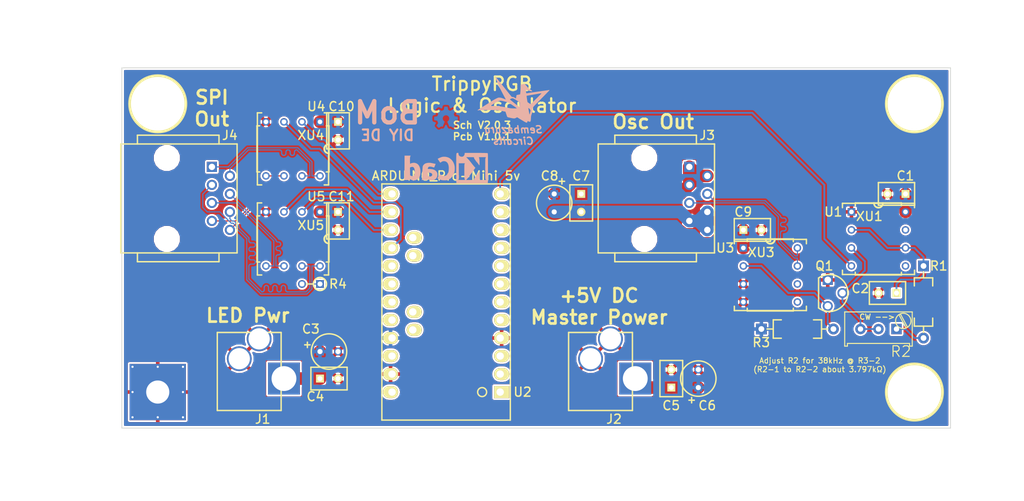
<source format=kicad_pcb>
(kicad_pcb (version 4) (host pcbnew 4.0.6)

  (general
    (links 80)
    (no_connects 0)
    (area 76.165389 76.155269 193.105391 127.055271)
    (thickness 1.6002)
    (drawings 24)
    (tracks 599)
    (zones 0)
    (modules 36)
    (nets 22)
  )

  (page A)
  (title_block
    (title "Interactive Rainbow")
    (date 2017-03-29)
    (rev 1.0.1)
    (company "Sembazuru Circuits (for Barrel of Makers)")
    (comment 1 "1.0.0 Initial layout.")
    (comment 2 "1.0.1 Correct pinout for U1 (7555 timer). Add KiCad logo.")
  )

  (layers
    (0 F.Cu signal)
    (31 B.Cu signal)
    (32 B.Adhes user)
    (33 F.Adhes user)
    (34 B.Paste user)
    (35 F.Paste user)
    (36 B.SilkS user)
    (37 F.SilkS user)
    (38 B.Mask user)
    (39 F.Mask user)
    (40 Dwgs.User user)
    (41 Cmts.User user)
    (42 Eco1.User user)
    (43 Eco2.User user)
    (44 Edge.Cuts user)
    (45 Margin user)
    (46 B.CrtYd user)
    (47 F.CrtYd user)
    (48 B.Fab user)
    (49 F.Fab user)
  )

  (setup
    (last_trace_width 0.254)
    (user_trace_width 0.1524)
    (user_trace_width 0.254)
    (user_trace_width 0.381)
    (user_trace_width 0.508)
    (user_trace_width 0.635)
    (user_trace_width 0.762)
    (user_trace_width 0.889)
    (user_trace_width 1.016)
    (trace_clearance 0.254)
    (zone_clearance 0.254)
    (zone_45_only yes)
    (trace_min 0.1524)
    (segment_width 0.2)
    (edge_width 0.1)
    (via_size 0.6858)
    (via_drill 0.3302)
    (via_min_size 0.6858)
    (via_min_drill 0.3302)
    (user_via 0.6858 0.3302)
    (uvia_size 0.762)
    (uvia_drill 0.508)
    (uvias_allowed no)
    (uvia_min_size 0)
    (uvia_min_drill 0)
    (pcb_text_width 0.3)
    (pcb_text_size 1.5 1.5)
    (mod_edge_width 0.15)
    (mod_text_size 1 1)
    (mod_text_width 0.15)
    (pad_size 1.5 1.5)
    (pad_drill 0.6)
    (pad_to_mask_clearance 0)
    (aux_axis_origin 76.2 127)
    (visible_elements 7FFFFFFF)
    (pcbplotparams
      (layerselection 0x00030_80000001)
      (usegerberextensions false)
      (excludeedgelayer true)
      (linewidth 0.076200)
      (plotframeref false)
      (viasonmask false)
      (mode 1)
      (useauxorigin false)
      (hpglpennumber 1)
      (hpglpenspeed 20)
      (hpglpendiameter 15)
      (hpglpenoverlay 2)
      (psnegative false)
      (psa4output false)
      (plotreference true)
      (plotvalue true)
      (plotinvisibletext false)
      (padsonsilk false)
      (subtractmaskfromsilk false)
      (outputformat 1)
      (mirror false)
      (drillshape 1)
      (scaleselection 1)
      (outputdirectory ""))
  )

  (net 0 "")
  (net 1 +5V)
  (net 2 GND)
  (net 3 "Net-(C2-Pad1)")
  (net 4 /~IR_Osc+)
  (net 5 /~IR_Osc-)
  (net 6 /~SS+)
  (net 7 /~SS-)
  (net 8 /MISO+)
  (net 9 /MOSI+)
  (net 10 /MOSI-)
  (net 11 /MISO-)
  (net 12 /SCK+)
  (net 13 /SCK-)
  (net 14 /IR_Osc)
  (net 15 /~IR_Osc)
  (net 16 "Net-(R1-Pad2)")
  (net 17 /IR_Enable)
  (net 18 /~SS)
  (net 19 /MOSI)
  (net 20 /MISO)
  (net 21 /SCK)

  (net_class Default "This is the default net class."
    (clearance 0.254)
    (trace_width 0.254)
    (via_dia 0.6858)
    (via_drill 0.3302)
    (uvia_dia 0.762)
    (uvia_drill 0.508)
    (add_net /IR_Enable)
    (add_net /IR_Osc)
    (add_net /MISO)
    (add_net /MOSI)
    (add_net /SCK)
    (add_net /~IR_Osc)
    (add_net /~SS)
    (add_net "Net-(C2-Pad1)")
    (add_net "Net-(R1-Pad2)")
  )

  (net_class 3A_Power ""
    (clearance 0.1524)
    (trace_width 0.889)
    (via_dia 0.889)
    (via_drill 0.4572)
    (uvia_dia 0.762)
    (uvia_drill 0.508)
  )

  (net_class 5A_Power ""
    (clearance 0.1524)
    (trace_width 1.778)
    (via_dia 1.778)
    (via_drill 0.889)
    (uvia_dia 0.762)
    (uvia_drill 0.508)
    (add_net +5V)
    (add_net GND)
  )

  (net_class Differential ""
    (clearance 0.1524)
    (trace_width 0.1524)
    (via_dia 0.7874)
    (via_drill 0.381)
    (uvia_dia 0.762)
    (uvia_drill 0.508)
    (add_net /MISO+)
    (add_net /MISO-)
    (add_net /MOSI+)
    (add_net /MOSI-)
    (add_net /SCK+)
    (add_net /SCK-)
    (add_net /~IR_Osc+)
    (add_net /~IR_Osc-)
    (add_net /~SS+)
    (add_net /~SS-)
  )

  (module ipc-7251TH-standard:CAPRR254W51L508T318H660P placed (layer F.Cu) (tedit 58157E65) (tstamp 58902EE3)
    (at 186.70539 93.98527 180)
    (descr "Cap Monolithic 0.1\" pitch")
    (tags "CAP mono")
    (path /562B1802)
    (fp_text reference C1 (at 0.01539 2.54527 180) (layer F.SilkS)
      (effects (font (size 1.27 1.27) (thickness 0.2032)))
    )
    (fp_text value 0.1µF (at 3.82539 2.54 180) (layer F.Fab)
      (effects (font (size 1.016 1.016) (thickness 0.0762)))
    )
    (fp_line (start -1.4351 -1.7526) (end 3.9751 -1.7526) (layer F.CrtYd) (width 0.0254))
    (fp_line (start 3.9751 -1.7526) (end 3.9751 1.7526) (layer F.CrtYd) (width 0.0254))
    (fp_line (start 3.9751 1.7526) (end -1.4351 1.7526) (layer F.CrtYd) (width 0.0254))
    (fp_line (start -1.4351 1.7526) (end -1.4351 -1.7526) (layer F.CrtYd) (width 0.0254))
    (fp_line (start -1.27 -1.5875) (end 3.81 -1.5875) (layer F.Fab) (width 0.0762))
    (fp_line (start 3.81 -1.5875) (end 3.81 1.5875) (layer F.Fab) (width 0.0762))
    (fp_line (start 3.81 1.5875) (end -1.27 1.5875) (layer F.Fab) (width 0.0762))
    (fp_line (start -1.27 1.5875) (end -1.27 -1.5875) (layer F.Fab) (width 0.0762))
    (fp_line (start -1.2827 -1.6002) (end 3.8227 -1.6002) (layer F.SilkS) (width 0.2032))
    (fp_line (start 3.8227 -1.6002) (end 3.8227 1.6002) (layer F.SilkS) (width 0.2032))
    (fp_line (start 3.8227 1.6002) (end -1.2827 1.6002) (layer F.SilkS) (width 0.2032))
    (fp_line (start -1.2827 1.6002) (end -1.2827 -1.6002) (layer F.SilkS) (width 0.2032))
    (pad 1 thru_hole rect (at 0 0 180) (size 1.12014 1.12014) (drill 0.70104) (layers *.Cu *.Mask F.SilkS)
      (net 1 +5V))
    (pad 2 thru_hole circle (at 2.54 0 180) (size 1.19888 1.19888) (drill 0.70104) (layers *.Cu *.Mask F.SilkS)
      (net 2 GND))
    (model Capacitors_ThroughHole.3dshapes/C_Disc_D3_P2.5.wrl
      (at (xyz 0.05 0 0))
      (scale (xyz 1 1 1))
      (rotate (xyz 0 0 0))
    )
  )

  (module ipc-7251TH-standard:CAPRR254W51L508T318H660P placed (layer F.Cu) (tedit 58157E65) (tstamp 58902EE9)
    (at 185.43539 107.95527 180)
    (descr "Cap Monolithic 0.1\" pitch")
    (tags "CAP mono")
    (path /5891131B)
    (fp_text reference C2 (at 5.09539 0.64027 180) (layer F.SilkS)
      (effects (font (size 1.27 1.27) (thickness 0.2032)))
    )
    (fp_text value 0.001µF (at 1.27 -1.26473 180) (layer F.Fab)
      (effects (font (size 1.016 1.016) (thickness 0.0762)))
    )
    (fp_line (start -1.4351 -1.7526) (end 3.9751 -1.7526) (layer F.CrtYd) (width 0.0254))
    (fp_line (start 3.9751 -1.7526) (end 3.9751 1.7526) (layer F.CrtYd) (width 0.0254))
    (fp_line (start 3.9751 1.7526) (end -1.4351 1.7526) (layer F.CrtYd) (width 0.0254))
    (fp_line (start -1.4351 1.7526) (end -1.4351 -1.7526) (layer F.CrtYd) (width 0.0254))
    (fp_line (start -1.27 -1.5875) (end 3.81 -1.5875) (layer F.Fab) (width 0.0762))
    (fp_line (start 3.81 -1.5875) (end 3.81 1.5875) (layer F.Fab) (width 0.0762))
    (fp_line (start 3.81 1.5875) (end -1.27 1.5875) (layer F.Fab) (width 0.0762))
    (fp_line (start -1.27 1.5875) (end -1.27 -1.5875) (layer F.Fab) (width 0.0762))
    (fp_line (start -1.2827 -1.6002) (end 3.8227 -1.6002) (layer F.SilkS) (width 0.2032))
    (fp_line (start 3.8227 -1.6002) (end 3.8227 1.6002) (layer F.SilkS) (width 0.2032))
    (fp_line (start 3.8227 1.6002) (end -1.2827 1.6002) (layer F.SilkS) (width 0.2032))
    (fp_line (start -1.2827 1.6002) (end -1.2827 -1.6002) (layer F.SilkS) (width 0.2032))
    (pad 1 thru_hole rect (at 0 0 180) (size 1.12014 1.12014) (drill 0.70104) (layers *.Cu *.Mask F.SilkS)
      (net 3 "Net-(C2-Pad1)"))
    (pad 2 thru_hole circle (at 2.54 0 180) (size 1.19888 1.19888) (drill 0.70104) (layers *.Cu *.Mask F.SilkS)
      (net 2 GND))
    (model Capacitors_ThroughHole.3dshapes/C_Disc_D3_P2.5.wrl
      (at (xyz 0.05 0 0))
      (scale (xyz 1 1 1))
      (rotate (xyz 0 0 0))
    )
  )

  (module ipc-7251TH-standard:CAPPRD254W50D500H850 placed (layer F.Cu) (tedit 58157DD8) (tstamp 58902EEF)
    (at 104.15539 116.21027)
    (descr "Capacitor, Polarized, Radial (Dipped, Round); 2.54 mm C X 5.00 mm Dia X 8.50 mm H body")
    (path /55EC8644)
    (fp_text reference C3 (at -1.28539 -3.18027) (layer F.SilkS)
      (effects (font (size 1.27 1.27) (thickness 0.2032)))
    )
    (fp_text value 10µF (at 2.52461 -3.18027) (layer F.Fab)
      (effects (font (size 1.016 1.016) (thickness 0.0762)))
    )
    (fp_text user + (at -1.778 -1.016) (layer F.SilkS)
      (effects (font (size 1 1) (thickness 0.2032)))
    )
    (fp_circle (center 1.27 0) (end 1.27 2.5) (layer F.SilkS) (width 0.2032))
    (fp_circle (center 1.27 0) (end 1.27 2.5) (layer F.Fab) (width 0.0762))
    (fp_circle (center 1.27 0) (end 1.27 2.75) (layer F.CrtYd) (width 0.0254))
    (fp_circle (center 1.27 0) (end 1.27 0.25) (layer F.CrtYd) (width 0.0254))
    (fp_line (start 1.62 0) (end 0.92 0) (layer F.CrtYd) (width 0.0254))
    (fp_line (start 1.27 -0.35) (end 1.27 0.35) (layer F.CrtYd) (width 0.0254))
    (fp_text user + (at -1.778 -1.016) (layer F.Fab)
      (effects (font (size 1 1) (thickness 0.0762)))
    )
    (pad 1 thru_hole rect (at 0 0) (size 1.12 1.12) (drill 0.72) (layers *.Cu *.Mask)
      (net 1 +5V))
    (pad 2 thru_hole circle (at 2.54 0) (size 1.12 1.12) (drill 0.72) (layers *.Cu *.Mask)
      (net 2 GND))
    (model Capacitors_ThroughHole.3dshapes/C_Radial_D5_L6_P2.5.wrl
      (at (xyz 0.05 0 0.01))
      (scale (xyz 1 1 1))
      (rotate (xyz 0 0 90))
    )
  )

  (module ipc-7251TH-standard:CAPRR254W51L508T318H660P placed (layer F.Cu) (tedit 58157E65) (tstamp 58902EF5)
    (at 104.15539 120.02027)
    (descr "Cap Monolithic 0.1\" pitch")
    (tags "CAP mono")
    (path /5890976D)
    (fp_text reference C4 (at -0.65039 2.53473) (layer F.SilkS)
      (effects (font (size 1.27 1.27) (thickness 0.2032)))
    )
    (fp_text value 0.1µF (at 3.15961 2.54) (layer F.Fab)
      (effects (font (size 1.016 1.016) (thickness 0.0762)))
    )
    (fp_line (start -1.4351 -1.7526) (end 3.9751 -1.7526) (layer F.CrtYd) (width 0.0254))
    (fp_line (start 3.9751 -1.7526) (end 3.9751 1.7526) (layer F.CrtYd) (width 0.0254))
    (fp_line (start 3.9751 1.7526) (end -1.4351 1.7526) (layer F.CrtYd) (width 0.0254))
    (fp_line (start -1.4351 1.7526) (end -1.4351 -1.7526) (layer F.CrtYd) (width 0.0254))
    (fp_line (start -1.27 -1.5875) (end 3.81 -1.5875) (layer F.Fab) (width 0.0762))
    (fp_line (start 3.81 -1.5875) (end 3.81 1.5875) (layer F.Fab) (width 0.0762))
    (fp_line (start 3.81 1.5875) (end -1.27 1.5875) (layer F.Fab) (width 0.0762))
    (fp_line (start -1.27 1.5875) (end -1.27 -1.5875) (layer F.Fab) (width 0.0762))
    (fp_line (start -1.2827 -1.6002) (end 3.8227 -1.6002) (layer F.SilkS) (width 0.2032))
    (fp_line (start 3.8227 -1.6002) (end 3.8227 1.6002) (layer F.SilkS) (width 0.2032))
    (fp_line (start 3.8227 1.6002) (end -1.2827 1.6002) (layer F.SilkS) (width 0.2032))
    (fp_line (start -1.2827 1.6002) (end -1.2827 -1.6002) (layer F.SilkS) (width 0.2032))
    (pad 1 thru_hole rect (at 0 0) (size 1.12014 1.12014) (drill 0.70104) (layers *.Cu *.Mask F.SilkS)
      (net 1 +5V))
    (pad 2 thru_hole circle (at 2.54 0) (size 1.19888 1.19888) (drill 0.70104) (layers *.Cu *.Mask F.SilkS)
      (net 2 GND))
    (model Capacitors_ThroughHole.3dshapes/C_Disc_D3_P2.5.wrl
      (at (xyz 0.05 0 0))
      (scale (xyz 1 1 1))
      (rotate (xyz 0 0 0))
    )
  )

  (module ipc-7251TH-standard:CAPRR254W51L508T318H660P placed (layer F.Cu) (tedit 58157E65) (tstamp 58902EFB)
    (at 153.68539 121.29027 90)
    (descr "Cap Monolithic 0.1\" pitch")
    (tags "CAP mono")
    (path /58909D5E)
    (fp_text reference C5 (at -2.53473 -0.01539 180) (layer F.SilkS)
      (effects (font (size 1.27 1.27) (thickness 0.2032)))
    )
    (fp_text value 0.1µF (at 5.08527 -0.01539 180) (layer F.Fab)
      (effects (font (size 1.016 1.016) (thickness 0.0762)))
    )
    (fp_line (start -1.4351 -1.7526) (end 3.9751 -1.7526) (layer F.CrtYd) (width 0.0254))
    (fp_line (start 3.9751 -1.7526) (end 3.9751 1.7526) (layer F.CrtYd) (width 0.0254))
    (fp_line (start 3.9751 1.7526) (end -1.4351 1.7526) (layer F.CrtYd) (width 0.0254))
    (fp_line (start -1.4351 1.7526) (end -1.4351 -1.7526) (layer F.CrtYd) (width 0.0254))
    (fp_line (start -1.27 -1.5875) (end 3.81 -1.5875) (layer F.Fab) (width 0.0762))
    (fp_line (start 3.81 -1.5875) (end 3.81 1.5875) (layer F.Fab) (width 0.0762))
    (fp_line (start 3.81 1.5875) (end -1.27 1.5875) (layer F.Fab) (width 0.0762))
    (fp_line (start -1.27 1.5875) (end -1.27 -1.5875) (layer F.Fab) (width 0.0762))
    (fp_line (start -1.2827 -1.6002) (end 3.8227 -1.6002) (layer F.SilkS) (width 0.2032))
    (fp_line (start 3.8227 -1.6002) (end 3.8227 1.6002) (layer F.SilkS) (width 0.2032))
    (fp_line (start 3.8227 1.6002) (end -1.2827 1.6002) (layer F.SilkS) (width 0.2032))
    (fp_line (start -1.2827 1.6002) (end -1.2827 -1.6002) (layer F.SilkS) (width 0.2032))
    (pad 1 thru_hole rect (at 0 0 90) (size 1.12014 1.12014) (drill 0.70104) (layers *.Cu *.Mask F.SilkS)
      (net 1 +5V))
    (pad 2 thru_hole circle (at 2.54 0 90) (size 1.19888 1.19888) (drill 0.70104) (layers *.Cu *.Mask F.SilkS)
      (net 2 GND))
    (model Capacitors_ThroughHole.3dshapes/C_Disc_D3_P2.5.wrl
      (at (xyz 0.05 0 0))
      (scale (xyz 1 1 1))
      (rotate (xyz 0 0 0))
    )
  )

  (module ipc-7251TH-standard:CAPPRD254W50D500H850 placed (layer F.Cu) (tedit 58157DD8) (tstamp 58902F01)
    (at 157.49539 121.29027 90)
    (descr "Capacitor, Polarized, Radial (Dipped, Round); 2.54 mm C X 5.00 mm Dia X 8.50 mm H body")
    (path /5890C02F)
    (fp_text reference C6 (at -2.53473 1.25461 180) (layer F.SilkS)
      (effects (font (size 1.27 1.27) (thickness 0.2032)))
    )
    (fp_text value 10µF (at 4.45027 0.61961 180) (layer F.Fab)
      (effects (font (size 1.016 1.016) (thickness 0.0762)))
    )
    (fp_text user + (at -1.778 -1.016 90) (layer F.SilkS)
      (effects (font (size 1 1) (thickness 0.2032)))
    )
    (fp_circle (center 1.27 0) (end 1.27 2.5) (layer F.SilkS) (width 0.2032))
    (fp_circle (center 1.27 0) (end 1.27 2.5) (layer F.Fab) (width 0.0762))
    (fp_circle (center 1.27 0) (end 1.27 2.75) (layer F.CrtYd) (width 0.0254))
    (fp_circle (center 1.27 0) (end 1.27 0.25) (layer F.CrtYd) (width 0.0254))
    (fp_line (start 1.62 0) (end 0.92 0) (layer F.CrtYd) (width 0.0254))
    (fp_line (start 1.27 -0.35) (end 1.27 0.35) (layer F.CrtYd) (width 0.0254))
    (fp_text user + (at -1.778 -1.016 90) (layer F.Fab)
      (effects (font (size 1 1) (thickness 0.0762)))
    )
    (pad 1 thru_hole rect (at 0 0 90) (size 1.12 1.12) (drill 0.72) (layers *.Cu *.Mask)
      (net 1 +5V))
    (pad 2 thru_hole circle (at 2.54 0 90) (size 1.12 1.12) (drill 0.72) (layers *.Cu *.Mask)
      (net 2 GND))
    (model Capacitors_ThroughHole.3dshapes/C_Radial_D5_L6_P2.5.wrl
      (at (xyz 0.05 0 0.01))
      (scale (xyz 1 1 1))
      (rotate (xyz 0 0 90))
    )
  )

  (module ipc-7251TH-standard:CAPRR254W51L508T318H660P placed (layer F.Cu) (tedit 58157E65) (tstamp 58902F07)
    (at 140.98539 93.98527 270)
    (descr "Cap Monolithic 0.1\" pitch")
    (tags "CAP mono")
    (path /58909C79)
    (fp_text reference C7 (at -2.54527 0.01539 360) (layer F.SilkS)
      (effects (font (size 1.27 1.27) (thickness 0.2032)))
    )
    (fp_text value 0.1µF (at 5.07473 0.01539 360) (layer F.Fab)
      (effects (font (size 1.016 1.016) (thickness 0.0762)))
    )
    (fp_line (start -1.4351 -1.7526) (end 3.9751 -1.7526) (layer F.CrtYd) (width 0.0254))
    (fp_line (start 3.9751 -1.7526) (end 3.9751 1.7526) (layer F.CrtYd) (width 0.0254))
    (fp_line (start 3.9751 1.7526) (end -1.4351 1.7526) (layer F.CrtYd) (width 0.0254))
    (fp_line (start -1.4351 1.7526) (end -1.4351 -1.7526) (layer F.CrtYd) (width 0.0254))
    (fp_line (start -1.27 -1.5875) (end 3.81 -1.5875) (layer F.Fab) (width 0.0762))
    (fp_line (start 3.81 -1.5875) (end 3.81 1.5875) (layer F.Fab) (width 0.0762))
    (fp_line (start 3.81 1.5875) (end -1.27 1.5875) (layer F.Fab) (width 0.0762))
    (fp_line (start -1.27 1.5875) (end -1.27 -1.5875) (layer F.Fab) (width 0.0762))
    (fp_line (start -1.2827 -1.6002) (end 3.8227 -1.6002) (layer F.SilkS) (width 0.2032))
    (fp_line (start 3.8227 -1.6002) (end 3.8227 1.6002) (layer F.SilkS) (width 0.2032))
    (fp_line (start 3.8227 1.6002) (end -1.2827 1.6002) (layer F.SilkS) (width 0.2032))
    (fp_line (start -1.2827 1.6002) (end -1.2827 -1.6002) (layer F.SilkS) (width 0.2032))
    (pad 1 thru_hole rect (at 0 0 270) (size 1.12014 1.12014) (drill 0.70104) (layers *.Cu *.Mask F.SilkS)
      (net 1 +5V))
    (pad 2 thru_hole circle (at 2.54 0 270) (size 1.19888 1.19888) (drill 0.70104) (layers *.Cu *.Mask F.SilkS)
      (net 2 GND))
    (model Capacitors_ThroughHole.3dshapes/C_Disc_D3_P2.5.wrl
      (at (xyz 0.05 0 0))
      (scale (xyz 1 1 1))
      (rotate (xyz 0 0 0))
    )
  )

  (module ipc-7251TH-standard:CAPPRD254W50D500H850 placed (layer F.Cu) (tedit 58157DD8) (tstamp 58902F0D)
    (at 137.17539 93.98527 270)
    (descr "Capacitor, Polarized, Radial (Dipped, Round); 2.54 mm C X 5.00 mm Dia X 8.50 mm H body")
    (path /5890BDCB)
    (fp_text reference C8 (at -2.54527 0.65039 360) (layer F.SilkS)
      (effects (font (size 1.27 1.27) (thickness 0.2032)))
    )
    (fp_text value 10µF (at 4.43973 0.65039 360) (layer F.Fab)
      (effects (font (size 1.016 1.016) (thickness 0.0762)))
    )
    (fp_text user + (at -1.778 -1.016 270) (layer F.SilkS)
      (effects (font (size 1 1) (thickness 0.2032)))
    )
    (fp_circle (center 1.27 0) (end 1.27 2.5) (layer F.SilkS) (width 0.2032))
    (fp_circle (center 1.27 0) (end 1.27 2.5) (layer F.Fab) (width 0.0762))
    (fp_circle (center 1.27 0) (end 1.27 2.75) (layer F.CrtYd) (width 0.0254))
    (fp_circle (center 1.27 0) (end 1.27 0.25) (layer F.CrtYd) (width 0.0254))
    (fp_line (start 1.62 0) (end 0.92 0) (layer F.CrtYd) (width 0.0254))
    (fp_line (start 1.27 -0.35) (end 1.27 0.35) (layer F.CrtYd) (width 0.0254))
    (fp_text user + (at -1.778 -1.016 270) (layer F.Fab)
      (effects (font (size 1 1) (thickness 0.0762)))
    )
    (pad 1 thru_hole rect (at 0 0 270) (size 1.12 1.12) (drill 0.72) (layers *.Cu *.Mask)
      (net 1 +5V))
    (pad 2 thru_hole circle (at 2.54 0 270) (size 1.12 1.12) (drill 0.72) (layers *.Cu *.Mask)
      (net 2 GND))
    (model Capacitors_ThroughHole.3dshapes/C_Radial_D5_L6_P2.5.wrl
      (at (xyz 0.05 0 0.01))
      (scale (xyz 1 1 1))
      (rotate (xyz 0 0 90))
    )
  )

  (module ipc-7251TH-standard:CAPRR254W51L508T318H660P placed (layer F.Cu) (tedit 58157E65) (tstamp 58902F13)
    (at 163.84539 99.06527)
    (descr "Cap Monolithic 0.1\" pitch")
    (tags "CAP mono")
    (path /58907D75)
    (fp_text reference C9 (at -0.01539 -2.54) (layer F.SilkS)
      (effects (font (size 1.27 1.27) (thickness 0.2032)))
    )
    (fp_text value 0.1µF (at 6.33461 -0.00527) (layer F.Fab)
      (effects (font (size 1.016 1.016) (thickness 0.0762)))
    )
    (fp_line (start -1.4351 -1.7526) (end 3.9751 -1.7526) (layer F.CrtYd) (width 0.0254))
    (fp_line (start 3.9751 -1.7526) (end 3.9751 1.7526) (layer F.CrtYd) (width 0.0254))
    (fp_line (start 3.9751 1.7526) (end -1.4351 1.7526) (layer F.CrtYd) (width 0.0254))
    (fp_line (start -1.4351 1.7526) (end -1.4351 -1.7526) (layer F.CrtYd) (width 0.0254))
    (fp_line (start -1.27 -1.5875) (end 3.81 -1.5875) (layer F.Fab) (width 0.0762))
    (fp_line (start 3.81 -1.5875) (end 3.81 1.5875) (layer F.Fab) (width 0.0762))
    (fp_line (start 3.81 1.5875) (end -1.27 1.5875) (layer F.Fab) (width 0.0762))
    (fp_line (start -1.27 1.5875) (end -1.27 -1.5875) (layer F.Fab) (width 0.0762))
    (fp_line (start -1.2827 -1.6002) (end 3.8227 -1.6002) (layer F.SilkS) (width 0.2032))
    (fp_line (start 3.8227 -1.6002) (end 3.8227 1.6002) (layer F.SilkS) (width 0.2032))
    (fp_line (start 3.8227 1.6002) (end -1.2827 1.6002) (layer F.SilkS) (width 0.2032))
    (fp_line (start -1.2827 1.6002) (end -1.2827 -1.6002) (layer F.SilkS) (width 0.2032))
    (pad 1 thru_hole rect (at 0 0) (size 1.12014 1.12014) (drill 0.70104) (layers *.Cu *.Mask F.SilkS)
      (net 1 +5V))
    (pad 2 thru_hole circle (at 2.54 0) (size 1.19888 1.19888) (drill 0.70104) (layers *.Cu *.Mask F.SilkS)
      (net 2 GND))
    (model Capacitors_ThroughHole.3dshapes/C_Disc_D3_P2.5.wrl
      (at (xyz 0.05 0 0))
      (scale (xyz 1 1 1))
      (rotate (xyz 0 0 0))
    )
  )

  (module ipc-7251TH-standard:CAPRR254W51L508T318H660P placed (layer F.Cu) (tedit 58157E65) (tstamp 58902F19)
    (at 106.69539 83.82527 270)
    (descr "Cap Monolithic 0.1\" pitch")
    (tags "CAP mono")
    (path /58907E2E)
    (fp_text reference C10 (at -2.16427 -0.49261 360) (layer F.SilkS)
      (effects (font (size 1.27 1.27) (thickness 0.2032)))
    )
    (fp_text value 0.1µF (at 1.27 -2.52461 270) (layer F.Fab)
      (effects (font (size 1.016 1.016) (thickness 0.0762)))
    )
    (fp_line (start -1.4351 -1.7526) (end 3.9751 -1.7526) (layer F.CrtYd) (width 0.0254))
    (fp_line (start 3.9751 -1.7526) (end 3.9751 1.7526) (layer F.CrtYd) (width 0.0254))
    (fp_line (start 3.9751 1.7526) (end -1.4351 1.7526) (layer F.CrtYd) (width 0.0254))
    (fp_line (start -1.4351 1.7526) (end -1.4351 -1.7526) (layer F.CrtYd) (width 0.0254))
    (fp_line (start -1.27 -1.5875) (end 3.81 -1.5875) (layer F.Fab) (width 0.0762))
    (fp_line (start 3.81 -1.5875) (end 3.81 1.5875) (layer F.Fab) (width 0.0762))
    (fp_line (start 3.81 1.5875) (end -1.27 1.5875) (layer F.Fab) (width 0.0762))
    (fp_line (start -1.27 1.5875) (end -1.27 -1.5875) (layer F.Fab) (width 0.0762))
    (fp_line (start -1.2827 -1.6002) (end 3.8227 -1.6002) (layer F.SilkS) (width 0.2032))
    (fp_line (start 3.8227 -1.6002) (end 3.8227 1.6002) (layer F.SilkS) (width 0.2032))
    (fp_line (start 3.8227 1.6002) (end -1.2827 1.6002) (layer F.SilkS) (width 0.2032))
    (fp_line (start -1.2827 1.6002) (end -1.2827 -1.6002) (layer F.SilkS) (width 0.2032))
    (pad 1 thru_hole rect (at 0 0 270) (size 1.12014 1.12014) (drill 0.70104) (layers *.Cu *.Mask F.SilkS)
      (net 1 +5V))
    (pad 2 thru_hole circle (at 2.54 0 270) (size 1.19888 1.19888) (drill 0.70104) (layers *.Cu *.Mask F.SilkS)
      (net 2 GND))
    (model Capacitors_ThroughHole.3dshapes/C_Disc_D3_P2.5.wrl
      (at (xyz 0.05 0 0))
      (scale (xyz 1 1 1))
      (rotate (xyz 0 0 0))
    )
  )

  (module ipc-7251TH-standard:CAPRR254W51L508T318H660P placed (layer F.Cu) (tedit 58157E65) (tstamp 58902F1F)
    (at 106.69539 96.52527 270)
    (descr "Cap Monolithic 0.1\" pitch")
    (tags "CAP mono")
    (path /589081E0)
    (fp_text reference C11 (at -2.16427 -0.49261 360) (layer F.SilkS)
      (effects (font (size 1.27 1.27) (thickness 0.2032)))
    )
    (fp_text value 0.1µF (at 1.26473 -2.52461 270) (layer F.Fab)
      (effects (font (size 1.016 1.016) (thickness 0.0762)))
    )
    (fp_line (start -1.4351 -1.7526) (end 3.9751 -1.7526) (layer F.CrtYd) (width 0.0254))
    (fp_line (start 3.9751 -1.7526) (end 3.9751 1.7526) (layer F.CrtYd) (width 0.0254))
    (fp_line (start 3.9751 1.7526) (end -1.4351 1.7526) (layer F.CrtYd) (width 0.0254))
    (fp_line (start -1.4351 1.7526) (end -1.4351 -1.7526) (layer F.CrtYd) (width 0.0254))
    (fp_line (start -1.27 -1.5875) (end 3.81 -1.5875) (layer F.Fab) (width 0.0762))
    (fp_line (start 3.81 -1.5875) (end 3.81 1.5875) (layer F.Fab) (width 0.0762))
    (fp_line (start 3.81 1.5875) (end -1.27 1.5875) (layer F.Fab) (width 0.0762))
    (fp_line (start -1.27 1.5875) (end -1.27 -1.5875) (layer F.Fab) (width 0.0762))
    (fp_line (start -1.2827 -1.6002) (end 3.8227 -1.6002) (layer F.SilkS) (width 0.2032))
    (fp_line (start 3.8227 -1.6002) (end 3.8227 1.6002) (layer F.SilkS) (width 0.2032))
    (fp_line (start 3.8227 1.6002) (end -1.2827 1.6002) (layer F.SilkS) (width 0.2032))
    (fp_line (start -1.2827 1.6002) (end -1.2827 -1.6002) (layer F.SilkS) (width 0.2032))
    (pad 1 thru_hole rect (at 0 0 270) (size 1.12014 1.12014) (drill 0.70104) (layers *.Cu *.Mask F.SilkS)
      (net 1 +5V))
    (pad 2 thru_hole circle (at 2.54 0 270) (size 1.19888 1.19888) (drill 0.70104) (layers *.Cu *.Mask F.SilkS)
      (net 2 GND))
    (model Capacitors_ThroughHole.3dshapes/C_Disc_D3_P2.5.wrl
      (at (xyz 0.05 0 0))
      (scale (xyz 1 1 1))
      (rotate (xyz 0 0 0))
    )
  )

  (module ipc-7251TH-connectors:KYCON_KLDVHCX-0202-x_CirHole placed (layer F.Cu) (tedit 587EDFE8) (tstamp 58902F26)
    (at 94.17539 120.02027 180)
    (descr "DC Power Jack Kycon# KLDVHCX-0202-x")
    (tags "PWR DC")
    (path /5890B489)
    (fp_text reference J1 (at -1.905 -5.715 180) (layer F.SilkS)
      (effects (font (size 1.27 1.27) (thickness 0.2032)))
    )
    (fp_text value KLDVHCX-0202-A (at 0 -8.24973 180) (layer F.Fab)
      (effects (font (size 1.016 1.016) (thickness 0.0762)))
    )
    (fp_line (start 0 -0.5) (end 0 0.5) (layer F.CrtYd) (width 0.0254))
    (fp_line (start -0.5 0) (end 0.5 0) (layer F.CrtYd) (width 0.0254))
    (fp_circle (center 0 0) (end 0.25 0) (layer F.CrtYd) (width 0.0254))
    (fp_line (start -0.5 0) (end 0.5 0) (layer F.Fab) (width 0.0762))
    (fp_line (start 0 -0.5) (end 0 0.5) (layer F.Fab) (width 0.0762))
    (fp_circle (center 0 0) (end 0.25 0) (layer F.Fab) (width 0.0762))
    (fp_line (start -7.62 7.62) (end -7.62 -5.08) (layer F.CrtYd) (width 0.0254))
    (fp_line (start 5.08 7.62) (end -7.62 7.62) (layer F.CrtYd) (width 0.0254))
    (fp_line (start 5.08 -5.08) (end 5.08 7.62) (layer F.CrtYd) (width 0.0254))
    (fp_line (start -7.62 -5.08) (end 5.08 -5.08) (layer F.CrtYd) (width 0.0254))
    (fp_line (start -4.5 -4.5) (end 4.5 -4.5) (layer F.SilkS) (width 0.2032))
    (fp_line (start -4.5 6.5) (end -4.5 -4.5) (layer F.SilkS) (width 0.2032))
    (fp_line (start 4.5 6.5) (end -4.5 6.5) (layer F.SilkS) (width 0.2032))
    (fp_line (start 4.5 -4.5) (end 4.5 6.5) (layer F.SilkS) (width 0.2032))
    (pad 1 thru_hole rect (at -4.9 0 270) (size 4.5 4.5) (drill 3.5) (layers *.Cu *.Mask)
      (net 1 +5V))
    (pad 2 thru_hole circle (at -1.4 5.6 180) (size 3.5 3.5) (drill 3) (layers *.Cu *.Mask)
      (net 2 GND))
    (pad 3 thru_hole circle (at 1.4 2.8 180) (size 3.5 3.5) (drill 3) (layers *.Cu *.Mask)
      (net 2 GND))
    (model ipc-7251TH-connectors.3dshapes/KYCON_KLDVHCX-0202-x.wrl
      (at (xyz 0 -0.255906 0.562992))
      (scale (xyz 0.3937 0.3937 0.3937))
      (rotate (xyz 0 0 0))
    )
  )

  (module ipc-7251TH-connectors:KYCON_KLDVHCX-0202-x_CirHole placed (layer F.Cu) (tedit 587EDFE8) (tstamp 58902F2D)
    (at 143.70539 120.02027 180)
    (descr "DC Power Jack Kycon# KLDVHCX-0202-x")
    (tags "PWR DC")
    (path /55EAA723)
    (fp_text reference J2 (at -1.905 -5.715 180) (layer F.SilkS)
      (effects (font (size 1.27 1.27) (thickness 0.2032)))
    )
    (fp_text value KLDVHCX-0202-A (at 0 -8.24973 360) (layer F.Fab)
      (effects (font (size 1.016 1.016) (thickness 0.0762)))
    )
    (fp_line (start 0 -0.5) (end 0 0.5) (layer F.CrtYd) (width 0.0254))
    (fp_line (start -0.5 0) (end 0.5 0) (layer F.CrtYd) (width 0.0254))
    (fp_circle (center 0 0) (end 0.25 0) (layer F.CrtYd) (width 0.0254))
    (fp_line (start -0.5 0) (end 0.5 0) (layer F.Fab) (width 0.0762))
    (fp_line (start 0 -0.5) (end 0 0.5) (layer F.Fab) (width 0.0762))
    (fp_circle (center 0 0) (end 0.25 0) (layer F.Fab) (width 0.0762))
    (fp_line (start -7.62 7.62) (end -7.62 -5.08) (layer F.CrtYd) (width 0.0254))
    (fp_line (start 5.08 7.62) (end -7.62 7.62) (layer F.CrtYd) (width 0.0254))
    (fp_line (start 5.08 -5.08) (end 5.08 7.62) (layer F.CrtYd) (width 0.0254))
    (fp_line (start -7.62 -5.08) (end 5.08 -5.08) (layer F.CrtYd) (width 0.0254))
    (fp_line (start -4.5 -4.5) (end 4.5 -4.5) (layer F.SilkS) (width 0.2032))
    (fp_line (start -4.5 6.5) (end -4.5 -4.5) (layer F.SilkS) (width 0.2032))
    (fp_line (start 4.5 6.5) (end -4.5 6.5) (layer F.SilkS) (width 0.2032))
    (fp_line (start 4.5 -4.5) (end 4.5 6.5) (layer F.SilkS) (width 0.2032))
    (pad 1 thru_hole rect (at -4.9 0 270) (size 4.5 4.5) (drill 3.5) (layers *.Cu *.Mask)
      (net 1 +5V))
    (pad 2 thru_hole circle (at -1.4 5.6 180) (size 3.5 3.5) (drill 3) (layers *.Cu *.Mask)
      (net 2 GND))
    (pad 3 thru_hole circle (at 1.4 2.8 180) (size 3.5 3.5) (drill 3) (layers *.Cu *.Mask)
      (net 2 GND))
    (model ipc-7251TH-connectors.3dshapes/KYCON_KLDVHCX-0202-x.wrl
      (at (xyz 0 -0.255906 0.562992))
      (scale (xyz 0.3937 0.3937 0.3937))
      (rotate (xyz 0 0 0))
    )
  )

  (module ipc-7251TH-connectors:WURTH_615008144221 placed (layer F.Cu) (tedit 581580AA) (tstamp 58902F3B)
    (at 156.22539 90.17527 270)
    (descr "Modular Connector 8P/8C Vertical,1.27 mm pitch;8 pin, 17.84 mm L X 16.40 mm W X 16.38 mm H body")
    (path /58902538)
    (fp_text reference J3 (at -4.45027 -2.52461 360) (layer F.SilkS)
      (effects (font (size 1.27 1.27) (thickness 0.2032)))
    )
    (fp_text value RJ45-Unshielded (at 4.43973 -4.42961 270) (layer F.Fab)
      (effects (font (size 1.016 1.016) (thickness 0.0762)))
    )
    (fp_line (start -3.23 12.85) (end -3.23 -3.55) (layer F.SilkS) (width 0.2032))
    (fp_line (start -3.23 -3.55) (end 12.13 -3.55) (layer F.SilkS) (width 0.2032))
    (fp_line (start 13.37 -1) (end 13.37 10.5) (layer F.SilkS) (width 0.2032))
    (fp_line (start 12.13 12.85) (end -3.23 12.85) (layer F.SilkS) (width 0.2032))
    (fp_line (start -4.47 10.5) (end -4.47 -1) (layer F.SilkS) (width 0.2032))
    (fp_line (start 12.13 12.85) (end 12.13 -3.55) (layer F.SilkS) (width 0.2032))
    (fp_line (start -4.47 -1) (end -3.23 -1) (layer F.SilkS) (width 0.2032))
    (fp_line (start -4.47 10.5) (end -3.23 10.5) (layer F.SilkS) (width 0.2032))
    (fp_line (start 13.37 10.5) (end 12.13 10.5) (layer F.SilkS) (width 0.2032))
    (fp_line (start 13.37 -1) (end 12.13 -1) (layer F.SilkS) (width 0.2032))
    (fp_line (start 1.89 11) (end 7.01 11) (layer F.Fab) (width 0.0762))
    (fp_line (start 7.01 9.7) (end 7.01 12.85) (layer F.Fab) (width 0.0762))
    (fp_line (start 8.8 9.7) (end 7.01 9.7) (layer F.Fab) (width 0.0762))
    (fp_line (start 8.8 7.08) (end 8.8 9.7) (layer F.Fab) (width 0.0762))
    (fp_line (start 10.41 7.08) (end 8.8 7.08) (layer F.Fab) (width 0.0762))
    (fp_line (start -1.51 8.07) (end -1.51 1.23) (layer F.Fab) (width 0.0762))
    (fp_line (start 0.1 8.07) (end -1.51 8.07) (layer F.Fab) (width 0.0762))
    (fp_line (start 10.4 1.23) (end 10.4 8.07) (layer F.Fab) (width 0.0762))
    (fp_line (start -1.51 1.23) (end 10.4 1.23) (layer F.Fab) (width 0.0762))
    (fp_line (start -4.47 -1) (end -3.23 -1) (layer F.Fab) (width 0.0762))
    (fp_line (start -4.47 10.5) (end -4.47 -1) (layer F.Fab) (width 0.0762))
    (fp_line (start -3.23 -3.55) (end 12.13 -3.55) (layer F.Fab) (width 0.0762))
    (fp_line (start 13.37 -1) (end 13.37 10.5) (layer F.Fab) (width 0.0762))
    (fp_line (start 12.13 12.85) (end -3.23 12.85) (layer F.Fab) (width 0.0762))
    (fp_line (start 12.13 -3.55) (end 12.13 12.85) (layer F.Fab) (width 0.0762))
    (fp_line (start -3.23 12.85) (end -3.23 -3.55) (layer F.Fab) (width 0.0762))
    (fp_line (start -4.47 10.5) (end -3.23 10.5) (layer F.Fab) (width 0.0762))
    (fp_line (start 13.37 -1) (end 12.13 -1) (layer F.Fab) (width 0.0762))
    (fp_line (start 13.37 10.5) (end 12.13 10.5) (layer F.Fab) (width 0.0762))
    (fp_line (start -1.51 7.08) (end 0.1 7.08) (layer F.Fab) (width 0.0762))
    (fp_line (start 0.1 7.08) (end 0.1 9.7) (layer F.Fab) (width 0.0762))
    (fp_line (start 0.1 9.7) (end 1.89 9.7) (layer F.Fab) (width 0.0762))
    (fp_line (start 1.89 9.7) (end 1.89 12.85) (layer F.Fab) (width 0.0762))
    (fp_line (start 8.8 8.07) (end 10.41 8.07) (layer F.Fab) (width 0.0762))
    (fp_line (start -4.725 13.1) (end -4.725 -3.8) (layer F.CrtYd) (width 0.0254))
    (fp_line (start -4.725 -3.8) (end 13.615 -3.8) (layer F.CrtYd) (width 0.0254))
    (fp_line (start 13.615 -3.8) (end 13.615 13.1) (layer F.CrtYd) (width 0.0254))
    (fp_line (start 13.615 13.1) (end -4.725 13.1) (layer F.CrtYd) (width 0.0254))
    (fp_circle (center 4.45 4.65) (end 4.45 4.9) (layer F.CrtYd) (width 0.0254))
    (fp_line (start 4.8 4.65) (end 4.1 4.65) (layer F.CrtYd) (width 0.0254))
    (fp_line (start 4.45 4.3) (end 4.45 5) (layer F.CrtYd) (width 0.0254))
    (pad 1 thru_hole rect (at 0 0 270) (size 1.44 1.44) (drill 0.9) (layers *.Cu *.Mask)
      (net 1 +5V))
    (pad 2 thru_hole circle (at 1.27 -2.54 270) (size 1.44 1.44) (drill 0.9) (layers *.Cu *.Mask)
      (net 1 +5V))
    (pad 3 thru_hole circle (at 2.54 0 270) (size 1.44 1.44) (drill 0.9) (layers *.Cu *.Mask)
      (net 1 +5V))
    (pad 4 thru_hole circle (at 3.81 -2.54 270) (size 1.44 1.44) (drill 0.9) (layers *.Cu *.Mask)
      (net 4 /~IR_Osc+))
    (pad 5 thru_hole circle (at 5.08 0 270) (size 1.44 1.44) (drill 0.9) (layers *.Cu *.Mask)
      (net 5 /~IR_Osc-))
    (pad 6 thru_hole circle (at 6.35 -2.54 270) (size 1.44 1.44) (drill 0.9) (layers *.Cu *.Mask)
      (net 2 GND))
    (pad 7 thru_hole circle (at 7.62 0 270) (size 1.44 1.44) (drill 0.9) (layers *.Cu *.Mask)
      (net 2 GND))
    (pad 8 thru_hole circle (at 8.89 -2.54 270) (size 1.44 1.44) (drill 0.9) (layers *.Cu *.Mask)
      (net 2 GND))
    (pad "" np_thru_hole circle (at 10.165 6.35 270) (size 3.17 3.17) (drill 3.17) (layers *.Cu *.Mask))
    (pad "" np_thru_hole circle (at -1.265 6.35 270) (size 3.17 3.17) (drill 3.17) (layers *.Cu *.Mask))
    (model connectors/WURTH_615008144221_RJ45-Vert.wrl
      (at (xyz 0.175197 -0.1830708661 0.34))
      (scale (xyz 0.408163 0.408163 0.408163))
      (rotate (xyz 90 90 0))
    )
  )

  (module ipc-7251TH-connectors:WURTH_615008144221 placed (layer F.Cu) (tedit 581580AA) (tstamp 58902F49)
    (at 88.91539 90.17527 270)
    (descr "Modular Connector 8P/8C Vertical,1.27 mm pitch;8 pin, 17.84 mm L X 16.40 mm W X 16.38 mm H body")
    (path /57E9C16D)
    (fp_text reference J4 (at -4.45027 -2.52461 360) (layer F.SilkS)
      (effects (font (size 1.27 1.27) (thickness 0.2032)))
    )
    (fp_text value RJ45-Unshielded (at 3.80473 13.98539 270) (layer F.Fab)
      (effects (font (size 1.016 1.016) (thickness 0.0762)))
    )
    (fp_line (start -3.23 12.85) (end -3.23 -3.55) (layer F.SilkS) (width 0.2032))
    (fp_line (start -3.23 -3.55) (end 12.13 -3.55) (layer F.SilkS) (width 0.2032))
    (fp_line (start 13.37 -1) (end 13.37 10.5) (layer F.SilkS) (width 0.2032))
    (fp_line (start 12.13 12.85) (end -3.23 12.85) (layer F.SilkS) (width 0.2032))
    (fp_line (start -4.47 10.5) (end -4.47 -1) (layer F.SilkS) (width 0.2032))
    (fp_line (start 12.13 12.85) (end 12.13 -3.55) (layer F.SilkS) (width 0.2032))
    (fp_line (start -4.47 -1) (end -3.23 -1) (layer F.SilkS) (width 0.2032))
    (fp_line (start -4.47 10.5) (end -3.23 10.5) (layer F.SilkS) (width 0.2032))
    (fp_line (start 13.37 10.5) (end 12.13 10.5) (layer F.SilkS) (width 0.2032))
    (fp_line (start 13.37 -1) (end 12.13 -1) (layer F.SilkS) (width 0.2032))
    (fp_line (start 1.89 11) (end 7.01 11) (layer F.Fab) (width 0.0762))
    (fp_line (start 7.01 9.7) (end 7.01 12.85) (layer F.Fab) (width 0.0762))
    (fp_line (start 8.8 9.7) (end 7.01 9.7) (layer F.Fab) (width 0.0762))
    (fp_line (start 8.8 7.08) (end 8.8 9.7) (layer F.Fab) (width 0.0762))
    (fp_line (start 10.41 7.08) (end 8.8 7.08) (layer F.Fab) (width 0.0762))
    (fp_line (start -1.51 8.07) (end -1.51 1.23) (layer F.Fab) (width 0.0762))
    (fp_line (start 0.1 8.07) (end -1.51 8.07) (layer F.Fab) (width 0.0762))
    (fp_line (start 10.4 1.23) (end 10.4 8.07) (layer F.Fab) (width 0.0762))
    (fp_line (start -1.51 1.23) (end 10.4 1.23) (layer F.Fab) (width 0.0762))
    (fp_line (start -4.47 -1) (end -3.23 -1) (layer F.Fab) (width 0.0762))
    (fp_line (start -4.47 10.5) (end -4.47 -1) (layer F.Fab) (width 0.0762))
    (fp_line (start -3.23 -3.55) (end 12.13 -3.55) (layer F.Fab) (width 0.0762))
    (fp_line (start 13.37 -1) (end 13.37 10.5) (layer F.Fab) (width 0.0762))
    (fp_line (start 12.13 12.85) (end -3.23 12.85) (layer F.Fab) (width 0.0762))
    (fp_line (start 12.13 -3.55) (end 12.13 12.85) (layer F.Fab) (width 0.0762))
    (fp_line (start -3.23 12.85) (end -3.23 -3.55) (layer F.Fab) (width 0.0762))
    (fp_line (start -4.47 10.5) (end -3.23 10.5) (layer F.Fab) (width 0.0762))
    (fp_line (start 13.37 -1) (end 12.13 -1) (layer F.Fab) (width 0.0762))
    (fp_line (start 13.37 10.5) (end 12.13 10.5) (layer F.Fab) (width 0.0762))
    (fp_line (start -1.51 7.08) (end 0.1 7.08) (layer F.Fab) (width 0.0762))
    (fp_line (start 0.1 7.08) (end 0.1 9.7) (layer F.Fab) (width 0.0762))
    (fp_line (start 0.1 9.7) (end 1.89 9.7) (layer F.Fab) (width 0.0762))
    (fp_line (start 1.89 9.7) (end 1.89 12.85) (layer F.Fab) (width 0.0762))
    (fp_line (start 8.8 8.07) (end 10.41 8.07) (layer F.Fab) (width 0.0762))
    (fp_line (start -4.725 13.1) (end -4.725 -3.8) (layer F.CrtYd) (width 0.0254))
    (fp_line (start -4.725 -3.8) (end 13.615 -3.8) (layer F.CrtYd) (width 0.0254))
    (fp_line (start 13.615 -3.8) (end 13.615 13.1) (layer F.CrtYd) (width 0.0254))
    (fp_line (start 13.615 13.1) (end -4.725 13.1) (layer F.CrtYd) (width 0.0254))
    (fp_circle (center 4.45 4.65) (end 4.45 4.9) (layer F.CrtYd) (width 0.0254))
    (fp_line (start 4.8 4.65) (end 4.1 4.65) (layer F.CrtYd) (width 0.0254))
    (fp_line (start 4.45 4.3) (end 4.45 5) (layer F.CrtYd) (width 0.0254))
    (pad 1 thru_hole rect (at 0 0 270) (size 1.44 1.44) (drill 0.9) (layers *.Cu *.Mask)
      (net 6 /~SS+))
    (pad 2 thru_hole circle (at 1.27 -2.54 270) (size 1.44 1.44) (drill 0.9) (layers *.Cu *.Mask)
      (net 7 /~SS-))
    (pad 3 thru_hole circle (at 2.54 0 270) (size 1.44 1.44) (drill 0.9) (layers *.Cu *.Mask)
      (net 8 /MISO+))
    (pad 4 thru_hole circle (at 3.81 -2.54 270) (size 1.44 1.44) (drill 0.9) (layers *.Cu *.Mask)
      (net 9 /MOSI+))
    (pad 5 thru_hole circle (at 5.08 0 270) (size 1.44 1.44) (drill 0.9) (layers *.Cu *.Mask)
      (net 10 /MOSI-))
    (pad 6 thru_hole circle (at 6.35 -2.54 270) (size 1.44 1.44) (drill 0.9) (layers *.Cu *.Mask)
      (net 11 /MISO-))
    (pad 7 thru_hole circle (at 7.62 0 270) (size 1.44 1.44) (drill 0.9) (layers *.Cu *.Mask)
      (net 12 /SCK+))
    (pad 8 thru_hole circle (at 8.89 -2.54 270) (size 1.44 1.44) (drill 0.9) (layers *.Cu *.Mask)
      (net 13 /SCK-))
    (pad "" np_thru_hole circle (at 10.165 6.35 270) (size 3.17 3.17) (drill 3.17) (layers *.Cu *.Mask))
    (pad "" np_thru_hole circle (at -1.265 6.35 270) (size 3.17 3.17) (drill 3.17) (layers *.Cu *.Mask))
    (model connectors/WURTH_615008144221_RJ45-Vert.wrl
      (at (xyz 0.175197 -0.183071 0.34))
      (scale (xyz 0.408163 0.408163 0.408163))
      (rotate (xyz 90 90 0))
    )
  )

  (module ipc-7251TH-standard:TO92184P520H734-3 placed (layer F.Cu) (tedit 58157AC6) (tstamp 58902F6C)
    (at 175.74364 106.11543 270)
    (descr "TO-92, 1.8415 mm pitch; 3 pin, 5.207 mm W X 7.341 mm H body")
    (tags "TO92 TO-92")
    (path /56B96141)
    (fp_text reference Q1 (at -1.97543 0.48364 360) (layer F.SilkS)
      (effects (font (size 1.27 1.27) (thickness 0.2032)))
    )
    (fp_text value VN3205 (at 1.83457 2.00764 270) (layer F.Fab)
      (effects (font (size 1.016 1.016) (thickness 0.0762)))
    )
    (fp_arc (start 1.83984 -0.23025) (end -0.27096 1.2938) (angle 251.6576802) (layer F.SilkS) (width 0.2032))
    (fp_line (start -0.271 1.29375) (end 3.95068 1.29375) (layer F.SilkS) (width 0.2032))
    (fp_arc (start 1.83984 -0.23025) (end -0.27096 1.2938) (angle 251.6576802) (layer F.Fab) (width 0.0762))
    (fp_line (start -0.271 1.29375) (end 3.95068 1.29375) (layer F.Fab) (width 0.0762))
    (fp_line (start -1.02016 1.55) (end 4.69984 1.55) (layer F.CrtYd) (width 0.0245))
    (fp_line (start 4.69984 1.55) (end 4.69984 -0.23025) (layer F.CrtYd) (width 0.0245))
    (fp_arc (start 1.83984 -0.23025) (end -1.02016 -0.2303) (angle 180) (layer F.CrtYd) (width 0.0245))
    (fp_line (start -1.02016 -0.23025) (end -1.02016 1.55) (layer F.CrtYd) (width 0.0245))
    (fp_circle (center 1.83984 -0.77) (end 1.83984 -0.52) (layer F.CrtYd) (width 0.0245))
    (fp_line (start 1.48984 -0.77) (end 2.18984 -0.77) (layer F.CrtYd) (width 0.0245))
    (fp_line (start 1.83984 -0.42) (end 1.83984 -1.12) (layer F.CrtYd) (width 0.0245))
    (pad 1 thru_hole rect (at -0.00166 -0.0015 270) (size 1.41 1.41) (drill 0.94) (layers *.Cu *.Mask)
      (net 2 GND))
    (pad 2 thru_hole circle (at 1.83984 -2.07175 270) (size 1.41 1.41) (drill 0.94) (layers *.Cu *.Mask)
      (net 14 /IR_Osc))
    (pad 3 thru_hole circle (at 3.68134 -0.0015 270) (size 1.41 1.41) (drill 0.94) (layers *.Cu *.Mask)
      (net 15 /~IR_Osc))
    (model TO_SOT_Packages_THT.3dshapes/TO-92_Molded_Wide.wrl
      (at (xyz 0.072435 -0.000315 0))
      (scale (xyz 0.8 0.8 0.8))
      (rotate (xyz 0 0 -90))
    )
  )

  (module ipc-7251TH-standard:RESAD1016W56L681D259 placed (layer F.Cu) (tedit 5815799F) (tstamp 58902F72)
    (at 189.24539 104.14527 270)
    (descr "Resistor, Axial; 400 mil C X 22 mil W 268 mil L X 102 mil Dia body - Standard 1/4W Resistor")
    (tags "RES 0.25 1/4")
    (path /58913C03)
    (fp_text reference R1 (at -0.00527 -2.14361 360) (layer F.SilkS)
      (effects (font (size 1.27 1.27) (thickness 0.2032)))
    )
    (fp_text value 15kΩ (at 5.08 0 270) (layer F.Fab)
      (effects (font (size 1.016 1.016) (thickness 0.0762)))
    )
    (fp_line (start 1.6764 0) (end 0.8001 0) (layer F.SilkS) (width 0.2032))
    (fp_line (start 8.4836 0) (end 9.3599 0) (layer F.SilkS) (width 0.2032))
    (fp_line (start 7.34907 -1.2954) (end 8.4836 -1.2954) (layer F.SilkS) (width 0.2032))
    (fp_line (start 8.4836 -1.2954) (end 8.4836 1.2954) (layer F.SilkS) (width 0.2032))
    (fp_line (start 8.4836 1.2954) (end 7.34907 1.2954) (layer F.SilkS) (width 0.2032))
    (fp_line (start 2.81093 -1.2954) (end 1.6764 -1.2954) (layer F.SilkS) (width 0.2032))
    (fp_line (start 1.6764 -1.2954) (end 1.6764 1.2954) (layer F.SilkS) (width 0.2032))
    (fp_line (start 1.6764 1.2954) (end 2.81093 1.2954) (layer F.SilkS) (width 0.2032))
    (fp_line (start 1.6764 1.2954) (end 1.6764 -1.2954) (layer F.Fab) (width 0.0762))
    (fp_line (start 1.6764 -1.2954) (end 8.4836 -1.2954) (layer F.Fab) (width 0.0762))
    (fp_line (start 8.4836 -1.2954) (end 8.4836 1.2954) (layer F.Fab) (width 0.0762))
    (fp_line (start 8.4836 1.2954) (end 1.6764 1.2954) (layer F.Fab) (width 0.0762))
    (fp_line (start 1.6764 0) (end 0.6096 0) (layer F.Fab) (width 0.0762))
    (fp_line (start 8.4836 0) (end 9.5504 0) (layer F.Fab) (width 0.0762))
    (fp_circle (center 5.08 0) (end 5.08 0.3048) (layer F.CrtYd) (width 0.0254))
    (fp_line (start 5.4864 0) (end 4.6736 0) (layer F.CrtYd) (width 0.0254))
    (fp_line (start 5.08 -0.4064) (end 5.08 0.4064) (layer F.CrtYd) (width 0.0254))
    (fp_line (start -0.8636 0.8636) (end -0.8636 -0.8636) (layer F.CrtYd) (width 0.0254))
    (fp_line (start -0.8636 -0.8636) (end 1.4224 -0.8636) (layer F.CrtYd) (width 0.0254))
    (fp_line (start 1.4224 -0.8636) (end 1.4224 -1.5494) (layer F.CrtYd) (width 0.0254))
    (fp_line (start 1.4224 -1.5494) (end 8.7376 -1.5494) (layer F.CrtYd) (width 0.0254))
    (fp_line (start 8.7376 -1.5494) (end 8.7376 -0.8636) (layer F.CrtYd) (width 0.0254))
    (fp_line (start 8.7376 -0.8636) (end 11.0236 -0.8636) (layer F.CrtYd) (width 0.0254))
    (fp_line (start 11.0236 -0.8636) (end 11.0236 0.8636) (layer F.CrtYd) (width 0.0254))
    (fp_line (start 11.0236 0.8636) (end 8.7376 0.8636) (layer F.CrtYd) (width 0.0254))
    (fp_line (start 8.7376 0.8636) (end 8.7376 1.5494) (layer F.CrtYd) (width 0.0254))
    (fp_line (start 8.7376 1.5494) (end 1.4224 1.5494) (layer F.CrtYd) (width 0.0254))
    (fp_line (start 1.4224 1.5494) (end 1.4224 0.8636) (layer F.CrtYd) (width 0.0254))
    (fp_line (start 1.4224 0.8636) (end -0.8636 0.8636) (layer F.CrtYd) (width 0.0254))
    (pad 1 thru_hole rect (at 0 0 270) (size 1.53 1.53) (drill 0.8128) (layers *.Cu *.Mask)
      (net 3 "Net-(C2-Pad1)"))
    (pad 2 thru_hole circle (at 10.16 0 270) (size 1.53 1.53) (drill 0.8128) (layers *.Cu *.Mask)
      (net 16 "Net-(R1-Pad2)"))
    (model unused_3d.3dshapes/discret.resistors.horizontal.r_h_15K.wrl
      (at (xyz 0.2 0 0))
      (scale (xyz 0.4 0.4 0.4))
      (rotate (xyz 0 0 0))
    )
  )

  (module ipc-7251TH-standard:RESAD1016W56L681D259 placed (layer F.Cu) (tedit 5815799F) (tstamp 58902F7F)
    (at 166.38539 113.03527)
    (descr "Resistor, Axial; 400 mil C X 22 mil W 268 mil L X 102 mil Dia body - Standard 1/4W Resistor")
    (tags "RES 0.25 1/4")
    (path /58911A97)
    (fp_text reference R3 (at -0.01539 1.89973) (layer F.SilkS)
      (effects (font (size 1.27 1.27) (thickness 0.2032)))
    )
    (fp_text value 15kΩ (at 5.08 0) (layer F.Fab)
      (effects (font (size 1.016 1.016) (thickness 0.0762)))
    )
    (fp_line (start 1.6764 0) (end 0.8001 0) (layer F.SilkS) (width 0.2032))
    (fp_line (start 8.4836 0) (end 9.3599 0) (layer F.SilkS) (width 0.2032))
    (fp_line (start 7.34907 -1.2954) (end 8.4836 -1.2954) (layer F.SilkS) (width 0.2032))
    (fp_line (start 8.4836 -1.2954) (end 8.4836 1.2954) (layer F.SilkS) (width 0.2032))
    (fp_line (start 8.4836 1.2954) (end 7.34907 1.2954) (layer F.SilkS) (width 0.2032))
    (fp_line (start 2.81093 -1.2954) (end 1.6764 -1.2954) (layer F.SilkS) (width 0.2032))
    (fp_line (start 1.6764 -1.2954) (end 1.6764 1.2954) (layer F.SilkS) (width 0.2032))
    (fp_line (start 1.6764 1.2954) (end 2.81093 1.2954) (layer F.SilkS) (width 0.2032))
    (fp_line (start 1.6764 1.2954) (end 1.6764 -1.2954) (layer F.Fab) (width 0.0762))
    (fp_line (start 1.6764 -1.2954) (end 8.4836 -1.2954) (layer F.Fab) (width 0.0762))
    (fp_line (start 8.4836 -1.2954) (end 8.4836 1.2954) (layer F.Fab) (width 0.0762))
    (fp_line (start 8.4836 1.2954) (end 1.6764 1.2954) (layer F.Fab) (width 0.0762))
    (fp_line (start 1.6764 0) (end 0.6096 0) (layer F.Fab) (width 0.0762))
    (fp_line (start 8.4836 0) (end 9.5504 0) (layer F.Fab) (width 0.0762))
    (fp_circle (center 5.08 0) (end 5.08 0.3048) (layer F.CrtYd) (width 0.0254))
    (fp_line (start 5.4864 0) (end 4.6736 0) (layer F.CrtYd) (width 0.0254))
    (fp_line (start 5.08 -0.4064) (end 5.08 0.4064) (layer F.CrtYd) (width 0.0254))
    (fp_line (start -0.8636 0.8636) (end -0.8636 -0.8636) (layer F.CrtYd) (width 0.0254))
    (fp_line (start -0.8636 -0.8636) (end 1.4224 -0.8636) (layer F.CrtYd) (width 0.0254))
    (fp_line (start 1.4224 -0.8636) (end 1.4224 -1.5494) (layer F.CrtYd) (width 0.0254))
    (fp_line (start 1.4224 -1.5494) (end 8.7376 -1.5494) (layer F.CrtYd) (width 0.0254))
    (fp_line (start 8.7376 -1.5494) (end 8.7376 -0.8636) (layer F.CrtYd) (width 0.0254))
    (fp_line (start 8.7376 -0.8636) (end 11.0236 -0.8636) (layer F.CrtYd) (width 0.0254))
    (fp_line (start 11.0236 -0.8636) (end 11.0236 0.8636) (layer F.CrtYd) (width 0.0254))
    (fp_line (start 11.0236 0.8636) (end 8.7376 0.8636) (layer F.CrtYd) (width 0.0254))
    (fp_line (start 8.7376 0.8636) (end 8.7376 1.5494) (layer F.CrtYd) (width 0.0254))
    (fp_line (start 8.7376 1.5494) (end 1.4224 1.5494) (layer F.CrtYd) (width 0.0254))
    (fp_line (start 1.4224 1.5494) (end 1.4224 0.8636) (layer F.CrtYd) (width 0.0254))
    (fp_line (start 1.4224 0.8636) (end -0.8636 0.8636) (layer F.CrtYd) (width 0.0254))
    (pad 1 thru_hole rect (at 0 0) (size 1.53 1.53) (drill 0.8128) (layers *.Cu *.Mask)
      (net 1 +5V))
    (pad 2 thru_hole circle (at 10.16 0) (size 1.53 1.53) (drill 0.8128) (layers *.Cu *.Mask)
      (net 15 /~IR_Osc))
    (model unused_3d.3dshapes/discret.resistors.horizontal.r_h_15K.wrl
      (at (xyz 0.2 0 0))
      (scale (xyz 0.4 0.4 0.4))
      (rotate (xyz 0 0 0))
    )
  )

  (module ipc-7251TH-standard:RESADV254W45L350D185 placed (layer F.Cu) (tedit 588192A7) (tstamp 58902F85)
    (at 104.15539 106.68527 180)
    (descr "Resistor, Axial, Vertical; 100 mil C X 17.7 mil W 137.8 mil L X 72.8 mil Dia body")
    (path /5881CDF5)
    (fp_text reference R4 (at -2.52461 0 180) (layer F.SilkS)
      (effects (font (size 1.27 1.27) (thickness 0.2032)))
    )
    (fp_text value 100Ω (at 1.27 -1.89973 180) (layer F.Fab)
      (effects (font (size 1.016 1.016) (thickness 0.0762)))
    )
    (fp_line (start 0.9271 0) (end 1.905 0) (layer F.Fab) (width 0.0762))
    (fp_circle (center 0 0) (end 0.9271 0) (layer F.Fab) (width 0.0762))
    (fp_circle (center 1.27 0) (end 1.27 0.3048) (layer F.CrtYd) (width 0.0254))
    (fp_line (start 1.6764 0) (end 0.8636 0) (layer F.CrtYd) (width 0.0254))
    (fp_line (start 1.27 -0.4064) (end 1.27 0.4064) (layer F.CrtYd) (width 0.0254))
    (fp_line (start -0.4826 0) (end -0.71628 0) (layer F.Fab) (width 0.0762))
    (fp_line (start 3.0226 0) (end 3.25628 0) (layer F.Fab) (width 0.0762))
    (fp_line (start -1.17856 1.17856) (end 0.9271 1.17856) (layer F.CrtYd) (width 0.0254))
    (fp_line (start 0.9271 1.17856) (end 0.9271 0.80264) (layer F.CrtYd) (width 0.0254))
    (fp_line (start 0.9271 0.80264) (end 3.34264 0.80264) (layer F.CrtYd) (width 0.0254))
    (fp_line (start 3.34264 0.80264) (end 3.34264 -0.80264) (layer F.CrtYd) (width 0.0254))
    (fp_line (start 3.34264 -0.80264) (end 0.9271 -0.80264) (layer F.CrtYd) (width 0.0254))
    (fp_line (start 0.9271 -0.80264) (end 0.9271 -1.17856) (layer F.CrtYd) (width 0.0254))
    (fp_line (start 0.9271 -1.17856) (end -1.17856 -1.17856) (layer F.CrtYd) (width 0.0254))
    (fp_line (start -1.17856 -1.17856) (end -1.17856 1.17856) (layer F.CrtYd) (width 0.0254))
    (fp_circle (center 0 0) (end 0.9271 0) (layer F.SilkS) (width 0.2032))
    (fp_line (start 0.9271 0) (end 1.905 0) (layer F.SilkS) (width 0.2032))
    (pad 1 thru_hole rect (at 0 0 180) (size 1.10744 1.10744) (drill 0.70104) (layers *.Cu *.Mask)
      (net 8 /MISO+))
    (pad 2 thru_hole circle (at 2.54 0 180) (size 1.10744 1.10744) (drill 0.70104) (layers *.Cu *.Mask)
      (net 11 /MISO-))
    (model unused_3d.3dshapes/discret.resistors.vertical.r_v_100r.wrl
      (at (xyz 0.05 0 0))
      (scale (xyz 0.5 0.5 0.5))
      (rotate (xyz 0 0 0))
    )
  )

  (module ipc-7251TH-standard:DIPS762W45P254L1003H508Q8 placed (layer F.Cu) (tedit 587D45C5) (tstamp 58902F91)
    (at 179.08539 96.52 270)
    (descr "DIPS, 300 mil lead span, 100 mil pitch; 8 pin, 395 mil L X 400 mil W X 200 mil H body")
    (path /57E99F68)
    (fp_text reference U1 (at 0 2.55539 360) (layer F.SilkS)
      (effects (font (size 1.27 1.27) (thickness 0.2032)))
    )
    (fp_text value ICM7555 (at 3.81 -3.81 360) (layer F.Fab)
      (effects (font (size 1.016 1.016) (thickness 0.0762)))
    )
    (fp_arc (start -1.2065 -3.81) (end -1.2065 -4.445) (angle 180) (layer F.Fab) (width 0.0762))
    (fp_arc (start -1.2065 -3.81) (end -1.2065 -4.445) (angle 180) (layer F.SilkS) (width 0.2032))
    (fp_circle (center 3.81 -3.81) (end 3.81 -3.5052) (layer F.CrtYd) (width 0.0254))
    (fp_line (start 3.81 -4.2164) (end 3.81 -3.4036) (layer F.CrtYd) (width 0.0254))
    (fp_line (start 3.4036 -3.81) (end 4.2164 -3.81) (layer F.CrtYd) (width 0.0254))
    (fp_line (start -1.2065 1.27) (end -1.2065 -8.89) (layer F.Fab) (width 0.0762))
    (fp_line (start -1.2065 -8.89) (end 8.8265 -8.89) (layer F.Fab) (width 0.0762))
    (fp_line (start 8.8265 -8.89) (end 8.8265 1.27) (layer F.Fab) (width 0.0762))
    (fp_line (start 8.8265 1.27) (end -1.2065 1.27) (layer F.Fab) (width 0.0762))
    (fp_line (start 9.08304 1.524) (end 9.08304 -9.144) (layer F.CrtYd) (width 0.0254))
    (fp_line (start 9.08304 -9.144) (end -1.46304 -9.144) (layer F.CrtYd) (width 0.0254))
    (fp_line (start -1.46304 -9.144) (end -1.46304 1.524) (layer F.CrtYd) (width 0.0254))
    (fp_line (start -1.46304 1.524) (end 9.08304 1.524) (layer F.CrtYd) (width 0.0254))
    (fp_line (start -0.5969 1.27) (end -1.2065 1.27) (layer F.SilkS) (width 0.2032))
    (fp_line (start -1.2065 1.27) (end -1.2065 -8.89) (layer F.SilkS) (width 0.2032))
    (fp_line (start -1.2065 -8.89) (end -0.5969 -8.89) (layer F.SilkS) (width 0.2032))
    (fp_line (start 8.2169 1.27) (end 8.8265 1.27) (layer F.SilkS) (width 0.2032))
    (fp_line (start 8.8265 1.27) (end 8.8265 -8.89) (layer F.SilkS) (width 0.2032))
    (fp_line (start 8.8265 -8.89) (end 8.2169 -8.89) (layer F.SilkS) (width 0.2032))
    (pad 1 thru_hole rect (at 0 0 270) (size 1.05664 1.05664) (drill 0.65024) (layers *.Cu *.Mask)
      (net 2 GND))
    (pad 2 thru_hole circle (at 2.54 0 270) (size 1.05664 1.05664) (drill 0.65024) (layers *.Cu *.Mask)
      (net 3 "Net-(C2-Pad1)"))
    (pad 3 thru_hole circle (at 5.08 0 270) (size 1.05664 1.05664) (drill 0.65024) (layers *.Cu *.Mask)
      (net 14 /IR_Osc))
    (pad 4 thru_hole circle (at 7.62 0 270) (size 1.05664 1.05664) (drill 0.65024) (layers *.Cu *.Mask)
      (net 17 /IR_Enable))
    (pad 5 thru_hole circle (at 7.62 -7.62 270) (size 1.05664 1.05664) (drill 0.65024) (layers *.Cu *.Mask))
    (pad 6 thru_hole circle (at 5.08 -7.62 270) (size 1.05664 1.05664) (drill 0.65024) (layers *.Cu *.Mask)
      (net 3 "Net-(C2-Pad1)"))
    (pad 7 thru_hole circle (at 2.54 -7.62 270) (size 1.05664 1.05664) (drill 0.65024) (layers *.Cu *.Mask))
    (pad 8 thru_hole circle (at 0 -7.62 270) (size 1.05664 1.05664) (drill 0.65024) (layers *.Cu *.Mask)
      (net 1 +5V))
    (model dil/sockets/dil_socket_8.wrl
      (at (xyz 0.15 0.15 0))
      (scale (xyz 1 1 1))
      (rotate (xyz 0 0 0))
    )
  )

  (module arduino_shields:ARDUINO_Pro-MiniU placed (layer F.Cu) (tedit 0) (tstamp 58902FB1)
    (at 121.93539 109.22527 180)
    (path /55EA6EB7)
    (fp_text reference U2 (at -10.77961 -12.69473 360) (layer F.SilkS)
      (effects (font (size 1.27 1.27) (thickness 0.2032)))
    )
    (fp_text value "ARDUINO_Pro-Mini 5v" (at 0.01539 17.78527 360) (layer F.SilkS)
      (effects (font (size 1.27 1.27) (thickness 0.2032)))
    )
    (fp_circle (center -5.08 -12.7) (end -4.445 -12.7) (layer F.SilkS) (width 0.2032))
    (fp_line (start -9.0551 -16.6497) (end 9.0551 -16.6497) (layer F.SilkS) (width 0.2032))
    (fp_line (start 9.0551 -16.6497) (end 9.0551 16.6497) (layer F.SilkS) (width 0.2032))
    (fp_line (start 9.0551 16.6497) (end -9.0551 16.6497) (layer F.SilkS) (width 0.2032))
    (fp_line (start -9.0551 16.6497) (end -9.0551 -16.6497) (layer F.SilkS) (width 0.2032))
    (fp_line (start -8.89 -13.97) (end -6.35 -13.97) (layer F.Fab) (width 0.0762))
    (fp_line (start -6.35 -13.97) (end -6.35 -11.43) (layer F.Fab) (width 0.0762))
    (fp_line (start -6.35 -11.43) (end -8.89 -11.43) (layer F.Fab) (width 0.0762))
    (fp_line (start -8.89 -16.51) (end 8.89 -16.51) (layer F.Fab) (width 0.0762))
    (fp_line (start 8.89 -16.51) (end 8.89 16.51) (layer F.Fab) (width 0.0762))
    (fp_line (start 8.89 16.51) (end -8.89 16.51) (layer F.Fab) (width 0.0762))
    (fp_line (start -8.89 16.51) (end -8.89 -16.51) (layer F.Fab) (width 0.0762))
    (fp_line (start 5.08 2.54) (end 0 -2.54) (layer F.Fab) (width 0.0762))
    (fp_line (start 0 -2.54) (end -5.08 2.54) (layer F.Fab) (width 0.0762))
    (fp_line (start -5.08 2.54) (end 0 7.62) (layer F.Fab) (width 0.0762))
    (fp_line (start 0 7.62) (end 5.08 2.54) (layer F.Fab) (width 0.0762))
    (fp_line (start -9.398 -17.0561) (end 9.398 -17.0561) (layer F.CrtYd) (width 0.0254))
    (fp_line (start 9.398 -17.0561) (end 9.398 17.0561) (layer F.CrtYd) (width 0.0254))
    (fp_line (start 9.398 17.0561) (end -9.398 17.0561) (layer F.CrtYd) (width 0.0254))
    (fp_line (start -9.398 17.0561) (end -9.398 -17.0561) (layer F.CrtYd) (width 0.0254))
    (pad 1 thru_hole rect (at -7.62 -12.7) (size 2.12 1.7) (drill 1.05 (offset 0.21 0)) (layers *.Cu *.Mask F.SilkS))
    (pad 2 thru_hole oval (at -7.62 -10.16) (size 2.12 1.7) (drill 1.05 (offset 0.21 0)) (layers *.Cu *.Mask F.SilkS))
    (pad 3 thru_hole oval (at -7.62 -7.62) (size 2.12 1.7) (drill 1.05 (offset 0.21 0)) (layers *.Cu *.Mask F.SilkS))
    (pad 4 thru_hole oval (at -7.62 -5.08) (size 2.12 1.7) (drill 1.05 (offset 0.21 0)) (layers *.Cu *.Mask F.SilkS)
      (net 2 GND))
    (pad 5 thru_hole oval (at -7.62 -2.54) (size 2.12 1.7) (drill 1.05 (offset 0.21 0)) (layers *.Cu *.Mask F.SilkS))
    (pad 6 thru_hole oval (at -7.62 0) (size 2.12 1.7) (drill 1.05 (offset 0.21 0)) (layers *.Cu *.Mask F.SilkS))
    (pad 7 thru_hole oval (at -7.62 2.54) (size 2.12 1.7) (drill 1.05 (offset 0.21 0)) (layers *.Cu *.Mask F.SilkS))
    (pad 8 thru_hole oval (at -7.62 5.08) (size 2.12 1.7) (drill 1.05 (offset 0.21 0)) (layers *.Cu *.Mask F.SilkS))
    (pad 9 thru_hole oval (at -7.62 7.62) (size 2.12 1.7) (drill 1.05 (offset 0.21 0)) (layers *.Cu *.Mask F.SilkS))
    (pad 10 thru_hole oval (at -7.62 10.16) (size 2.12 1.7) (drill 1.05 (offset 0.21 0)) (layers *.Cu *.Mask F.SilkS))
    (pad 11 thru_hole oval (at -7.62 12.7) (size 2.12 1.7) (drill 1.05 (offset 0.21 0)) (layers *.Cu *.Mask F.SilkS))
    (pad 12 thru_hole oval (at -7.62 15.24) (size 2.12 1.7) (drill 1.05 (offset 0.21 0)) (layers *.Cu *.Mask F.SilkS)
      (net 17 /IR_Enable))
    (pad 13 thru_hole oval (at 7.62 15.24 180) (size 2.12 1.7) (drill 1.05 (offset 0.21 0)) (layers *.Cu *.Mask F.SilkS)
      (net 18 /~SS))
    (pad 14 thru_hole oval (at 7.62 12.7 180) (size 2.12 1.7) (drill 1.05 (offset 0.21 0)) (layers *.Cu *.Mask F.SilkS)
      (net 19 /MOSI))
    (pad 15 thru_hole oval (at 7.62 10.16 180) (size 2.12 1.7) (drill 1.05 (offset 0.21 0)) (layers *.Cu *.Mask F.SilkS)
      (net 20 /MISO))
    (pad 16 thru_hole oval (at 7.62 7.62 180) (size 2.12 1.7) (drill 1.05 (offset 0.21 0)) (layers *.Cu *.Mask F.SilkS)
      (net 21 /SCK))
    (pad 17 thru_hole oval (at 7.62 5.08 180) (size 2.12 1.7) (drill 1.05 (offset 0.21 0)) (layers *.Cu *.Mask F.SilkS))
    (pad 18 thru_hole oval (at 7.62 2.54 180) (size 2.12 1.7) (drill 1.05 (offset 0.21 0)) (layers *.Cu *.Mask F.SilkS))
    (pad 19 thru_hole oval (at 7.62 0 180) (size 2.12 1.7) (drill 1.05 (offset 0.21 0)) (layers *.Cu *.Mask F.SilkS))
    (pad 20 thru_hole oval (at 7.62 -2.54 180) (size 2.12 1.7) (drill 1.05 (offset 0.21 0)) (layers *.Cu *.Mask F.SilkS))
    (pad 21 thru_hole oval (at 7.62 -5.08 180) (size 2.12 1.7) (drill 1.05 (offset 0.21 0)) (layers *.Cu *.Mask F.SilkS)
      (net 1 +5V))
    (pad 22 thru_hole oval (at 7.62 -7.62 180) (size 2.12 1.7) (drill 1.05 (offset 0.21 0)) (layers *.Cu *.Mask F.SilkS))
    (pad 23 thru_hole oval (at 7.62 -10.16 180) (size 2.12 1.7) (drill 1.05 (offset 0.21 0)) (layers *.Cu *.Mask F.SilkS)
      (net 2 GND))
    (pad 24 thru_hole oval (at 7.62 -12.7 180) (size 2.12 1.7) (drill 1.05 (offset 0.21 0)) (layers *.Cu *.Mask F.SilkS))
    (pad A4 thru_hole oval (at 4.699 -1.397) (size 2.12 1.7) (drill 1.05 (offset 0.21 0)) (layers *.Cu *.Mask F.SilkS))
    (pad A5 thru_hole oval (at 4.699 -3.937) (size 2.12 1.7) (drill 1.05 (offset 0.21 0)) (layers *.Cu *.Mask F.SilkS))
    (pad A6 thru_hole oval (at 4.699 9.0678) (size 2.12 1.7) (drill 1.05 (offset 0.21 0)) (layers *.Cu *.Mask F.SilkS))
    (pad A7 thru_hole oval (at 4.699 6.5278) (size 2.12 1.7) (drill 1.05 (offset 0.21 0)) (layers *.Cu *.Mask F.SilkS))
    (model arduino/Arduino-Pro-Mini.wrl
      (at (xyz -0.35 -0.65 0.135))
      (scale (xyz 0.393701 0.393701 0.393701))
      (rotate (xyz 0 0 0))
    )
    (model Pin_Headers.3dshapes/Pin_Header_Straight_1x06.wrl
      (at (xyz 0 0.6 0.17))
      (scale (xyz 1 1 1))
      (rotate (xyz 0 0 0))
    )
    (model Pin_Headers.3dshapes/Pin_Header_Straight_1x12.wrl
      (at (xyz 0.3 -0.05 0))
      (scale (xyz 1 1 1))
      (rotate (xyz 0 0 90))
    )
    (model Pin_Headers.3dshapes/Pin_Header_Straight_1x12.wrl
      (at (xyz -0.3 -0.05 0))
      (scale (xyz 1 1 1))
      (rotate (xyz 0 0 90))
    )
  )

  (module ipc-7251TH-standard:DIPS762W45P254L1003H508Q8 placed (layer F.Cu) (tedit 587D45C5) (tstamp 58902FBD)
    (at 163.84539 101.60527 270)
    (descr "DIPS, 300 mil lead span, 100 mil pitch; 8 pin, 395 mil L X 400 mil W X 200 mil H body")
    (path /57E9C734)
    (fp_text reference U3 (at -0.00527 2.55539 360) (layer F.SilkS)
      (effects (font (size 1.27 1.27) (thickness 0.2032)))
    )
    (fp_text value uA9638C (at 3.81 -3.81 360) (layer F.Fab)
      (effects (font (size 1.016 1.016) (thickness 0.0762)))
    )
    (fp_arc (start -1.2065 -3.81) (end -1.2065 -4.445) (angle 180) (layer F.Fab) (width 0.0762))
    (fp_arc (start -1.2065 -3.81) (end -1.2065 -4.445) (angle 180) (layer F.SilkS) (width 0.2032))
    (fp_circle (center 3.81 -3.81) (end 3.81 -3.5052) (layer F.CrtYd) (width 0.0254))
    (fp_line (start 3.81 -4.2164) (end 3.81 -3.4036) (layer F.CrtYd) (width 0.0254))
    (fp_line (start 3.4036 -3.81) (end 4.2164 -3.81) (layer F.CrtYd) (width 0.0254))
    (fp_line (start -1.2065 1.27) (end -1.2065 -8.89) (layer F.Fab) (width 0.0762))
    (fp_line (start -1.2065 -8.89) (end 8.8265 -8.89) (layer F.Fab) (width 0.0762))
    (fp_line (start 8.8265 -8.89) (end 8.8265 1.27) (layer F.Fab) (width 0.0762))
    (fp_line (start 8.8265 1.27) (end -1.2065 1.27) (layer F.Fab) (width 0.0762))
    (fp_line (start 9.08304 1.524) (end 9.08304 -9.144) (layer F.CrtYd) (width 0.0254))
    (fp_line (start 9.08304 -9.144) (end -1.46304 -9.144) (layer F.CrtYd) (width 0.0254))
    (fp_line (start -1.46304 -9.144) (end -1.46304 1.524) (layer F.CrtYd) (width 0.0254))
    (fp_line (start -1.46304 1.524) (end 9.08304 1.524) (layer F.CrtYd) (width 0.0254))
    (fp_line (start -0.5969 1.27) (end -1.2065 1.27) (layer F.SilkS) (width 0.2032))
    (fp_line (start -1.2065 1.27) (end -1.2065 -8.89) (layer F.SilkS) (width 0.2032))
    (fp_line (start -1.2065 -8.89) (end -0.5969 -8.89) (layer F.SilkS) (width 0.2032))
    (fp_line (start 8.2169 1.27) (end 8.8265 1.27) (layer F.SilkS) (width 0.2032))
    (fp_line (start 8.8265 1.27) (end 8.8265 -8.89) (layer F.SilkS) (width 0.2032))
    (fp_line (start 8.8265 -8.89) (end 8.2169 -8.89) (layer F.SilkS) (width 0.2032))
    (pad 1 thru_hole rect (at 0 0 270) (size 1.05664 1.05664) (drill 0.65024) (layers *.Cu *.Mask)
      (net 1 +5V))
    (pad 2 thru_hole circle (at 2.54 0 270) (size 1.05664 1.05664) (drill 0.65024) (layers *.Cu *.Mask)
      (net 15 /~IR_Osc))
    (pad 3 thru_hole circle (at 5.08 0 270) (size 1.05664 1.05664) (drill 0.65024) (layers *.Cu *.Mask)
      (net 2 GND))
    (pad 4 thru_hole circle (at 7.62 0 270) (size 1.05664 1.05664) (drill 0.65024) (layers *.Cu *.Mask)
      (net 2 GND))
    (pad 5 thru_hole circle (at 7.62 -7.62 270) (size 1.05664 1.05664) (drill 0.65024) (layers *.Cu *.Mask))
    (pad 6 thru_hole circle (at 5.08 -7.62 270) (size 1.05664 1.05664) (drill 0.65024) (layers *.Cu *.Mask))
    (pad 7 thru_hole circle (at 2.54 -7.62 270) (size 1.05664 1.05664) (drill 0.65024) (layers *.Cu *.Mask)
      (net 5 /~IR_Osc-))
    (pad 8 thru_hole circle (at 0 -7.62 270) (size 1.05664 1.05664) (drill 0.65024) (layers *.Cu *.Mask)
      (net 4 /~IR_Osc+))
    (model dil/sockets/dil_socket_8.wrl
      (at (xyz 0.15 0.15 0))
      (scale (xyz 1 1 1))
      (rotate (xyz 0 0 0))
    )
  )

  (module ipc-7251TH-standard:DIPS762W45P254L1003H508Q8 placed (layer F.Cu) (tedit 587D45C5) (tstamp 58902FC9)
    (at 104.15539 83.82527 180)
    (descr "DIPS, 300 mil lead span, 100 mil pitch; 8 pin, 395 mil L X 400 mil W X 200 mil H body")
    (path /58904B2A)
    (fp_text reference U4 (at 0.52339 2.16427 180) (layer F.SilkS)
      (effects (font (size 1.27 1.27) (thickness 0.2032)))
    )
    (fp_text value uA9638C (at 3.81 -3.81 180) (layer F.Fab)
      (effects (font (size 1.016 1.016) (thickness 0.0762)))
    )
    (fp_arc (start -1.2065 -3.81) (end -1.2065 -4.445) (angle 180) (layer F.Fab) (width 0.0762))
    (fp_arc (start -1.2065 -3.81) (end -1.2065 -4.445) (angle 180) (layer F.SilkS) (width 0.2032))
    (fp_circle (center 3.81 -3.81) (end 3.81 -3.5052) (layer F.CrtYd) (width 0.0254))
    (fp_line (start 3.81 -4.2164) (end 3.81 -3.4036) (layer F.CrtYd) (width 0.0254))
    (fp_line (start 3.4036 -3.81) (end 4.2164 -3.81) (layer F.CrtYd) (width 0.0254))
    (fp_line (start -1.2065 1.27) (end -1.2065 -8.89) (layer F.Fab) (width 0.0762))
    (fp_line (start -1.2065 -8.89) (end 8.8265 -8.89) (layer F.Fab) (width 0.0762))
    (fp_line (start 8.8265 -8.89) (end 8.8265 1.27) (layer F.Fab) (width 0.0762))
    (fp_line (start 8.8265 1.27) (end -1.2065 1.27) (layer F.Fab) (width 0.0762))
    (fp_line (start 9.08304 1.524) (end 9.08304 -9.144) (layer F.CrtYd) (width 0.0254))
    (fp_line (start 9.08304 -9.144) (end -1.46304 -9.144) (layer F.CrtYd) (width 0.0254))
    (fp_line (start -1.46304 -9.144) (end -1.46304 1.524) (layer F.CrtYd) (width 0.0254))
    (fp_line (start -1.46304 1.524) (end 9.08304 1.524) (layer F.CrtYd) (width 0.0254))
    (fp_line (start -0.5969 1.27) (end -1.2065 1.27) (layer F.SilkS) (width 0.2032))
    (fp_line (start -1.2065 1.27) (end -1.2065 -8.89) (layer F.SilkS) (width 0.2032))
    (fp_line (start -1.2065 -8.89) (end -0.5969 -8.89) (layer F.SilkS) (width 0.2032))
    (fp_line (start 8.2169 1.27) (end 8.8265 1.27) (layer F.SilkS) (width 0.2032))
    (fp_line (start 8.8265 1.27) (end 8.8265 -8.89) (layer F.SilkS) (width 0.2032))
    (fp_line (start 8.8265 -8.89) (end 8.2169 -8.89) (layer F.SilkS) (width 0.2032))
    (pad 1 thru_hole rect (at 0 0 180) (size 1.05664 1.05664) (drill 0.65024) (layers *.Cu *.Mask)
      (net 1 +5V))
    (pad 2 thru_hole circle (at 2.54 0 180) (size 1.05664 1.05664) (drill 0.65024) (layers *.Cu *.Mask)
      (net 18 /~SS))
    (pad 3 thru_hole circle (at 5.08 0 180) (size 1.05664 1.05664) (drill 0.65024) (layers *.Cu *.Mask)
      (net 21 /SCK))
    (pad 4 thru_hole circle (at 7.62 0 180) (size 1.05664 1.05664) (drill 0.65024) (layers *.Cu *.Mask)
      (net 2 GND))
    (pad 5 thru_hole circle (at 7.62 -7.62 180) (size 1.05664 1.05664) (drill 0.65024) (layers *.Cu *.Mask)
      (net 13 /SCK-))
    (pad 6 thru_hole circle (at 5.08 -7.62 180) (size 1.05664 1.05664) (drill 0.65024) (layers *.Cu *.Mask)
      (net 12 /SCK+))
    (pad 7 thru_hole circle (at 2.54 -7.62 180) (size 1.05664 1.05664) (drill 0.65024) (layers *.Cu *.Mask)
      (net 7 /~SS-))
    (pad 8 thru_hole circle (at 0 -7.62 180) (size 1.05664 1.05664) (drill 0.65024) (layers *.Cu *.Mask)
      (net 6 /~SS+))
    (model dil/sockets/dil_socket_8.wrl
      (at (xyz 0.15 0.15 0))
      (scale (xyz 1 1 1))
      (rotate (xyz 0 0 0))
    )
  )

  (module ipc-7251TH-standard:DIPS762W45P254L1003H508Q8 placed (layer F.Cu) (tedit 587D45C5) (tstamp 58902FD5)
    (at 104.15539 96.52527 180)
    (descr "DIPS, 300 mil lead span, 100 mil pitch; 8 pin, 395 mil L X 400 mil W X 200 mil H body")
    (path /57E9CA51)
    (fp_text reference U5 (at 0.52339 2.16427 180) (layer F.SilkS)
      (effects (font (size 1.27 1.27) (thickness 0.2032)))
    )
    (fp_text value DS8921 (at 3.81 -3.81 180) (layer F.Fab)
      (effects (font (size 1.016 1.016) (thickness 0.0762)))
    )
    (fp_arc (start -1.2065 -3.81) (end -1.2065 -4.445) (angle 180) (layer F.Fab) (width 0.0762))
    (fp_arc (start -1.2065 -3.81) (end -1.2065 -4.445) (angle 180) (layer F.SilkS) (width 0.2032))
    (fp_circle (center 3.81 -3.81) (end 3.81 -3.5052) (layer F.CrtYd) (width 0.0254))
    (fp_line (start 3.81 -4.2164) (end 3.81 -3.4036) (layer F.CrtYd) (width 0.0254))
    (fp_line (start 3.4036 -3.81) (end 4.2164 -3.81) (layer F.CrtYd) (width 0.0254))
    (fp_line (start -1.2065 1.27) (end -1.2065 -8.89) (layer F.Fab) (width 0.0762))
    (fp_line (start -1.2065 -8.89) (end 8.8265 -8.89) (layer F.Fab) (width 0.0762))
    (fp_line (start 8.8265 -8.89) (end 8.8265 1.27) (layer F.Fab) (width 0.0762))
    (fp_line (start 8.8265 1.27) (end -1.2065 1.27) (layer F.Fab) (width 0.0762))
    (fp_line (start 9.08304 1.524) (end 9.08304 -9.144) (layer F.CrtYd) (width 0.0254))
    (fp_line (start 9.08304 -9.144) (end -1.46304 -9.144) (layer F.CrtYd) (width 0.0254))
    (fp_line (start -1.46304 -9.144) (end -1.46304 1.524) (layer F.CrtYd) (width 0.0254))
    (fp_line (start -1.46304 1.524) (end 9.08304 1.524) (layer F.CrtYd) (width 0.0254))
    (fp_line (start -0.5969 1.27) (end -1.2065 1.27) (layer F.SilkS) (width 0.2032))
    (fp_line (start -1.2065 1.27) (end -1.2065 -8.89) (layer F.SilkS) (width 0.2032))
    (fp_line (start -1.2065 -8.89) (end -0.5969 -8.89) (layer F.SilkS) (width 0.2032))
    (fp_line (start 8.2169 1.27) (end 8.8265 1.27) (layer F.SilkS) (width 0.2032))
    (fp_line (start 8.8265 1.27) (end 8.8265 -8.89) (layer F.SilkS) (width 0.2032))
    (fp_line (start 8.8265 -8.89) (end 8.2169 -8.89) (layer F.SilkS) (width 0.2032))
    (pad 1 thru_hole rect (at 0 0 180) (size 1.05664 1.05664) (drill 0.65024) (layers *.Cu *.Mask)
      (net 1 +5V))
    (pad 2 thru_hole circle (at 2.54 0 180) (size 1.05664 1.05664) (drill 0.65024) (layers *.Cu *.Mask)
      (net 20 /MISO))
    (pad 3 thru_hole circle (at 5.08 0 180) (size 1.05664 1.05664) (drill 0.65024) (layers *.Cu *.Mask)
      (net 19 /MOSI))
    (pad 4 thru_hole circle (at 7.62 0 180) (size 1.05664 1.05664) (drill 0.65024) (layers *.Cu *.Mask)
      (net 2 GND))
    (pad 5 thru_hole circle (at 7.62 -7.62 180) (size 1.05664 1.05664) (drill 0.65024) (layers *.Cu *.Mask)
      (net 10 /MOSI-))
    (pad 6 thru_hole circle (at 5.08 -7.62 180) (size 1.05664 1.05664) (drill 0.65024) (layers *.Cu *.Mask)
      (net 9 /MOSI+))
    (pad 7 thru_hole circle (at 2.54 -7.62 180) (size 1.05664 1.05664) (drill 0.65024) (layers *.Cu *.Mask)
      (net 11 /MISO-))
    (pad 8 thru_hole circle (at 0 -7.62 180) (size 1.05664 1.05664) (drill 0.65024) (layers *.Cu *.Mask)
      (net 8 /MISO+))
    (model dil/sockets/dil_socket_8.wrl
      (at (xyz 0.15 0.15 0))
      (scale (xyz 1 1 1))
      (rotate (xyz 0 0 0))
    )
  )

  (module ipc-7251TH-standard:DIPfS762W45P254L1016H508Q8 placed (layer F.Cu) (tedit 587D1F93) (tstamp 58902FD9)
    (at 179.07 96.52527 270)
    (descr "DIP for Socket, 300 mil lead span, 100 mil pitch; 8 pin, 400 mil L X 255.9 mil W X 200 mil H body")
    (path /57E9F5AE)
    (fp_text reference XU1 (at 0.62973 -2.54 360) (layer F.SilkS)
      (effects (font (size 1.27 1.27) (thickness 0.2032)))
    )
    (fp_text value IC_Socket08 (at 6.34473 -3.81 360) (layer F.Fab)
      (effects (font (size 1.016 1.016) (thickness 0.0762)))
    )
    (fp_arc (start -1.27 -3.81) (end -1.27 -4.445) (angle 180) (layer F.Fab) (width 0.0762))
    (fp_arc (start -1.27 -3.81) (end -1.27 -4.445) (angle 180) (layer F.SilkS) (width 0.2032))
    (fp_circle (center 3.81 -3.81) (end 3.81 -3.5052) (layer F.CrtYd) (width 0.0254))
    (fp_line (start 3.81 -4.2164) (end 3.81 -3.4036) (layer F.CrtYd) (width 0.0254))
    (fp_line (start 3.4036 -3.81) (end 4.2164 -3.81) (layer F.CrtYd) (width 0.0254))
    (fp_line (start -1.27 -0.5588) (end -1.27 -7.0612) (layer F.Fab) (width 0.0762))
    (fp_line (start -1.27 -7.0612) (end 8.89 -7.0612) (layer F.Fab) (width 0.0762))
    (fp_line (start 8.89 -7.0612) (end 8.89 -0.5588) (layer F.Fab) (width 0.0762))
    (fp_line (start 8.89 -0.5588) (end -1.27 -0.5588) (layer F.Fab) (width 0.0762))
    (fp_line (start 9.144 -0.3048) (end 9.144 -7.3152) (layer F.CrtYd) (width 0.0254))
    (fp_line (start 9.144 -7.3152) (end 8.44296 -7.3152) (layer F.CrtYd) (width 0.0254))
    (fp_line (start 8.44296 -7.3152) (end 8.44296 -8.44296) (layer F.CrtYd) (width 0.0254))
    (fp_line (start 8.44296 -8.44296) (end -0.82296 -8.44296) (layer F.CrtYd) (width 0.0254))
    (fp_line (start -0.82296 -8.44296) (end -0.82296 -7.3152) (layer F.CrtYd) (width 0.0254))
    (fp_line (start -0.82296 -7.3152) (end -1.524 -7.3152) (layer F.CrtYd) (width 0.0254))
    (fp_line (start -1.524 -7.3152) (end -1.524 -0.3048) (layer F.CrtYd) (width 0.0254))
    (fp_line (start -1.524 -0.3048) (end -0.82296 -0.3048) (layer F.CrtYd) (width 0.0254))
    (fp_line (start -0.82296 -0.3048) (end -0.82296 0.82296) (layer F.CrtYd) (width 0.0254))
    (fp_line (start -0.82296 0.82296) (end 8.44296 0.82296) (layer F.CrtYd) (width 0.0254))
    (fp_line (start 8.44296 0.82296) (end 8.44296 -0.3048) (layer F.CrtYd) (width 0.0254))
    (fp_line (start 8.44296 -0.3048) (end 9.144 -0.3048) (layer F.CrtYd) (width 0.0254))
    (fp_line (start 8.509 -0.5588) (end 8.89 -0.5588) (layer F.SilkS) (width 0.2032))
    (fp_line (start 8.89 -0.5588) (end 8.89 -7.0612) (layer F.SilkS) (width 0.2032))
    (fp_line (start 8.89 -7.0612) (end 8.509 -7.0612) (layer F.SilkS) (width 0.2032))
    (fp_line (start -0.889 -0.5588) (end -1.27 -0.5588) (layer F.SilkS) (width 0.2032))
    (fp_line (start -1.27 -0.5588) (end -1.27 -7.0612) (layer F.SilkS) (width 0.2032))
    (fp_line (start -1.27 -7.0612) (end -0.889 -7.0612) (layer F.SilkS) (width 0.2032))
    (model Sockets_DIP.3dshapes/DIP-8__300.wrl
      (at (xyz 0.15 0.15 0.161))
      (scale (xyz 1 1 1))
      (rotate (xyz 0 0 0))
    )
  )

  (module ipc-7251TH-standard:DIPfS762W45P254L1016H508Q8 placed (layer F.Cu) (tedit 587D1F93) (tstamp 58902FDD)
    (at 163.83 101.6 270)
    (descr "DIP for Socket, 300 mil lead span, 100 mil pitch; 8 pin, 400 mil L X 255.9 mil W X 200 mil H body")
    (path /58907750)
    (fp_text reference XU3 (at 0.635 -2.54 360) (layer F.SilkS)
      (effects (font (size 1.27 1.27) (thickness 0.2032)))
    )
    (fp_text value IC_Socket08 (at 6.35 -3.81 360) (layer F.Fab)
      (effects (font (size 1.016 1.016) (thickness 0.0762)))
    )
    (fp_arc (start -1.27 -3.81) (end -1.27 -4.445) (angle 180) (layer F.Fab) (width 0.0762))
    (fp_arc (start -1.27 -3.81) (end -1.27 -4.445) (angle 180) (layer F.SilkS) (width 0.2032))
    (fp_circle (center 3.81 -3.81) (end 3.81 -3.5052) (layer F.CrtYd) (width 0.0254))
    (fp_line (start 3.81 -4.2164) (end 3.81 -3.4036) (layer F.CrtYd) (width 0.0254))
    (fp_line (start 3.4036 -3.81) (end 4.2164 -3.81) (layer F.CrtYd) (width 0.0254))
    (fp_line (start -1.27 -0.5588) (end -1.27 -7.0612) (layer F.Fab) (width 0.0762))
    (fp_line (start -1.27 -7.0612) (end 8.89 -7.0612) (layer F.Fab) (width 0.0762))
    (fp_line (start 8.89 -7.0612) (end 8.89 -0.5588) (layer F.Fab) (width 0.0762))
    (fp_line (start 8.89 -0.5588) (end -1.27 -0.5588) (layer F.Fab) (width 0.0762))
    (fp_line (start 9.144 -0.3048) (end 9.144 -7.3152) (layer F.CrtYd) (width 0.0254))
    (fp_line (start 9.144 -7.3152) (end 8.44296 -7.3152) (layer F.CrtYd) (width 0.0254))
    (fp_line (start 8.44296 -7.3152) (end 8.44296 -8.44296) (layer F.CrtYd) (width 0.0254))
    (fp_line (start 8.44296 -8.44296) (end -0.82296 -8.44296) (layer F.CrtYd) (width 0.0254))
    (fp_line (start -0.82296 -8.44296) (end -0.82296 -7.3152) (layer F.CrtYd) (width 0.0254))
    (fp_line (start -0.82296 -7.3152) (end -1.524 -7.3152) (layer F.CrtYd) (width 0.0254))
    (fp_line (start -1.524 -7.3152) (end -1.524 -0.3048) (layer F.CrtYd) (width 0.0254))
    (fp_line (start -1.524 -0.3048) (end -0.82296 -0.3048) (layer F.CrtYd) (width 0.0254))
    (fp_line (start -0.82296 -0.3048) (end -0.82296 0.82296) (layer F.CrtYd) (width 0.0254))
    (fp_line (start -0.82296 0.82296) (end 8.44296 0.82296) (layer F.CrtYd) (width 0.0254))
    (fp_line (start 8.44296 0.82296) (end 8.44296 -0.3048) (layer F.CrtYd) (width 0.0254))
    (fp_line (start 8.44296 -0.3048) (end 9.144 -0.3048) (layer F.CrtYd) (width 0.0254))
    (fp_line (start 8.509 -0.5588) (end 8.89 -0.5588) (layer F.SilkS) (width 0.2032))
    (fp_line (start 8.89 -0.5588) (end 8.89 -7.0612) (layer F.SilkS) (width 0.2032))
    (fp_line (start 8.89 -7.0612) (end 8.509 -7.0612) (layer F.SilkS) (width 0.2032))
    (fp_line (start -0.889 -0.5588) (end -1.27 -0.5588) (layer F.SilkS) (width 0.2032))
    (fp_line (start -1.27 -0.5588) (end -1.27 -7.0612) (layer F.SilkS) (width 0.2032))
    (fp_line (start -1.27 -7.0612) (end -0.889 -7.0612) (layer F.SilkS) (width 0.2032))
    (model Sockets_DIP.3dshapes/DIP-8__300.wrl
      (at (xyz 0.15 0.15 0.161))
      (scale (xyz 1 1 1))
      (rotate (xyz 0 0 0))
    )
  )

  (module ipc-7251TH-standard:DIPfS762W45P254L1016H508Q8 placed (layer F.Cu) (tedit 587D1F93) (tstamp 58902FE1)
    (at 104.15539 83.82527 180)
    (descr "DIP for Socket, 300 mil lead span, 100 mil pitch; 8 pin, 400 mil L X 255.9 mil W X 200 mil H body")
    (path /58907806)
    (fp_text reference XU4 (at 1.28539 -1.89973 180) (layer F.SilkS)
      (effects (font (size 1.27 1.27) (thickness 0.2032)))
    )
    (fp_text value IC_Socket08 (at 3.82539 -5.70973 180) (layer F.Fab)
      (effects (font (size 1.016 1.016) (thickness 0.0762)))
    )
    (fp_arc (start -1.27 -3.81) (end -1.27 -4.445) (angle 180) (layer F.Fab) (width 0.0762))
    (fp_arc (start -1.27 -3.81) (end -1.27 -4.445) (angle 180) (layer F.SilkS) (width 0.2032))
    (fp_circle (center 3.81 -3.81) (end 3.81 -3.5052) (layer F.CrtYd) (width 0.0254))
    (fp_line (start 3.81 -4.2164) (end 3.81 -3.4036) (layer F.CrtYd) (width 0.0254))
    (fp_line (start 3.4036 -3.81) (end 4.2164 -3.81) (layer F.CrtYd) (width 0.0254))
    (fp_line (start -1.27 -0.5588) (end -1.27 -7.0612) (layer F.Fab) (width 0.0762))
    (fp_line (start -1.27 -7.0612) (end 8.89 -7.0612) (layer F.Fab) (width 0.0762))
    (fp_line (start 8.89 -7.0612) (end 8.89 -0.5588) (layer F.Fab) (width 0.0762))
    (fp_line (start 8.89 -0.5588) (end -1.27 -0.5588) (layer F.Fab) (width 0.0762))
    (fp_line (start 9.144 -0.3048) (end 9.144 -7.3152) (layer F.CrtYd) (width 0.0254))
    (fp_line (start 9.144 -7.3152) (end 8.44296 -7.3152) (layer F.CrtYd) (width 0.0254))
    (fp_line (start 8.44296 -7.3152) (end 8.44296 -8.44296) (layer F.CrtYd) (width 0.0254))
    (fp_line (start 8.44296 -8.44296) (end -0.82296 -8.44296) (layer F.CrtYd) (width 0.0254))
    (fp_line (start -0.82296 -8.44296) (end -0.82296 -7.3152) (layer F.CrtYd) (width 0.0254))
    (fp_line (start -0.82296 -7.3152) (end -1.524 -7.3152) (layer F.CrtYd) (width 0.0254))
    (fp_line (start -1.524 -7.3152) (end -1.524 -0.3048) (layer F.CrtYd) (width 0.0254))
    (fp_line (start -1.524 -0.3048) (end -0.82296 -0.3048) (layer F.CrtYd) (width 0.0254))
    (fp_line (start -0.82296 -0.3048) (end -0.82296 0.82296) (layer F.CrtYd) (width 0.0254))
    (fp_line (start -0.82296 0.82296) (end 8.44296 0.82296) (layer F.CrtYd) (width 0.0254))
    (fp_line (start 8.44296 0.82296) (end 8.44296 -0.3048) (layer F.CrtYd) (width 0.0254))
    (fp_line (start 8.44296 -0.3048) (end 9.144 -0.3048) (layer F.CrtYd) (width 0.0254))
    (fp_line (start 8.509 -0.5588) (end 8.89 -0.5588) (layer F.SilkS) (width 0.2032))
    (fp_line (start 8.89 -0.5588) (end 8.89 -7.0612) (layer F.SilkS) (width 0.2032))
    (fp_line (start 8.89 -7.0612) (end 8.509 -7.0612) (layer F.SilkS) (width 0.2032))
    (fp_line (start -0.889 -0.5588) (end -1.27 -0.5588) (layer F.SilkS) (width 0.2032))
    (fp_line (start -1.27 -0.5588) (end -1.27 -7.0612) (layer F.SilkS) (width 0.2032))
    (fp_line (start -1.27 -7.0612) (end -0.889 -7.0612) (layer F.SilkS) (width 0.2032))
    (model Sockets_DIP.3dshapes/DIP-8__300.wrl
      (at (xyz 0.15 0.15 0.161))
      (scale (xyz 1 1 1))
      (rotate (xyz 0 0 0))
    )
  )

  (module ipc-7251TH-standard:DIPfS762W45P254L1016H508Q8 placed (layer F.Cu) (tedit 587D1F93) (tstamp 58902FE5)
    (at 104.15539 96.52527 180)
    (descr "DIP for Socket, 300 mil lead span, 100 mil pitch; 8 pin, 400 mil L X 255.9 mil W X 200 mil H body")
    (path /589078BF)
    (fp_text reference XU5 (at 1.28539 -1.89973 180) (layer F.SilkS)
      (effects (font (size 1.27 1.27) (thickness 0.2032)))
    )
    (fp_text value IC_Socket08 (at 3.82539 -5.70973 180) (layer F.Fab)
      (effects (font (size 1.016 1.016) (thickness 0.0762)))
    )
    (fp_arc (start -1.27 -3.81) (end -1.27 -4.445) (angle 180) (layer F.Fab) (width 0.0762))
    (fp_arc (start -1.27 -3.81) (end -1.27 -4.445) (angle 180) (layer F.SilkS) (width 0.2032))
    (fp_circle (center 3.81 -3.81) (end 3.81 -3.5052) (layer F.CrtYd) (width 0.0254))
    (fp_line (start 3.81 -4.2164) (end 3.81 -3.4036) (layer F.CrtYd) (width 0.0254))
    (fp_line (start 3.4036 -3.81) (end 4.2164 -3.81) (layer F.CrtYd) (width 0.0254))
    (fp_line (start -1.27 -0.5588) (end -1.27 -7.0612) (layer F.Fab) (width 0.0762))
    (fp_line (start -1.27 -7.0612) (end 8.89 -7.0612) (layer F.Fab) (width 0.0762))
    (fp_line (start 8.89 -7.0612) (end 8.89 -0.5588) (layer F.Fab) (width 0.0762))
    (fp_line (start 8.89 -0.5588) (end -1.27 -0.5588) (layer F.Fab) (width 0.0762))
    (fp_line (start 9.144 -0.3048) (end 9.144 -7.3152) (layer F.CrtYd) (width 0.0254))
    (fp_line (start 9.144 -7.3152) (end 8.44296 -7.3152) (layer F.CrtYd) (width 0.0254))
    (fp_line (start 8.44296 -7.3152) (end 8.44296 -8.44296) (layer F.CrtYd) (width 0.0254))
    (fp_line (start 8.44296 -8.44296) (end -0.82296 -8.44296) (layer F.CrtYd) (width 0.0254))
    (fp_line (start -0.82296 -8.44296) (end -0.82296 -7.3152) (layer F.CrtYd) (width 0.0254))
    (fp_line (start -0.82296 -7.3152) (end -1.524 -7.3152) (layer F.CrtYd) (width 0.0254))
    (fp_line (start -1.524 -7.3152) (end -1.524 -0.3048) (layer F.CrtYd) (width 0.0254))
    (fp_line (start -1.524 -0.3048) (end -0.82296 -0.3048) (layer F.CrtYd) (width 0.0254))
    (fp_line (start -0.82296 -0.3048) (end -0.82296 0.82296) (layer F.CrtYd) (width 0.0254))
    (fp_line (start -0.82296 0.82296) (end 8.44296 0.82296) (layer F.CrtYd) (width 0.0254))
    (fp_line (start 8.44296 0.82296) (end 8.44296 -0.3048) (layer F.CrtYd) (width 0.0254))
    (fp_line (start 8.44296 -0.3048) (end 9.144 -0.3048) (layer F.CrtYd) (width 0.0254))
    (fp_line (start 8.509 -0.5588) (end 8.89 -0.5588) (layer F.SilkS) (width 0.2032))
    (fp_line (start 8.89 -0.5588) (end 8.89 -7.0612) (layer F.SilkS) (width 0.2032))
    (fp_line (start 8.89 -7.0612) (end 8.509 -7.0612) (layer F.SilkS) (width 0.2032))
    (fp_line (start -0.889 -0.5588) (end -1.27 -0.5588) (layer F.SilkS) (width 0.2032))
    (fp_line (start -1.27 -0.5588) (end -1.27 -7.0612) (layer F.SilkS) (width 0.2032))
    (fp_line (start -1.27 -7.0612) (end -0.889 -7.0612) (layer F.SilkS) (width 0.2032))
    (model Sockets_DIP.3dshapes/DIP-8__300.wrl
      (at (xyz 0.15 0.15 0.161))
      (scale (xyz 1 1 1))
      (rotate (xyz 0 0 0))
    )
  )

  (module ipc-7251TH-non-standard:TRIM_Bourns3296WA (layer F.Cu) (tedit 5892AC34) (tstamp 58902F79)
    (at 182.89539 113.03527 180)
    (tags TRIM_Bourns3296W)
    (path /55EA8CB4)
    (fp_text reference R2 (at -3.15961 -3.16973 180) (layer F.SilkS)
      (effects (font (size 1.5 1.5) (thickness 0.15)))
    )
    (fp_text value 5kΩ (at 1.28539 -3.16973 180) (layer F.Fab)
      (effects (font (size 1.016 1.016) (thickness 0.0762)))
    )
    (fp_line (start -2.8956 2.0066) (end -3.8862 0.1524) (layer F.SilkS) (width 0.15))
    (fp_line (start -4.0894 0.254) (end -3.0988 2.1082) (layer F.SilkS) (width 0.15))
    (fp_text user "CW -->" (at 0.1905 1.7145 180) (layer F.SilkS)
      (effects (font (size 0.75 0.75) (thickness 0.15)))
    )
    (fp_circle (center -3.4925 1.143) (end -2.413 1.143) (layer F.SilkS) (width 0.15))
    (fp_line (start -4.3815 -2.032) (end 4.3815 -2.032) (layer F.SilkS) (width 0.15))
    (fp_line (start 4.3815 -2.032) (end 4.3815 -2.413) (layer F.SilkS) (width 0.15))
    (fp_line (start 4.3815 -2.413) (end 4.7625 -2.413) (layer F.SilkS) (width 0.15))
    (fp_line (start -4.7625 -2.413) (end -4.3815 -2.413) (layer F.SilkS) (width 0.15))
    (fp_line (start -4.3815 -2.413) (end -4.3815 -2.032) (layer F.SilkS) (width 0.15))
    (fp_line (start -4.7625 -2.413) (end -4.7625 2.413) (layer F.SilkS) (width 0.15))
    (fp_line (start -4.7625 2.413) (end 4.7625 2.413) (layer F.SilkS) (width 0.15))
    (fp_line (start 4.7625 2.413) (end 4.7625 -2.413) (layer F.SilkS) (width 0.15))
    (pad 1 thru_hole rect (at -2.54 0 180) (size 1.46 1.46) (drill 0.76) (layers *.Cu *.Mask)
      (net 16 "Net-(R1-Pad2)"))
    (pad 2 thru_hole circle (at 0 0 180) (size 1.46 1.46) (drill 0.76) (layers *.Cu *.Mask)
      (net 14 /IR_Osc))
    (pad 3 thru_hole circle (at 2.54 0 180) (size 1.46 1.46) (drill 0.76) (layers *.Cu *.Mask)
      (net 14 /IR_Osc))
    (model discret/potentiometer/Bourns_3296W_Inline_ScrewUp.wrl
      (at (xyz -0.1 0 0))
      (scale (xyz -1 1 1))
      (rotate (xyz 0 0 90))
    )
  )

  (module logos:OSHW_03mm_copper_noMask (layer B.Cu) (tedit 0) (tstamp 5815915C)
    (at 121.92 83.185 180)
    (fp_text reference G*** (at 0 -1.77038 180) (layer B.SilkS) hide
      (effects (font (size 0.1524 0.1524) (thickness 0.03048)) (justify mirror))
    )
    (fp_text value LOGO (at 0 1.77038 180) (layer B.SilkS) hide
      (effects (font (size 0.1524 0.1524) (thickness 0.03048)) (justify mirror))
    )
    (fp_poly (pts (xy -1.01092 -1.4986) (xy -0.99314 -1.48844) (xy -0.95504 -1.46558) (xy -0.89916 -1.42748)
      (xy -0.83312 -1.3843) (xy -0.76708 -1.33858) (xy -0.7112 -1.30302) (xy -0.6731 -1.27762)
      (xy -0.65786 -1.27) (xy -0.65024 -1.27254) (xy -0.61722 -1.28778) (xy -0.57404 -1.31064)
      (xy -0.5461 -1.32588) (xy -0.50546 -1.34366) (xy -0.4826 -1.3462) (xy -0.48006 -1.34112)
      (xy -0.46482 -1.31064) (xy -0.44196 -1.25476) (xy -0.40894 -1.18364) (xy -0.37338 -1.09728)
      (xy -0.33528 -1.00584) (xy -0.29464 -0.9144) (xy -0.25908 -0.8255) (xy -0.22606 -0.74422)
      (xy -0.20066 -0.67818) (xy -0.18288 -0.635) (xy -0.17526 -0.61468) (xy -0.1778 -0.6096)
      (xy -0.19812 -0.58928) (xy -0.23622 -0.56388) (xy -0.31496 -0.49784) (xy -0.3937 -0.40132)
      (xy -0.43942 -0.2921) (xy -0.4572 -0.16764) (xy -0.44196 -0.05334) (xy -0.39878 0.05334)
      (xy -0.32258 0.1524) (xy -0.2286 0.22606) (xy -0.12192 0.27178) (xy 0 0.28702)
      (xy 0.1143 0.27432) (xy 0.22606 0.2286) (xy 0.32512 0.15494) (xy 0.3683 0.10668)
      (xy 0.42418 0.00762) (xy 0.4572 -0.09906) (xy 0.45974 -0.127) (xy 0.45466 -0.24384)
      (xy 0.42164 -0.3556) (xy 0.35814 -0.45466) (xy 0.27432 -0.53848) (xy 0.26162 -0.5461)
      (xy 0.22352 -0.57658) (xy 0.19558 -0.5969) (xy 0.17526 -0.61214) (xy 0.32512 -0.97282)
      (xy 0.34798 -1.0287) (xy 0.38862 -1.12776) (xy 0.42418 -1.21158) (xy 0.45466 -1.28016)
      (xy 0.47498 -1.32588) (xy 0.4826 -1.34366) (xy 0.4826 -1.34366) (xy 0.49784 -1.3462)
      (xy 0.52324 -1.33604) (xy 0.57404 -1.31318) (xy 0.60706 -1.2954) (xy 0.64516 -1.27762)
      (xy 0.66294 -1.27) (xy 0.67818 -1.27762) (xy 0.71374 -1.30048) (xy 0.76708 -1.33604)
      (xy 0.83312 -1.38176) (xy 0.89408 -1.4224) (xy 0.94996 -1.4605) (xy 0.9906 -1.4859)
      (xy 1.01092 -1.49606) (xy 1.01346 -1.49606) (xy 1.03124 -1.4859) (xy 1.06426 -1.4605)
      (xy 1.11252 -1.41478) (xy 1.1811 -1.3462) (xy 1.19126 -1.3335) (xy 1.24968 -1.27762)
      (xy 1.2954 -1.22936) (xy 1.32588 -1.1938) (xy 1.33858 -1.17856) (xy 1.33858 -1.17856)
      (xy 1.32842 -1.15824) (xy 1.30048 -1.1176) (xy 1.26492 -1.05918) (xy 1.2192 -0.99314)
      (xy 1.09982 -0.82042) (xy 1.16586 -0.65786) (xy 1.18618 -0.60706) (xy 1.21158 -0.5461)
      (xy 1.22936 -0.50292) (xy 1.23952 -0.48514) (xy 1.2573 -0.47752) (xy 1.30048 -0.46736)
      (xy 1.36652 -0.45466) (xy 1.44272 -0.43942) (xy 1.51638 -0.42672) (xy 1.58242 -0.41402)
      (xy 1.63068 -0.40386) (xy 1.65354 -0.40132) (xy 1.65862 -0.39624) (xy 1.6637 -0.38608)
      (xy 1.66624 -0.36322) (xy 1.66624 -0.32258) (xy 1.66878 -0.25908) (xy 1.66878 -0.16764)
      (xy 1.66878 -0.15748) (xy 1.66624 -0.07112) (xy 1.66624 0) (xy 1.6637 0.04318)
      (xy 1.66116 0.06096) (xy 1.66116 0.06096) (xy 1.6383 0.06604) (xy 1.59258 0.0762)
      (xy 1.52654 0.0889) (xy 1.4478 0.10414) (xy 1.44272 0.10668) (xy 1.36398 0.12192)
      (xy 1.2954 0.13462) (xy 1.24968 0.14478) (xy 1.2319 0.1524) (xy 1.22682 0.15748)
      (xy 1.21158 0.18796) (xy 1.18872 0.23622) (xy 1.16078 0.29718) (xy 1.13538 0.35814)
      (xy 1.11506 0.41402) (xy 1.09982 0.4572) (xy 1.09474 0.47498) (xy 1.09474 0.47498)
      (xy 1.10744 0.4953) (xy 1.13284 0.53594) (xy 1.17094 0.59182) (xy 1.2192 0.6604)
      (xy 1.22174 0.66548) (xy 1.26746 0.73152) (xy 1.30302 0.7874) (xy 1.32842 0.82804)
      (xy 1.33858 0.84582) (xy 1.33604 0.84836) (xy 1.32334 0.86614) (xy 1.28778 0.90424)
      (xy 1.23952 0.95504) (xy 1.1811 1.016) (xy 1.16332 1.03378) (xy 1.09728 1.09728)
      (xy 1.05156 1.13792) (xy 1.02362 1.16078) (xy 1.01092 1.16586) (xy 1.01092 1.16586)
      (xy 0.9906 1.15316) (xy 0.94742 1.12522) (xy 0.89154 1.08712) (xy 0.82296 1.0414)
      (xy 0.81788 1.03632) (xy 0.75184 0.9906) (xy 0.69596 0.95504) (xy 0.65786 0.9271)
      (xy 0.64008 0.91694) (xy 0.63754 0.91694) (xy 0.6096 0.92456) (xy 0.56134 0.94234)
      (xy 0.50292 0.9652) (xy 0.44196 0.9906) (xy 0.38608 1.01346) (xy 0.3429 1.03124)
      (xy 0.32512 1.04394) (xy 0.32258 1.04394) (xy 0.3175 1.06934) (xy 0.3048 1.1176)
      (xy 0.28956 1.18618) (xy 0.27432 1.27) (xy 0.27178 1.2827) (xy 0.25654 1.36144)
      (xy 0.24384 1.42748) (xy 0.23622 1.4732) (xy 0.23114 1.49098) (xy 0.21844 1.49352)
      (xy 0.18034 1.49606) (xy 0.12192 1.4986) (xy 0.0508 1.4986) (xy -0.0254 1.4986)
      (xy -0.09906 1.49606) (xy -0.16002 1.49606) (xy -0.20574 1.49098) (xy -0.22606 1.48844)
      (xy -0.22606 1.4859) (xy -0.23368 1.46304) (xy -0.24384 1.41224) (xy -0.25654 1.34366)
      (xy -0.27432 1.26238) (xy -0.27686 1.24714) (xy -0.2921 1.1684) (xy -0.3048 1.10236)
      (xy -0.31496 1.05664) (xy -0.32004 1.03886) (xy -0.32512 1.03632) (xy -0.35814 1.02108)
      (xy -0.41148 1.00076) (xy -0.47752 0.97282) (xy -0.62992 0.91186) (xy -0.81788 1.03886)
      (xy -0.83566 1.05156) (xy -0.9017 1.09728) (xy -0.95758 1.13538) (xy -0.99568 1.15824)
      (xy -1.01346 1.1684) (xy -1.01346 1.1684) (xy -1.03378 1.15062) (xy -1.06934 1.1176)
      (xy -1.12014 1.0668) (xy -1.17856 1.00838) (xy -1.22428 0.9652) (xy -1.27508 0.91186)
      (xy -1.3081 0.8763) (xy -1.32588 0.85344) (xy -1.33096 0.84074) (xy -1.33096 0.83058)
      (xy -1.31826 0.8128) (xy -1.29032 0.76962) (xy -1.25222 0.71374) (xy -1.2065 0.6477)
      (xy -1.1684 0.59182) (xy -1.12776 0.52832) (xy -1.10236 0.48514) (xy -1.0922 0.46228)
      (xy -1.09474 0.45212) (xy -1.10744 0.41656) (xy -1.1303 0.36068) (xy -1.15824 0.29464)
      (xy -1.22428 0.14732) (xy -1.3208 0.127) (xy -1.37922 0.11684) (xy -1.46304 0.1016)
      (xy -1.54178 0.08636) (xy -1.6637 0.06096) (xy -1.66878 -0.38862) (xy -1.64846 -0.39624)
      (xy -1.63068 -0.40132) (xy -1.58496 -0.41148) (xy -1.52146 -0.42418) (xy -1.44272 -0.43942)
      (xy -1.37922 -0.45212) (xy -1.31318 -0.46482) (xy -1.26492 -0.47244) (xy -1.2446 -0.47752)
      (xy -1.23952 -0.48514) (xy -1.22174 -0.51562) (xy -1.19888 -0.56642) (xy -1.17348 -0.62738)
      (xy -1.14554 -0.69088) (xy -1.12268 -0.7493) (xy -1.10744 -0.79502) (xy -1.09982 -0.81788)
      (xy -1.10998 -0.83566) (xy -1.13538 -0.87376) (xy -1.17094 -0.92964) (xy -1.21666 -0.99568)
      (xy -1.25984 -1.05918) (xy -1.29794 -1.1176) (xy -1.32334 -1.1557) (xy -1.33604 -1.17602)
      (xy -1.33096 -1.18872) (xy -1.30302 -1.2192) (xy -1.25476 -1.27) (xy -1.1811 -1.34366)
      (xy -1.1684 -1.35382) (xy -1.10998 -1.41224) (xy -1.06172 -1.45796) (xy -1.02616 -1.48844)
      (xy -1.01092 -1.4986)) (layer B.Cu) (width 0.00254))
    (fp_poly (pts (xy -1.01092 -1.4986) (xy -0.99314 -1.48844) (xy -0.95504 -1.46558) (xy -0.89916 -1.42748)
      (xy -0.83312 -1.3843) (xy -0.76708 -1.33858) (xy -0.7112 -1.30302) (xy -0.6731 -1.27762)
      (xy -0.65786 -1.27) (xy -0.65024 -1.27254) (xy -0.61722 -1.28778) (xy -0.57404 -1.31064)
      (xy -0.5461 -1.32588) (xy -0.50546 -1.34366) (xy -0.4826 -1.3462) (xy -0.48006 -1.34112)
      (xy -0.46482 -1.31064) (xy -0.44196 -1.25476) (xy -0.40894 -1.18364) (xy -0.37338 -1.09728)
      (xy -0.33528 -1.00584) (xy -0.29464 -0.9144) (xy -0.25908 -0.8255) (xy -0.22606 -0.74422)
      (xy -0.20066 -0.67818) (xy -0.18288 -0.635) (xy -0.17526 -0.61468) (xy -0.1778 -0.6096)
      (xy -0.19812 -0.58928) (xy -0.23622 -0.56388) (xy -0.31496 -0.49784) (xy -0.3937 -0.40132)
      (xy -0.43942 -0.2921) (xy -0.4572 -0.16764) (xy -0.44196 -0.05334) (xy -0.39878 0.05334)
      (xy -0.32258 0.1524) (xy -0.2286 0.22606) (xy -0.12192 0.27178) (xy 0 0.28702)
      (xy 0.1143 0.27432) (xy 0.22606 0.2286) (xy 0.32512 0.15494) (xy 0.3683 0.10668)
      (xy 0.42418 0.00762) (xy 0.4572 -0.09906) (xy 0.45974 -0.127) (xy 0.45466 -0.24384)
      (xy 0.42164 -0.3556) (xy 0.35814 -0.45466) (xy 0.27432 -0.53848) (xy 0.26162 -0.5461)
      (xy 0.22352 -0.57658) (xy 0.19558 -0.5969) (xy 0.17526 -0.61214) (xy 0.32512 -0.97282)
      (xy 0.34798 -1.0287) (xy 0.38862 -1.12776) (xy 0.42418 -1.21158) (xy 0.45466 -1.28016)
      (xy 0.47498 -1.32588) (xy 0.4826 -1.34366) (xy 0.4826 -1.34366) (xy 0.49784 -1.3462)
      (xy 0.52324 -1.33604) (xy 0.57404 -1.31318) (xy 0.60706 -1.2954) (xy 0.64516 -1.27762)
      (xy 0.66294 -1.27) (xy 0.67818 -1.27762) (xy 0.71374 -1.30048) (xy 0.76708 -1.33604)
      (xy 0.83312 -1.38176) (xy 0.89408 -1.4224) (xy 0.94996 -1.4605) (xy 0.9906 -1.4859)
      (xy 1.01092 -1.49606) (xy 1.01346 -1.49606) (xy 1.03124 -1.4859) (xy 1.06426 -1.4605)
      (xy 1.11252 -1.41478) (xy 1.1811 -1.3462) (xy 1.19126 -1.3335) (xy 1.24968 -1.27762)
      (xy 1.2954 -1.22936) (xy 1.32588 -1.1938) (xy 1.33858 -1.17856) (xy 1.33858 -1.17856)
      (xy 1.32842 -1.15824) (xy 1.30048 -1.1176) (xy 1.26492 -1.05918) (xy 1.2192 -0.99314)
      (xy 1.09982 -0.82042) (xy 1.16586 -0.65786) (xy 1.18618 -0.60706) (xy 1.21158 -0.5461)
      (xy 1.22936 -0.50292) (xy 1.23952 -0.48514) (xy 1.2573 -0.47752) (xy 1.30048 -0.46736)
      (xy 1.36652 -0.45466) (xy 1.44272 -0.43942) (xy 1.51638 -0.42672) (xy 1.58242 -0.41402)
      (xy 1.63068 -0.40386) (xy 1.65354 -0.40132) (xy 1.65862 -0.39624) (xy 1.6637 -0.38608)
      (xy 1.66624 -0.36322) (xy 1.66624 -0.32258) (xy 1.66878 -0.25908) (xy 1.66878 -0.16764)
      (xy 1.66878 -0.15748) (xy 1.66624 -0.07112) (xy 1.66624 0) (xy 1.6637 0.04318)
      (xy 1.66116 0.06096) (xy 1.66116 0.06096) (xy 1.6383 0.06604) (xy 1.59258 0.0762)
      (xy 1.52654 0.0889) (xy 1.4478 0.10414) (xy 1.44272 0.10668) (xy 1.36398 0.12192)
      (xy 1.2954 0.13462) (xy 1.24968 0.14478) (xy 1.2319 0.1524) (xy 1.22682 0.15748)
      (xy 1.21158 0.18796) (xy 1.18872 0.23622) (xy 1.16078 0.29718) (xy 1.13538 0.35814)
      (xy 1.11506 0.41402) (xy 1.09982 0.4572) (xy 1.09474 0.47498) (xy 1.09474 0.47498)
      (xy 1.10744 0.4953) (xy 1.13284 0.53594) (xy 1.17094 0.59182) (xy 1.2192 0.6604)
      (xy 1.22174 0.66548) (xy 1.26746 0.73152) (xy 1.30302 0.7874) (xy 1.32842 0.82804)
      (xy 1.33858 0.84582) (xy 1.33604 0.84836) (xy 1.32334 0.86614) (xy 1.28778 0.90424)
      (xy 1.23952 0.95504) (xy 1.1811 1.016) (xy 1.16332 1.03378) (xy 1.09728 1.09728)
      (xy 1.05156 1.13792) (xy 1.02362 1.16078) (xy 1.01092 1.16586) (xy 1.01092 1.16586)
      (xy 0.9906 1.15316) (xy 0.94742 1.12522) (xy 0.89154 1.08712) (xy 0.82296 1.0414)
      (xy 0.81788 1.03632) (xy 0.75184 0.9906) (xy 0.69596 0.95504) (xy 0.65786 0.9271)
      (xy 0.64008 0.91694) (xy 0.63754 0.91694) (xy 0.6096 0.92456) (xy 0.56134 0.94234)
      (xy 0.50292 0.9652) (xy 0.44196 0.9906) (xy 0.38608 1.01346) (xy 0.3429 1.03124)
      (xy 0.32512 1.04394) (xy 0.32258 1.04394) (xy 0.3175 1.06934) (xy 0.3048 1.1176)
      (xy 0.28956 1.18618) (xy 0.27432 1.27) (xy 0.27178 1.2827) (xy 0.25654 1.36144)
      (xy 0.24384 1.42748) (xy 0.23622 1.4732) (xy 0.23114 1.49098) (xy 0.21844 1.49352)
      (xy 0.18034 1.49606) (xy 0.12192 1.4986) (xy 0.0508 1.4986) (xy -0.0254 1.4986)
      (xy -0.09906 1.49606) (xy -0.16002 1.49606) (xy -0.20574 1.49098) (xy -0.22606 1.48844)
      (xy -0.22606 1.4859) (xy -0.23368 1.46304) (xy -0.24384 1.41224) (xy -0.25654 1.34366)
      (xy -0.27432 1.26238) (xy -0.27686 1.24714) (xy -0.2921 1.1684) (xy -0.3048 1.10236)
      (xy -0.31496 1.05664) (xy -0.32004 1.03886) (xy -0.32512 1.03632) (xy -0.35814 1.02108)
      (xy -0.41148 1.00076) (xy -0.47752 0.97282) (xy -0.62992 0.91186) (xy -0.81788 1.03886)
      (xy -0.83566 1.05156) (xy -0.9017 1.09728) (xy -0.95758 1.13538) (xy -0.99568 1.15824)
      (xy -1.01346 1.1684) (xy -1.01346 1.1684) (xy -1.03378 1.15062) (xy -1.06934 1.1176)
      (xy -1.12014 1.0668) (xy -1.17856 1.00838) (xy -1.22428 0.9652) (xy -1.27508 0.91186)
      (xy -1.3081 0.8763) (xy -1.32588 0.85344) (xy -1.33096 0.84074) (xy -1.33096 0.83058)
      (xy -1.31826 0.8128) (xy -1.29032 0.76962) (xy -1.25222 0.71374) (xy -1.2065 0.6477)
      (xy -1.1684 0.59182) (xy -1.12776 0.52832) (xy -1.10236 0.48514) (xy -1.0922 0.46228)
      (xy -1.09474 0.45212) (xy -1.10744 0.41656) (xy -1.1303 0.36068) (xy -1.15824 0.29464)
      (xy -1.22428 0.14732) (xy -1.3208 0.127) (xy -1.37922 0.11684) (xy -1.46304 0.1016)
      (xy -1.54178 0.08636) (xy -1.6637 0.06096) (xy -1.66878 -0.38862) (xy -1.64846 -0.39624)
      (xy -1.63068 -0.40132) (xy -1.58496 -0.41148) (xy -1.52146 -0.42418) (xy -1.44272 -0.43942)
      (xy -1.37922 -0.45212) (xy -1.31318 -0.46482) (xy -1.26492 -0.47244) (xy -1.2446 -0.47752)
      (xy -1.23952 -0.48514) (xy -1.22174 -0.51562) (xy -1.19888 -0.56642) (xy -1.17348 -0.62738)
      (xy -1.14554 -0.69088) (xy -1.12268 -0.7493) (xy -1.10744 -0.79502) (xy -1.09982 -0.81788)
      (xy -1.10998 -0.83566) (xy -1.13538 -0.87376) (xy -1.17094 -0.92964) (xy -1.21666 -0.99568)
      (xy -1.25984 -1.05918) (xy -1.29794 -1.1176) (xy -1.32334 -1.1557) (xy -1.33604 -1.17602)
      (xy -1.33096 -1.18872) (xy -1.30302 -1.2192) (xy -1.25476 -1.27) (xy -1.1811 -1.34366)
      (xy -1.1684 -1.35382) (xy -1.10998 -1.41224) (xy -1.06172 -1.45796) (xy -1.02616 -1.48844)
      (xy -1.01092 -1.4986)) (layer B.Mask) (width 0.00254))
  )

  (module logos:crane_0.40in_silkscreen (layer B.Cu) (tedit 0) (tstamp 581592E4)
    (at 131.445 80.645 180)
    (fp_text reference G*** (at 0 -3.64236 180) (layer B.SilkS) hide
      (effects (font (size 0.37592 0.37592) (thickness 0.07366)) (justify mirror))
    )
    (fp_text value LOGO (at 0 3.64236 180) (layer B.SilkS) hide
      (effects (font (size 0.37592 0.37592) (thickness 0.07366)) (justify mirror))
    )
    (fp_poly (pts (xy 5.08254 -1.54686) (xy 5.08 -1.56464) (xy 5.0546 -1.56718) (xy 4.99872 -1.5621)
      (xy 4.88696 -1.5494) (xy 4.7371 -1.53924) (xy 4.5593 -1.52908) (xy 4.35356 -1.524)
      (xy 4.13004 -1.51638) (xy 3.89636 -1.5113) (xy 3.65252 -1.5113) (xy 3.40614 -1.5113)
      (xy 3.26644 -1.5113) (xy 3.26644 -0.9398) (xy 3.24866 -0.92456) (xy 3.2004 -0.889)
      (xy 3.12928 -0.84074) (xy 3.04038 -0.78232) (xy 2.93878 -0.71882) (xy 2.8321 -0.65024)
      (xy 2.72288 -0.5842) (xy 2.67208 -0.55372) (xy 2.49936 -0.4572) (xy 2.33172 -0.37084)
      (xy 2.17424 -0.29718) (xy 2.03962 -0.2413) (xy 1.99644 -0.22606) (xy 1.91516 -0.2032)
      (xy 1.8542 -0.1905) (xy 1.7907 -0.19304) (xy 1.70942 -0.20574) (xy 1.70434 -0.20574)
      (xy 1.57226 -0.23114) (xy 1.40716 -0.26924) (xy 1.21666 -0.3175) (xy 1.01092 -0.37338)
      (xy 0.92456 -0.39624) (xy 0.86614 -0.41402) (xy 0.8128 -0.4318) (xy 0.762 -0.45212)
      (xy 0.70866 -0.47752) (xy 0.65024 -0.51054) (xy 0.57658 -0.55372) (xy 0.51816 -0.59182)
      (xy 0.51816 -0.01778) (xy 0.50546 0) (xy 0.46482 0.03048) (xy 0.40386 0.0635)
      (xy 0.33274 0.09652) (xy 0.26162 0.11938) (xy 0.2413 0.127) (xy 0.1651 0.1397)
      (xy 0.10668 0.13716) (xy 0.0635 0.12446) (xy -0.01016 0.09144) (xy -0.11684 0.03556)
      (xy -0.25146 -0.0381) (xy -0.4064 -0.13208) (xy -0.57912 -0.2413) (xy -0.61468 -0.26416)
      (xy -0.88392 -0.43942) (xy -0.87122 -0.63246) (xy -0.85852 -0.78994) (xy -0.84836 -0.90678)
      (xy -0.8382 -0.99314) (xy -0.82804 -1.04902) (xy -0.81788 -1.07696) (xy -0.80772 -1.08712)
      (xy -0.77978 -1.07442) (xy -0.7366 -1.0414) (xy -0.73152 -1.03886) (xy -0.70358 -1.01346)
      (xy -0.6477 -0.9652) (xy -0.56642 -0.89916) (xy -0.46482 -0.81788) (xy -0.34544 -0.72136)
      (xy -0.21336 -0.61722) (xy -0.08128 -0.51054) (xy 0.0508 -0.40132) (xy 0.1778 -0.29972)
      (xy 0.28956 -0.21082) (xy 0.38354 -0.13208) (xy 0.45466 -0.07366) (xy 0.50038 -0.03302)
      (xy 0.51816 -0.01778) (xy 0.51816 -0.59182) (xy 0.48768 -0.6096) (xy 0.37592 -0.68326)
      (xy 0.23876 -0.77724) (xy 0.12954 -0.84836) (xy -0.00762 -0.94234) (xy -0.13462 -1.0287)
      (xy -0.24638 -1.10744) (xy -0.33782 -1.17094) (xy -0.4064 -1.2192) (xy -0.44704 -1.24714)
      (xy -0.45466 -1.2573) (xy -0.43942 -1.26746) (xy -0.39116 -1.27762) (xy -0.30988 -1.2827)
      (xy -0.20828 -1.28524) (xy -0.09144 -1.28524) (xy 0.03556 -1.2827) (xy 0.1651 -1.28016)
      (xy 0.29464 -1.27254) (xy 0.41402 -1.26238) (xy 0.51816 -1.25222) (xy 0.57404 -1.24206)
      (xy 0.67818 -1.22428) (xy 0.8001 -1.19888) (xy 0.9144 -1.17348) (xy 0.93218 -1.17094)
      (xy 1.23444 -1.1049) (xy 1.55702 -1.05156) (xy 1.88468 -1.00584) (xy 2.2098 -0.97282)
      (xy 2.52222 -0.94996) (xy 2.81178 -0.94234) (xy 2.99466 -0.94488) (xy 3.09626 -0.94742)
      (xy 3.18008 -0.94742) (xy 3.2385 -0.94488) (xy 3.2639 -0.94234) (xy 3.26644 -0.9398)
      (xy 3.26644 -1.5113) (xy 3.19278 -1.51384) (xy 2.94894 -1.51638) (xy 2.74066 -1.524)
      (xy 2.55778 -1.52908) (xy 2.39776 -1.53924) (xy 2.2479 -1.55194) (xy 2.10058 -1.56972)
      (xy 1.95326 -1.59004) (xy 1.79578 -1.61798) (xy 1.62052 -1.651) (xy 1.4224 -1.6891)
      (xy 1.14046 -1.74752) (xy 1.02108 -2.11328) (xy 0.98044 -2.23012) (xy 0.94488 -2.33426)
      (xy 0.9144 -2.41554) (xy 0.89154 -2.47396) (xy 0.88138 -2.49682) (xy 0.84836 -2.51206)
      (xy 0.78232 -2.53492) (xy 0.68834 -2.56032) (xy 0.57912 -2.58572) (xy 0.45466 -2.61366)
      (xy 0.3302 -2.6416) (xy 0.20828 -2.66446) (xy 0.09652 -2.68224) (xy 0.00508 -2.69494)
      (xy -0.05842 -2.70002) (xy -0.05842 -2.70002) (xy -0.13208 -2.69748) (xy -0.19558 -2.68224)
      (xy -0.2667 -2.65684) (xy -0.34544 -2.6162) (xy -0.508 -2.53238) (xy -0.67056 -2.63652)
      (xy -0.77216 -2.70002) (xy -0.89154 -2.77622) (xy -1.02362 -2.85496) (xy -1.15824 -2.93624)
      (xy -1.29032 -3.01498) (xy -1.41224 -3.08864) (xy -1.51892 -3.1496) (xy -1.60274 -3.19786)
      (xy -1.651 -3.22326) (xy -1.74244 -3.26644) (xy -1.8034 -3.2893) (xy -1.8415 -3.29438)
      (xy -1.8415 0.46736) (xy -1.8415 0.48768) (xy -1.84404 0.49022) (xy -1.86436 0.4953)
      (xy -1.92278 0.50546) (xy -2.01422 0.52324) (xy -2.13106 0.54356) (xy -2.26822 0.56896)
      (xy -2.4257 0.5969) (xy -2.54254 0.61722) (xy -2.82448 0.66294) (xy -3.06578 0.70612)
      (xy -3.27152 0.74168) (xy -3.4417 0.76962) (xy -3.5814 0.79502) (xy -3.69316 0.8128)
      (xy -3.77698 0.82804) (xy -3.8354 0.84074) (xy -3.87604 0.84836) (xy -3.88874 0.8509)
      (xy -3.92684 0.8509) (xy -3.93192 0.83312) (xy -3.91668 0.8128) (xy -3.87604 0.76708)
      (xy -3.80746 0.6985) (xy -3.7211 0.60706) (xy -3.61442 0.49784) (xy -3.4925 0.37592)
      (xy -3.35788 0.23876) (xy -3.2131 0.09652) (xy -3.16992 0.05588) (xy -2.413 -0.69088)
      (xy -2.23774 -0.58166) (xy -2.15646 -0.52832) (xy -2.0828 -0.4826) (xy -2.02946 -0.44704)
      (xy -2.01168 -0.43434) (xy -1.98882 -0.41402) (xy -1.97358 -0.38354) (xy -1.95834 -0.33782)
      (xy -1.9431 -0.2667) (xy -1.92532 -0.16002) (xy -1.92278 -0.14224) (xy -1.89484 0.05334)
      (xy -1.87198 0.21082) (xy -1.8542 0.3302) (xy -1.84404 0.41402) (xy -1.8415 0.46736)
      (xy -1.8415 -3.29438) (xy -1.84658 -3.29692) (xy -1.87706 -3.2893) (xy -1.88722 -3.28422)
      (xy -1.91516 -3.25374) (xy -1.94056 -3.19786) (xy -1.94564 -3.18516) (xy -1.96342 -3.12928)
      (xy -1.97612 -3.08864) (xy -1.97866 -3.08356) (xy -1.99644 -3.0734) (xy -2.0447 -3.08864)
      (xy -2.07772 -3.10388) (xy -2.07772 -1.23698) (xy -2.09804 -1.23444) (xy -2.1336 -1.25222)
      (xy -2.18186 -1.28524) (xy -2.2352 -1.3335) (xy -2.28854 -1.38684) (xy -2.33426 -1.44272)
      (xy -2.35712 -1.47574) (xy -2.41046 -1.56972) (xy -2.34442 -1.82626) (xy -2.31394 -1.9431)
      (xy -2.29362 -2.02692) (xy -2.27838 -2.08026) (xy -2.26568 -2.11328) (xy -2.25806 -2.12852)
      (xy -2.25044 -2.1336) (xy -2.24536 -2.1336) (xy -2.2352 -2.11328) (xy -2.2225 -2.05994)
      (xy -2.20726 -1.97612) (xy -2.18694 -1.86944) (xy -2.16408 -1.74498) (xy -2.16154 -1.71704)
      (xy -2.13868 -1.5875) (xy -2.11836 -1.4732) (xy -2.10312 -1.37668) (xy -2.08788 -1.30556)
      (xy -2.08026 -1.27) (xy -2.08026 -1.26746) (xy -2.07772 -1.23698) (xy -2.07772 -3.10388)
      (xy -2.09042 -3.1115) (xy -2.16662 -3.14452) (xy -2.24028 -3.16484) (xy -2.27584 -3.16992)
      (xy -2.3241 -3.16484) (xy -2.3622 -3.14198) (xy -2.39268 -3.10134) (xy -2.41554 -3.0353)
      (xy -2.43078 -2.93878) (xy -2.44348 -2.80924) (xy -2.4511 -2.6797) (xy -2.45618 -2.55524)
      (xy -2.4638 -2.45872) (xy -2.47142 -2.37998) (xy -2.48666 -2.30886) (xy -2.50952 -2.23266)
      (xy -2.54 -2.13868) (xy -2.56032 -2.0828) (xy -2.60858 -1.94056) (xy -2.6416 -1.8288)
      (xy -2.66446 -1.74244) (xy -2.67208 -1.67386) (xy -2.66954 -1.61544) (xy -2.65938 -1.55702)
      (xy -2.64922 -1.52654) (xy -2.6162 -1.4224) (xy -2.70256 -1.24968) (xy -2.74828 -1.16332)
      (xy -2.794 -1.08712) (xy -2.82956 -1.0287) (xy -2.84226 -1.01346) (xy -2.86512 -0.98806)
      (xy -2.91592 -0.93472) (xy -2.98958 -0.85852) (xy -3.0861 -0.75946) (xy -3.2004 -0.64262)
      (xy -3.32994 -0.508) (xy -3.47218 -0.36068) (xy -3.62458 -0.20574) (xy -3.7846 -0.04064)
      (xy -3.78714 -0.04064) (xy -4.01066 0.18796) (xy -4.20878 0.38862) (xy -4.3815 0.56388)
      (xy -4.52882 0.71628) (xy -4.65582 0.84582) (xy -4.75996 0.9525) (xy -4.84632 1.04394)
      (xy -4.9149 1.11506) (xy -4.97078 1.17348) (xy -5.01142 1.21666) (xy -5.03936 1.24968)
      (xy -5.05968 1.27254) (xy -5.06984 1.28778) (xy -5.07492 1.2954) (xy -5.07492 1.30048)
      (xy -5.06984 1.30556) (xy -5.06984 1.30556) (xy -5.03936 1.3081) (xy -4.98348 1.30302)
      (xy -4.93776 1.29794) (xy -4.88696 1.29032) (xy -4.80314 1.27508) (xy -4.69138 1.25984)
      (xy -4.55422 1.23952) (xy -4.40436 1.2192) (xy -4.2418 1.19634) (xy -4.20878 1.19126)
      (xy -3.90398 1.15062) (xy -3.61188 1.10998) (xy -3.32994 1.06934) (xy -3.06578 1.03124)
      (xy -2.8194 0.99568) (xy -2.59842 0.9652) (xy -2.40538 0.93472) (xy -2.24282 0.91186)
      (xy -2.11582 0.89154) (xy -2.05232 0.87884) (xy -1.9558 0.8636) (xy -1.87706 0.85344)
      (xy -1.81864 0.8509) (xy -1.79832 0.85344) (xy -1.7907 0.87884) (xy -1.778 0.93472)
      (xy -1.76784 1.01092) (xy -1.75514 1.09728) (xy -1.74498 1.1811) (xy -1.7399 1.25222)
      (xy -1.73736 1.29286) (xy -1.73736 1.31318) (xy -1.74752 1.32588) (xy -1.7653 1.32842)
      (xy -1.8034 1.32334) (xy -1.86436 1.30556) (xy -1.95072 1.27762) (xy -2.07264 1.23698)
      (xy -2.09296 1.2319) (xy -2.22504 1.19126) (xy -2.35204 1.15824) (xy -2.46126 1.14046)
      (xy -2.48412 1.13538) (xy -2.56286 1.1303) (xy -2.60858 1.1303) (xy -2.63144 1.13792)
      (xy -2.63652 1.1557) (xy -2.63652 1.16332) (xy -2.62382 1.19126) (xy -2.5781 1.2319)
      (xy -2.5019 1.28778) (xy -2.41046 1.34366) (xy -2.31648 1.40462) (xy -2.24282 1.45034)
      (xy -2.18694 1.49352) (xy -2.13614 1.53416) (xy -2.08534 1.58496) (xy -2.02692 1.64846)
      (xy -1.9558 1.73228) (xy -1.88976 1.81102) (xy -1.81356 1.90246) (xy -1.73736 1.98882)
      (xy -1.67386 2.0574) (xy -1.62814 2.1082) (xy -1.61544 2.12344) (xy -1.5494 2.18186)
      (xy -1.31572 2.13868) (xy -1.1811 2.11074) (xy -1.08712 2.0828) (xy -1.02616 2.05486)
      (xy -0.99568 2.02692) (xy -0.9906 1.99136) (xy -0.99314 1.9812) (xy -1.0033 1.93802)
      (xy -1.01346 1.88976) (xy -1.01854 1.83134) (xy -1.01854 1.75768) (xy -1.016 1.66624)
      (xy -1.00838 1.55448) (xy -0.99822 1.41478) (xy -0.98298 1.24714) (xy -0.9652 1.04394)
      (xy -0.94488 0.84582) (xy -0.92964 0.70104) (xy -0.8255 0.67564) (xy -0.7493 0.6604)
      (xy -0.65278 0.64262) (xy -0.56896 0.62738) (xy -0.50546 0.61722) (xy -0.46228 0.60706)
      (xy -0.4318 0.59182) (xy -0.41402 0.56134) (xy -0.40132 0.51054) (xy -0.38862 0.4318)
      (xy -0.37338 0.3175) (xy -0.36068 0.23368) (xy -0.35052 0.17018) (xy -0.34036 0.12954)
      (xy -0.33782 0.12446) (xy -0.31496 0.13462) (xy -0.2667 0.16256) (xy -0.19812 0.20066)
      (xy -0.16002 0.22352) (xy -0.06604 0.27432) (xy 0.00508 0.30734) (xy 0.07112 0.32512)
      (xy 0.12954 0.3302) (xy 0.25146 0.34036) (xy 0.4445 0.5715) (xy 0.51562 0.6604)
      (xy 0.60706 0.77216) (xy 0.70866 0.89916) (xy 0.81534 1.03124) (xy 0.92202 1.16332)
      (xy 0.9525 1.20142) (xy 1.2065 1.52146) (xy 1.43764 1.81102) (xy 1.64338 2.06756)
      (xy 1.82626 2.29616) (xy 1.98628 2.49936) (xy 2.12598 2.67208) (xy 2.2479 2.82194)
      (xy 2.34696 2.94386) (xy 2.43078 3.04546) (xy 2.49682 3.1242) (xy 2.54762 3.18262)
      (xy 2.58318 3.22072) (xy 2.6035 3.24104) (xy 2.61112 3.24358) (xy 2.60604 3.21564)
      (xy 2.58318 3.1496) (xy 2.54254 3.04546) (xy 2.4892 2.9083) (xy 2.41808 2.73558)
      (xy 2.33426 2.5273) (xy 2.2352 2.28854) (xy 2.1209 2.0193) (xy 2.0828 1.92532)
      (xy 2.032 1.80848) (xy 1.96088 1.66116) (xy 1.87706 1.4859) (xy 1.78054 1.29286)
      (xy 1.6764 1.08204) (xy 1.5621 0.8636) (xy 1.44526 0.63754) (xy 1.32588 0.41402)
      (xy 1.27762 0.32512) (xy 1.22174 0.22098) (xy 1.17348 0.12954) (xy 1.13792 0.05588)
      (xy 1.11506 0.01016) (xy 1.10998 -0.00254) (xy 1.12522 -0.01778) (xy 1.15824 -0.01524)
      (xy 1.18364 -0.00254) (xy 1.21412 0.0127) (xy 1.27508 0.04064) (xy 1.3589 0.07366)
      (xy 1.45796 0.11176) (xy 1.5621 0.14986) (xy 1.66116 0.18542) (xy 1.68402 0.1905)
      (xy 1.83388 0.2286) (xy 1.99136 0.23876) (xy 1.99898 0.23876) (xy 2.0701 0.23876)
      (xy 2.12598 0.23368) (xy 2.17932 0.22352) (xy 2.24028 0.20066) (xy 2.31648 0.1651)
      (xy 2.40792 0.12192) (xy 2.5273 0.06096) (xy 2.65938 -0.00762) (xy 2.78384 -0.07874)
      (xy 2.86004 -0.12446) (xy 3.00228 -0.21336) (xy 3.17246 -0.32258) (xy 3.36804 -0.4445)
      (xy 3.57886 -0.57658) (xy 3.79984 -0.71628) (xy 4.0259 -0.85852) (xy 4.24688 -0.99822)
      (xy 4.46024 -1.1303) (xy 4.53898 -1.1811) (xy 4.6736 -1.26746) (xy 4.79806 -1.3462)
      (xy 4.9022 -1.41478) (xy 4.98856 -1.4732) (xy 5.04952 -1.51638) (xy 5.08 -1.54178)
      (xy 5.08254 -1.54686) (xy 5.08254 -1.54686)) (layer B.SilkS) (width 0.00254))
  )

  (module Symbols:Symbol_KiCAD-Logo_CopperAndSilkScreenTop (layer B.Cu) (tedit 58DB3416) (tstamp 58DB4864)
    (at 121.92 90.17 180)
    (descr "Symbol, KiCAD-Logo, Silk & Copper Top,")
    (tags "Symbol, KiCAD-Logo, Silk & Copper Top,")
    (fp_text reference REF** (at 0 0 180) (layer B.SilkS) hide
      (effects (font (thickness 0.3)) (justify mirror))
    )
    (fp_text value "KiCAD Logo" (at 0.75 0 180) (layer B.SilkS) hide
      (effects (font (thickness 0.3)) (justify mirror))
    )
    (fp_poly (pts (xy -1.548637 1.957301) (xy -1.526845 1.950024) (xy -1.508414 1.93358) (xy -1.493065 1.904803)
      (xy -1.480519 1.860526) (xy -1.470495 1.797582) (xy -1.462717 1.712806) (xy -1.456904 1.603029)
      (xy -1.452777 1.465086) (xy -1.450057 1.295809) (xy -1.448465 1.092032) (xy -1.447723 0.850589)
      (xy -1.44755 0.568313) (xy -1.447668 0.242036) (xy -1.447797 -0.131407) (xy -1.4478 -0.1905)
      (xy -1.447878 -0.565884) (xy -1.448151 -0.893711) (xy -1.448682 -1.177221) (xy -1.449531 -1.419658)
      (xy -1.45076 -1.624261) (xy -1.452431 -1.794274) (xy -1.454605 -1.932939) (xy -1.457343 -2.043496)
      (xy -1.460708 -2.129188) (xy -1.464759 -2.193257) (xy -1.469559 -2.238944) (xy -1.475169 -2.269492)
      (xy -1.481651 -2.288141) (xy -1.487715 -2.296885) (xy -1.498791 -2.303992) (xy -1.518999 -2.310213)
      (xy -1.55151 -2.315606) (xy -1.599497 -2.320229) (xy -1.666133 -2.32414) (xy -1.75459 -2.327396)
      (xy -1.86804 -2.330056) (xy -2.009656 -2.332175) (xy -2.18261 -2.333813) (xy -2.390076 -2.335028)
      (xy -2.635224 -2.335876) (xy -2.921229 -2.336415) (xy -3.251261 -2.336703) (xy -3.628495 -2.336798)
      (xy -3.683001 -2.3368) (xy -4.066824 -2.336726) (xy -4.40302 -2.336467) (xy -4.694761 -2.335965)
      (xy -4.945219 -2.335162) (xy -5.157568 -2.334) (xy -5.334979 -2.332422) (xy -5.480625 -2.330371)
      (xy -5.597678 -2.327787) (xy -5.689312 -2.324615) (xy -5.758697 -2.320795) (xy -5.809008 -2.316271)
      (xy -5.843416 -2.310985) (xy -5.865093 -2.304879) (xy -5.877213 -2.297895) (xy -5.878286 -2.296885)
      (xy -5.885535 -2.285627) (xy -5.891862 -2.265152) (xy -5.897328 -2.232219) (xy -5.901994 -2.183586)
      (xy -5.905922 -2.116011) (xy -5.909174 -2.026252) (xy -5.91181 -1.911068) (xy -5.913893 -1.767217)
      (xy -5.915483 -1.591456) (xy -5.916642 -1.380544) (xy -5.917432 -1.131239) (xy -5.917914 -0.8403)
      (xy -5.918149 -0.504484) (xy -5.9182 -0.1905) (xy -5.918123 0.184885) (xy -5.91785 0.512712)
      (xy -5.917319 0.796222) (xy -5.91647 1.038659) (xy -5.915241 1.243262) (xy -5.914052 1.364271)
      (xy -5.638801 1.364271) (xy -5.628363 1.339362) (xy -5.602056 1.285156) (xy -5.588001 1.257301)
      (xy -5.577068 1.234226) (xy -5.567826 1.20858) (xy -5.560133 1.176141) (xy -5.553848 1.132692)
      (xy -5.548828 1.074012) (xy -5.544932 0.995883) (xy -5.542017 0.894083) (xy -5.539943 0.764395)
      (xy -5.538566 0.602599) (xy -5.537746 0.404475) (xy -5.537341 0.165803) (xy -5.537209 -0.117635)
      (xy -5.537201 -0.25429) (xy -5.537561 -0.517726) (xy -5.538598 -0.766037) (xy -5.540244 -0.994556)
      (xy -5.542432 -1.198618) (xy -5.545097 -1.373558) (xy -5.54817 -1.514711) (xy -5.551585 -1.61741)
      (xy -5.555276 -1.676991) (xy -5.557776 -1.69037) (xy -5.5822 -1.730136) (xy -5.608032 -1.78435)
      (xy -5.637711 -1.8542) (xy -5.111206 -1.853811) (xy -4.956033 -1.852849) (xy -4.82165 -1.850381)
      (xy -4.715001 -1.846674) (xy -4.64303 -1.841992) (xy -4.612681 -1.8366) (xy -4.612906 -1.834761)
      (xy -4.642855 -1.800826) (xy -4.678668 -1.742626) (xy -4.682756 -1.734811) (xy -4.697682 -1.697521)
      (xy -4.708693 -1.647267) (xy -4.716331 -1.576556) (xy -4.721134 -1.477898) (xy -4.723644 -1.3438)
      (xy -4.724399 -1.166772) (xy -4.7244 -1.156961) (xy -4.723167 -0.979347) (xy -4.719604 -0.836876)
      (xy -4.713922 -0.733727) (xy -4.706328 -0.674078) (xy -4.699586 -0.6604) (xy -4.670086 -0.67977)
      (xy -4.632359 -0.726744) (xy -4.630085 -0.73025) (xy -4.589507 -0.787268) (xy -4.555301 -0.8255)
      (xy -4.524853 -0.862632) (xy -4.484917 -0.924966) (xy -4.471329 -0.948833) (xy -4.42918 -1.01593)
      (xy -4.366473 -1.10472) (xy -4.295408 -1.198064) (xy -4.281458 -1.215533) (xy -4.173339 -1.358344)
      (xy -4.082862 -1.494967) (xy -4.014611 -1.617349) (xy -3.973169 -1.71744) (xy -3.9624 -1.775923)
      (xy -3.9624 -1.8542) (xy -2.835945 -1.8542) (xy -2.848071 -1.840488) (xy -2.6924 -1.840488)
      (xy -2.668301 -1.844757) (xy -2.601204 -1.848485) (xy -2.498911 -1.851448) (xy -2.369222 -1.853426)
      (xy -2.219939 -1.854196) (xy -2.2098 -1.8542) (xy -2.033033 -1.853408) (xy -1.901899 -1.850806)
      (xy -1.811253 -1.846056) (xy -1.75595 -1.838818) (xy -1.730844 -1.828752) (xy -1.728008 -1.82245)
      (xy -1.742962 -1.778554) (xy -1.766108 -1.741395) (xy -1.775302 -1.722692) (xy -1.782898 -1.690195)
      (xy -1.789041 -1.639498) (xy -1.793873 -1.566196) (xy -1.797536 -1.465883) (xy -1.800174 -1.334154)
      (xy -1.80193 -1.166604) (xy -1.802947 -0.958827) (xy -1.803367 -0.706418) (xy -1.8034 -0.592045)
      (xy -1.8034 0.508) (xy -2.668305 0.508) (xy -2.629553 0.433062) (xy -2.619522 0.407185)
      (xy -2.611333 0.368908) (xy -2.604808 0.313393) (xy -2.599774 0.235803) (xy -2.596053 0.1313)
      (xy -2.593471 -0.004954) (xy -2.591852 -0.177797) (xy -2.591021 -0.392067) (xy -2.5908 -0.63475)
      (xy -2.590914 -0.88644) (xy -2.591415 -1.092511) (xy -2.592545 -1.258147) (xy -2.594545 -1.388527)
      (xy -2.597655 -1.488835) (xy -2.602117 -1.564251) (xy -2.608171 -1.619957) (xy -2.616059 -1.661135)
      (xy -2.626021 -1.692967) (xy -2.638299 -1.720635) (xy -2.6416 -1.7272) (xy -2.67251 -1.790636)
      (xy -2.69052 -1.83311) (xy -2.6924 -1.840488) (xy -2.848071 -1.840488) (xy -2.897523 -1.78457)
      (xy -2.941445 -1.735266) (xy -2.969627 -1.70429) (xy -2.9718 -1.70202) (xy -3.029555 -1.638905)
      (xy -3.101037 -1.554689) (xy -3.176103 -1.462065) (xy -3.244609 -1.373725) (xy -3.296412 -1.302361)
      (xy -3.316624 -1.270547) (xy -3.356845 -1.206584) (xy -3.420338 -1.115299) (xy -3.498196 -1.00868)
      (xy -3.581513 -0.898715) (xy -3.661383 -0.79739) (xy -3.723727 -0.722607) (xy -3.784171 -0.645548)
      (xy -3.840841 -0.561943) (xy -3.845022 -0.55505) (xy -3.972363 -0.356936) (xy -4.068006 -0.226356)
      (xy -4.137964 -0.135212) (xy -4.056532 -0.04776) (xy -3.98634 0.031339) (xy -3.896285 0.138108)
      (xy -3.796943 0.259549) (xy -3.698893 0.382661) (xy -3.612711 0.494445) (xy -3.583849 0.533185)
      (xy -3.279059 0.913108) (xy -3.039721 1.170213) (xy -2.840941 1.3716) (xy -3.386253 1.3716)
      (xy -3.57145 1.371477) (xy -3.712002 1.370139) (xy -3.814063 1.366133) (xy -3.883788 1.358007)
      (xy -3.927331 1.344309) (xy -3.950847 1.323584) (xy -3.960489 1.294382) (xy -3.962414 1.255249)
      (xy -3.9624 1.23561) (xy -3.977988 1.182158) (xy -4.017059 1.114879) (xy -4.034701 1.091638)
      (xy -4.093348 1.014332) (xy -4.15611 0.923414) (xy -4.178198 0.889) (xy -4.221448 0.822236)
      (xy -4.255088 0.775069) (xy -4.266761 0.762) (xy -4.296555 0.732661) (xy -4.345755 0.676982)
      (xy -4.405478 0.605892) (xy -4.466838 0.530319) (xy -4.520953 0.461192) (xy -4.558937 0.409439)
      (xy -4.572 0.386517) (xy -4.588818 0.357026) (xy -4.630854 0.309283) (xy -4.648201 0.2921)
      (xy -4.724401 0.219096) (xy -4.7244 0.638912) (xy -4.722807 0.821698) (xy -4.717105 0.964524)
      (xy -4.705907 1.07816) (xy -4.687828 1.173371) (xy -4.661482 1.260925) (xy -4.635836 1.32715)
      (xy -4.632606 1.342229) (xy -4.641351 1.353462) (xy -4.668295 1.361409) (xy -4.719662 1.366633)
      (xy -4.801676 1.369697) (xy -4.920561 1.371162) (xy -5.08254 1.37159) (xy -5.128083 1.3716)
      (xy -5.282917 1.371254) (xy -5.418878 1.370288) (xy -5.528383 1.36881) (xy -5.603849 1.366929)
      (xy -5.637692 1.364755) (xy -5.638801 1.364271) (xy -5.914052 1.364271) (xy -5.91357 1.413275)
      (xy -5.911396 1.55194) (xy -5.908658 1.662497) (xy -5.905293 1.748189) (xy -5.901242 1.812258)
      (xy -5.896442 1.857945) (xy -5.890832 1.888493) (xy -5.88435 1.907142) (xy -5.878286 1.915886)
      (xy -5.865822 1.924066) (xy -5.843563 1.931062) (xy -5.807809 1.936966) (xy -5.754859 1.941867)
      (xy -5.681012 1.945856) (xy -5.582569 1.949022) (xy -5.455827 1.951456) (xy -5.297087 1.953248)
      (xy -5.102647 1.954489) (xy -4.868807 1.955267) (xy -4.591865 1.955674) (xy -4.268122 1.9558)
      (xy -2.6416 1.9558) (xy -2.6416 1.859582) (xy -2.621521 1.743665) (xy -2.568475 1.625)
      (xy -2.493246 1.524009) (xy -2.440994 1.479756) (xy -2.327454 1.43263) (xy -2.1965 1.422364)
      (xy -2.062372 1.446082) (xy -1.93931 1.500911) (xy -1.841552 1.583977) (xy -1.8262 1.603853)
      (xy -1.779194 1.704572) (xy -1.757561 1.820123) (xy -1.74631 1.955801) (xy -1.63697 1.9558)
      (xy -1.60342 1.957023) (xy -1.574069 1.958579) (xy -1.548637 1.957301)) (layer B.SilkS) (width 0.01))
    (fp_poly (pts (xy -3.386253 1.3716) (xy -2.840941 1.3716) (xy -3.039721 1.170213) (xy -3.369429 0.807309)
      (xy -3.583849 0.533185) (xy -3.662297 0.4296) (xy -3.756856 0.309471) (xy -3.85695 0.185798)
      (xy -3.952002 0.071581) (xy -4.031434 -0.020181) (xy -4.056532 -0.04776) (xy -4.137964 -0.135212)
      (xy -4.068006 -0.226356) (xy -3.932564 -0.415604) (xy -3.845022 -0.55505) (xy -3.790152 -0.637286)
      (xy -3.728876 -0.716612) (xy -3.723727 -0.722607) (xy -3.654778 -0.805581) (xy -3.574253 -0.908137)
      (xy -3.491058 -1.018288) (xy -3.414098 -1.124047) (xy -3.352281 -1.213425) (xy -3.316624 -1.270547)
      (xy -3.281543 -1.323596) (xy -3.223014 -1.402062) (xy -3.15118 -1.493252) (xy -3.076185 -1.584472)
      (xy -3.008172 -1.663032) (xy -2.9718 -1.70202) (xy -2.947911 -1.728081) (xy -2.905637 -1.775406)
      (xy -2.897523 -1.78457) (xy -2.835945 -1.8542) (xy -3.9624 -1.8542) (xy -3.9624 -1.775923)
      (xy -3.979163 -1.699395) (xy -4.026393 -1.594149) (xy -4.099507 -1.468239) (xy -4.193919 -1.329716)
      (xy -4.281458 -1.215533) (xy -4.352732 -1.123313) (xy -4.418053 -1.032269) (xy -4.465223 -0.959535)
      (xy -4.471329 -0.948833) (xy -4.511371 -0.882434) (xy -4.546658 -0.834284) (xy -4.555301 -0.8255)
      (xy -4.589862 -0.786816) (xy -4.630085 -0.73025) (xy -4.667774 -0.682093) (xy -4.698285 -0.660487)
      (xy -4.699586 -0.6604) (xy -4.708462 -0.685091) (xy -4.715582 -0.756381) (xy -4.720736 -0.870092)
      (xy -4.723717 -1.022044) (xy -4.7244 -1.156961) (xy -4.723716 -1.336263) (xy -4.721305 -1.47227)
      (xy -4.716625 -1.572475) (xy -4.709137 -1.644369) (xy -4.698302 -1.695443) (xy -4.683579 -1.733188)
      (xy -4.682756 -1.734811) (xy -4.647283 -1.794491) (xy -4.615777 -1.832618) (xy -4.612906 -1.834761)
      (xy -4.628403 -1.840323) (xy -4.687753 -1.845262) (xy -4.784014 -1.849312) (xy -4.910241 -1.852207)
      (xy -5.059489 -1.853682) (xy -5.111206 -1.853811) (xy -5.637711 -1.8542) (xy -5.608032 -1.78435)
      (xy -5.579859 -1.725758) (xy -5.557776 -1.69037) (xy -5.553943 -1.661142) (xy -5.550343 -1.585781)
      (xy -5.547041 -1.468951) (xy -5.544104 -1.315317) (xy -5.541601 -1.129546) (xy -5.539596 -0.916302)
      (xy -5.538158 -0.680251) (xy -5.537353 -0.426059) (xy -5.537201 -0.25429) (xy -5.537259 0.049689)
      (xy -5.53753 0.307088) (xy -5.538154 0.522126) (xy -5.539274 0.699022) (xy -5.541031 0.841996)
      (xy -5.543567 0.955267) (xy -5.547024 1.043055) (xy -5.551543 1.109579) (xy -5.557267 1.159059)
      (xy -5.564338 1.195714) (xy -5.572896 1.223763) (xy -5.583084 1.247426) (xy -5.588001 1.257301)
      (xy -5.618756 1.319131) (xy -5.63681 1.35834) (xy -5.638801 1.364271) (xy -5.614665 1.366493)
      (xy -5.547312 1.368444) (xy -5.444328 1.370016) (xy -5.313294 1.371099) (xy -5.161795 1.371585)
      (xy -5.128083 1.3716) (xy -4.95494 1.371336) (xy -4.826371 1.370169) (xy -4.736154 1.367536)
      (xy -4.678063 1.362877) (xy -4.645876 1.355628) (xy -4.633368 1.345228) (xy -4.634314 1.331115)
      (xy -4.635836 1.32715) (xy -4.669195 1.238327) (xy -4.693261 1.149819) (xy -4.70942 1.050859)
      (xy -4.719058 0.930679) (xy -4.72356 0.778512) (xy -4.7244 0.638912) (xy -4.724401 0.219096)
      (xy -4.648201 0.2921) (xy -4.600587 0.342443) (xy -4.574006 0.379722) (xy -4.572 0.386517)
      (xy -4.556863 0.41245) (xy -4.517372 0.465872) (xy -4.462412 0.535855) (xy -4.400868 0.611471)
      (xy -4.341623 0.681791) (xy -4.293561 0.735886) (xy -4.266761 0.762) (xy -4.244439 0.789266)
      (xy -4.206064 0.84537) (xy -4.178198 0.889) (xy -4.119995 0.976702) (xy -4.057049 1.063302)
      (xy -4.034701 1.091638) (xy -3.989987 1.158264) (xy -3.964592 1.219357) (xy -3.9624 1.23561)
      (xy -3.961878 1.279323) (xy -3.956209 1.312498) (xy -3.939238 1.336588) (xy -3.904811 1.353045)
      (xy -3.846774 1.363323) (xy -3.758972 1.368873) (xy -3.63525 1.371149) (xy -3.469455 1.371604)
      (xy -3.386253 1.3716)) (layer B.Mask) (width 0.01))
    (fp_poly (pts (xy -1.8034 -0.592045) (xy -1.803179 -0.863528) (xy -1.802417 -1.088618) (xy -1.800974 -1.271721)
      (xy -1.798706 -1.41724) (xy -1.795469 -1.529583) (xy -1.791122 -1.613155) (xy -1.78552 -1.672359)
      (xy -1.778522 -1.711603) (xy -1.769984 -1.735292) (xy -1.766108 -1.741395) (xy -1.739822 -1.778943)
      (xy -1.729109 -1.807085) (xy -1.73929 -1.827174) (xy -1.775688 -1.840563) (xy -1.843624 -1.848605)
      (xy -1.948422 -1.852653) (xy -2.095402 -1.85406) (xy -2.2098 -1.8542) (xy -2.360082 -1.853515)
      (xy -2.491273 -1.851608) (xy -2.595573 -1.848702) (xy -2.665181 -1.845017) (xy -2.692295 -1.840776)
      (xy -2.6924 -1.840488) (xy -2.681845 -1.811454) (xy -2.655274 -1.754509) (xy -2.6416 -1.7272)
      (xy -2.628734 -1.69976) (xy -2.618241 -1.669394) (xy -2.60988 -1.63092) (xy -2.603409 -1.579155)
      (xy -2.598589 -1.508918) (xy -2.595178 -1.415027) (xy -2.592935 -1.292301) (xy -2.591619 -1.135559)
      (xy -2.59099 -0.939617) (xy -2.590805 -0.699296) (xy -2.5908 -0.63475) (xy -2.591053 -0.377269)
      (xy -2.591929 -0.165749) (xy -2.593604 0.004649) (xy -2.596252 0.138762) (xy -2.60005 0.241429)
      (xy -2.605173 0.317487) (xy -2.611797 0.371774) (xy -2.620097 0.409128) (xy -2.629553 0.433062)
      (xy -2.668305 0.508) (xy -1.8034 0.508) (xy -1.8034 -0.592045)) (layer B.Mask) (width 0.01))
    (fp_poly (pts (xy -2.044059 2.27404) (xy -1.926455 2.207605) (xy -1.832977 2.104955) (xy -1.789188 2.018876)
      (xy -1.758578 1.880386) (xy -1.767679 1.742409) (xy -1.815027 1.620916) (xy -1.827412 1.60215)
      (xy -1.917851 1.514592) (xy -2.036729 1.454447) (xy -2.169667 1.424582) (xy -2.302287 1.427866)
      (xy -2.42021 1.467168) (xy -2.440994 1.479756) (xy -2.523263 1.558606) (xy -2.591086 1.66723)
      (xy -2.633253 1.784705) (xy -2.6416 1.854201) (xy -2.622326 1.963425) (xy -2.57181 2.07789)
      (xy -2.501018 2.176842) (xy -2.445358 2.225705) (xy -2.313139 2.286124) (xy -2.176163 2.301224)
      (xy -2.044059 2.27404)) (layer B.Mask) (width 0.01))
    (fp_poly (pts (xy 0.544676 1.393659) (xy 0.585911 1.383857) (xy 0.656879 1.361171) (xy 0.752173 1.325037)
      (xy 0.859521 1.280813) (xy 0.966653 1.233853) (xy 1.061298 1.189513) (xy 1.131185 1.153149)
      (xy 1.162064 1.132402) (xy 1.152374 1.109418) (xy 1.120036 1.054492) (xy 1.071464 0.977349)
      (xy 1.013074 0.887712) (xy 0.951281 0.795305) (xy 0.892502 0.709849) (xy 0.843152 0.64107)
      (xy 0.810677 0.599841) (xy 0.782236 0.602376) (xy 0.730081 0.632665) (xy 0.686407 0.666688)
      (xy 0.541298 0.758774) (xy 0.376487 0.804441) (xy 0.218098 0.805716) (xy 0.047398 0.765098)
      (xy -0.096741 0.681873) (xy -0.213755 0.557075) (xy -0.303081 0.39174) (xy -0.364157 0.186903)
      (xy -0.396419 -0.056401) (xy -0.399574 -0.3302) (xy -0.378133 -0.577826) (xy -0.333016 -0.783741)
      (xy -0.26237 -0.952105) (xy -0.164343 -1.08708) (xy -0.037083 -1.192826) (xy -0.007421 -1.211151)
      (xy 0.069773 -1.251415) (xy 0.141238 -1.272876) (xy 0.229027 -1.280676) (xy 0.2921 -1.281009)
      (xy 0.451817 -1.265354) (xy 0.590547 -1.217392) (xy 0.724625 -1.130613) (xy 0.774846 -1.088663)
      (xy 0.829092 -1.044162) (xy 0.865414 -1.020225) (xy 0.873055 -1.018969) (xy 0.895216 -1.052288)
      (xy 0.934498 -1.116333) (xy 0.98523 -1.201348) (xy 1.041743 -1.297575) (xy 1.098366 -1.395257)
      (xy 1.149431 -1.484636) (xy 1.189265 -1.555956) (xy 1.212201 -1.59946) (xy 1.215453 -1.60818)
      (xy 1.190218 -1.621554) (xy 1.132344 -1.652253) (xy 1.054062 -1.693786) (xy 1.049457 -1.69623)
      (xy 0.887147 -1.776612) (xy 0.744212 -1.831928) (xy 0.602272 -1.866986) (xy 0.442947 -1.886593)
      (xy 0.2921 -1.89434) (xy 0.099285 -1.895569) (xy -0.05275 -1.886113) (xy -0.143564 -1.870565)
      (xy -0.375799 -1.785718) (xy -0.588841 -1.656718) (xy -0.778634 -1.487906) (xy -0.941122 -1.283623)
      (xy -1.072248 -1.048209) (xy -1.167956 -0.786005) (xy -1.172452 -0.769632) (xy -1.20875 -0.583026)
      (xy -1.227655 -0.36892) (xy -1.229177 -0.145257) (xy -1.213331 0.070018) (xy -1.180128 0.25896)
      (xy -1.171703 0.290956) (xy -1.069939 0.564565) (xy -0.927268 0.810532) (xy -0.746196 1.025347)
      (xy -0.52923 1.205505) (xy -0.508 1.219918) (xy -0.330356 1.312496) (xy -0.122302 1.378252)
      (xy 0.102198 1.415093) (xy 0.329178 1.420927) (xy 0.544676 1.393659)) (layer B.SilkS) (width 0.01))
    (fp_poly (pts (xy 2.62762 0.547641) (xy 2.803576 0.507736) (xy 2.922513 0.463105) (xy 3.015098 0.407222)
      (xy 3.097779 0.33364) (xy 3.150917 0.278812) (xy 3.194396 0.227171) (xy 3.229291 0.173008)
      (xy 3.256676 0.110613) (xy 3.277624 0.034277) (xy 3.293209 -0.06171) (xy 3.304504 -0.183058)
      (xy 3.312585 -0.335475) (xy 3.318523 -0.52467) (xy 3.323394 -0.756355) (xy 3.325549 -0.877477)
      (xy 3.329807 -1.109434) (xy 3.33393 -1.296051) (xy 3.338276 -1.442785) (xy 3.343203 -1.555095)
      (xy 3.349068 -1.638437) (xy 3.356231 -1.698269) (xy 3.365049 -1.740049) (xy 3.37588 -1.769234)
      (xy 3.385135 -1.785527) (xy 3.430171 -1.8542) (xy 2.619418 -1.8542) (xy 2.6035 -1.700698)
      (xy 2.504102 -1.768483) (xy 2.347946 -1.847254) (xy 2.167092 -1.893178) (xy 1.977295 -1.904137)
      (xy 1.794309 -1.878011) (xy 1.760834 -1.868436) (xy 1.574429 -1.786112) (xy 1.42352 -1.668585)
      (xy 1.310652 -1.519321) (xy 1.238375 -1.341786) (xy 1.209235 -1.139443) (xy 1.208788 -1.1176)
      (xy 1.209452 -1.088545) (xy 1.937707 -1.088545) (xy 1.941963 -1.177884) (xy 1.95209 -1.208502)
      (xy 2.014779 -1.289089) (xy 2.109723 -1.343481) (xy 2.223327 -1.367352) (xy 2.341996 -1.356378)
      (xy 2.379596 -1.344508) (xy 2.466783 -1.302968) (xy 2.522424 -1.250366) (xy 2.552894 -1.17528)
      (xy 2.564566 -1.066289) (xy 2.5654 -1.011572) (xy 2.5654 -0.8128) (xy 2.399484 -0.8128)
      (xy 2.235747 -0.827824) (xy 2.097128 -0.870733) (xy 2.001676 -0.931555) (xy 1.959069 -0.998298)
      (xy 1.937707 -1.088545) (xy 1.209452 -1.088545) (xy 1.211403 -1.003273) (xy 1.225051 -0.915974)
      (xy 1.25455 -0.832311) (xy 1.277882 -0.782215) (xy 1.382223 -0.625636) (xy 1.526604 -0.499758)
      (xy 1.710369 -0.404878) (xy 1.932862 -0.341291) (xy 2.193426 -0.309295) (xy 2.333794 -0.305241)
      (xy 2.572088 -0.3048) (xy 2.558196 -0.201228) (xy 2.522262 -0.08796) (xy 2.450344 -0.009507)
      (xy 2.343724 0.033837) (xy 2.203687 0.041777) (xy 2.031516 0.01402) (xy 1.854509 -0.040144)
      (xy 1.770051 -0.067413) (xy 1.705058 -0.082373) (xy 1.673195 -0.081908) (xy 1.672862 -0.081589)
      (xy 1.655276 -0.049872) (xy 1.62518 0.016088) (xy 1.587902 0.103255) (xy 1.548773 0.198596)
      (xy 1.513122 0.289075) (xy 1.48628 0.36166) (xy 1.473575 0.403315) (xy 1.4732 0.406698)
      (xy 1.49499 0.425383) (xy 1.538447 0.4318) (xy 1.590031 0.437963) (xy 1.67685 0.454576)
      (xy 1.785103 0.478825) (xy 1.862297 0.497827) (xy 2.128096 0.54864) (xy 2.386776 0.565282)
      (xy 2.62762 0.547641)) (layer B.SilkS) (width 0.01))
    (fp_poly (pts (xy 5.847464 -0.05715) (xy 5.849006 -0.387052) (xy 5.850566 -0.669981) (xy 5.852261 -0.909761)
      (xy 5.854208 -1.110219) (xy 5.856523 -1.275181) (xy 5.859322 -1.408472) (xy 5.862724 -1.513918)
      (xy 5.866844 -1.595345) (xy 5.871799 -1.65658) (xy 5.877707 -1.701447) (xy 5.884683 -1.733774)
      (xy 5.892845 -1.757385) (xy 5.899802 -1.77165) (xy 5.944904 -1.8542) (xy 5.1308 -1.8542)
      (xy 5.1308 -1.778) (xy 5.127441 -1.724452) (xy 5.119351 -1.701804) (xy 5.119227 -1.7018)
      (xy 5.093109 -1.714784) (xy 5.040726 -1.747537) (xy 5.013903 -1.765421) (xy 4.881603 -1.832647)
      (xy 4.721937 -1.879589) (xy 4.553022 -1.903338) (xy 4.392977 -1.900984) (xy 4.2926 -1.881247)
      (xy 4.108538 -1.799939) (xy 3.94341 -1.6782) (xy 3.808517 -1.52551) (xy 3.747155 -1.423694)
      (xy 3.679731 -1.266029) (xy 3.635855 -1.099951) (xy 3.612714 -0.911403) (xy 3.607241 -0.724913)
      (xy 3.608002 -0.7112) (xy 4.408136 -0.7112) (xy 4.412634 -0.886895) (xy 4.426249 -1.020414)
      (xy 4.451477 -1.119949) (xy 4.490812 -1.193691) (xy 4.546751 -1.249831) (xy 4.579016 -1.27217)
      (xy 4.685421 -1.310164) (xy 4.811144 -1.307176) (xy 4.946203 -1.263728) (xy 4.970499 -1.251773)
      (xy 5.0673 -1.201557) (xy 5.074142 -0.652487) (xy 5.080985 -0.103416) (xy 5.013891 -0.059454)
      (xy 4.95036 -0.032707) (xy 4.860668 -0.012044) (xy 4.802633 -0.005065) (xy 4.714255 -0.00197)
      (xy 4.655291 -0.012095) (xy 4.604985 -0.040683) (xy 4.578927 -0.061568) (xy 4.511583 -0.135167)
      (xy 4.462664 -0.230737) (xy 4.430341 -0.355234) (xy 4.412787 -0.515611) (xy 4.408136 -0.7112)
      (xy 3.608002 -0.7112) (xy 3.623675 -0.428965) (xy 3.671542 -0.169134) (xy 3.750171 0.053491)
      (xy 3.858889 0.23782) (xy 3.997025 0.382763) (xy 4.163906 0.487232) (xy 4.35886 0.550136)
      (xy 4.39817 0.557165) (xy 4.513703 0.565425) (xy 4.641063 0.558571) (xy 4.767661 0.539148)
      (xy 4.880912 0.509701) (xy 4.968228 0.472775) (xy 5.016262 0.432185) (xy 5.037127 0.407718)
      (xy 5.05317 0.412808) (xy 5.064925 0.451343) (xy 5.072924 0.527212) (xy 5.077702 0.644299)
      (xy 5.079793 0.806494) (xy 5.08 0.89633) (xy 5.079477 1.070427) (xy 5.077469 1.201783)
      (xy 5.073311 1.29845) (xy 5.066343 1.368481) (xy 5.055901 1.419927) (xy 5.041322 1.460842)
      (xy 5.031938 1.48053) (xy 4.983876 1.5748) (xy 5.840228 1.5748) (xy 5.847464 -0.05715)) (layer B.SilkS) (width 0.01))
  )

  (module ipc-7251TH-standard:MTGP794H326V8P (layer F.Cu) (tedit 549A50E1) (tstamp 58902F56)
    (at 81.28 121.92 180)
    (descr "Mounting Hole, Plated, #4 Free Fit")
    (tags MTGP#4Free)
    (path /57E9FB70)
    (fp_text reference MH1 (at 0 0 180) (layer F.SilkS) hide
      (effects (font (size 1.5 1.5) (thickness 0.15)))
    )
    (fp_text value "#4 PTH" (at 0 0 180) (layer F.SilkS) hide
      (effects (font (size 1.5 1.5) (thickness 0.15)))
    )
    (pad 0 thru_hole rect (at 0 0 180) (size 7.94 7.94) (drill 3.26) (layers *.Cu *.Mask)
      (net 2 GND))
    (pad 0 thru_hole rect (at 0 3.556 180) (size 0.762 0.762) (drill 0.3048) (layers *.Cu *.Mask)
      (net 2 GND))
    (pad 0 thru_hole rect (at 3.556 3.556 180) (size 0.762 0.762) (drill 0.3048) (layers *.Cu *.Mask)
      (net 2 GND))
    (pad 0 thru_hole rect (at 3.556 0 180) (size 0.762 0.762) (drill 0.3048) (layers *.Cu *.Mask)
      (net 2 GND))
    (pad 0 thru_hole rect (at 3.556 -3.556 180) (size 0.762 0.762) (drill 0.3048) (layers *.Cu *.Mask)
      (net 2 GND))
    (pad 0 thru_hole rect (at 0 -3.556 180) (size 0.762 0.762) (drill 0.3048) (layers *.Cu *.Mask)
      (net 2 GND))
    (pad 0 thru_hole rect (at -3.556 -3.556 180) (size 0.762 0.762) (drill 0.3048) (layers *.Cu *.Mask)
      (net 2 GND))
    (pad 0 thru_hole rect (at -3.556 0 180) (size 0.762 0.762) (drill 0.3048) (layers *.Cu *.Mask)
      (net 2 GND))
    (pad 0 thru_hole rect (at -3.556 3.556 180) (size 0.762 0.762) (drill 0.3048) (layers *.Cu *.Mask)
      (net 2 GND))
  )

  (module ipc-7251TH-standard:MTGNP794H326Z794P (layer F.Cu) (tedit 549A53B9) (tstamp 58902F5B)
    (at 187.96 121.92 180)
    (descr "Mounting Hole, Not Plated, #4 Free Fit")
    (tags MTGNP#4Free)
    (path /57E9FAFF)
    (fp_text reference MH2 (at 0 0 180) (layer F.SilkS) hide
      (effects (font (size 1.5 1.5) (thickness 0.15)))
    )
    (fp_text value "#4 NPTH" (at 0 0 180) (layer F.SilkS) hide
      (effects (font (size 1.5 1.5) (thickness 0.15)))
    )
    (fp_circle (center 0 0) (end 0 3.97) (layer F.SilkS) (width 0.381))
    (pad "" np_thru_hole circle (at 0 0 180) (size 3.26 3.26) (drill 3.26) (layers *.Cu *.Mask)
      (clearance 2.34))
  )

  (module ipc-7251TH-standard:MTGNP794H326Z794P (layer F.Cu) (tedit 549A53B9) (tstamp 58902F60)
    (at 187.96 81.28 180)
    (descr "Mounting Hole, Not Plated, #4 Free Fit")
    (tags MTGNP#4Free)
    (path /5890D57B)
    (fp_text reference MH3 (at 0 0 180) (layer F.SilkS) hide
      (effects (font (size 1.5 1.5) (thickness 0.15)))
    )
    (fp_text value "#4 NPTH" (at 0 0 180) (layer F.SilkS) hide
      (effects (font (size 1.5 1.5) (thickness 0.15)))
    )
    (fp_circle (center 0 0) (end 0 3.97) (layer F.SilkS) (width 0.381))
    (pad "" np_thru_hole circle (at 0 0 180) (size 3.26 3.26) (drill 3.26) (layers *.Cu *.Mask)
      (clearance 2.34))
  )

  (module ipc-7251TH-standard:MTGNP794H326Z794P (layer F.Cu) (tedit 549A53B9) (tstamp 58902F65)
    (at 81.28 81.28 180)
    (descr "Mounting Hole, Not Plated, #4 Free Fit")
    (tags MTGNP#4Free)
    (path /5890D62A)
    (fp_text reference MH4 (at 0 0 180) (layer F.SilkS) hide
      (effects (font (size 1.5 1.5) (thickness 0.15)))
    )
    (fp_text value "#4 NPTH" (at 0 0 180) (layer F.SilkS) hide
      (effects (font (size 1.5 1.5) (thickness 0.15)))
    )
    (fp_circle (center 0 0) (end 0 3.97) (layer F.SilkS) (width 0.381))
    (pad "" np_thru_hole circle (at 0 0 180) (size 3.26 3.26) (drill 3.26) (layers *.Cu *.Mask)
      (clearance 2.34))
  )

  (gr_text "Adjust R2 for 38kHz @ R3-2\n(R2-1 to R2-2 about 3.797kΩ)" (at 174.625 118.11) (layer F.SilkS)
    (effects (font (size 0.762 0.762) (thickness 0.127)))
  )
  (dimension 45.72 (width 0.3) (layer Dwgs.User)
    (gr_text "1.8000 in" (at 65.325 104.14 90) (layer Dwgs.User)
      (effects (font (size 1.5 1.5) (thickness 0.3)))
    )
    (feature1 (pts (xy 75.565 81.28) (xy 63.975 81.28)))
    (feature2 (pts (xy 75.565 127) (xy 63.975 127)))
    (crossbar (pts (xy 66.675 127) (xy 66.675 81.28)))
    (arrow1a (pts (xy 66.675 81.28) (xy 67.261421 82.406504)))
    (arrow1b (pts (xy 66.675 81.28) (xy 66.088579 82.406504)))
    (arrow2a (pts (xy 66.675 127) (xy 67.261421 125.873496)))
    (arrow2b (pts (xy 66.675 127) (xy 66.088579 125.873496)))
  )
  (dimension 5.08 (width 0.3) (layer Dwgs.User)
    (gr_text "0.2000 in" (at 71.04 78.74 90) (layer Dwgs.User)
      (effects (font (size 1.5 1.5) (thickness 0.3)))
    )
    (feature1 (pts (xy 75.565 76.2) (xy 69.69 76.2)))
    (feature2 (pts (xy 75.565 81.28) (xy 69.69 81.28)))
    (crossbar (pts (xy 72.39 81.28) (xy 72.39 76.2)))
    (arrow1a (pts (xy 72.39 76.2) (xy 72.976421 77.326504)))
    (arrow1b (pts (xy 72.39 76.2) (xy 71.803579 77.326504)))
    (arrow2a (pts (xy 72.39 81.28) (xy 72.976421 80.153496)))
    (arrow2b (pts (xy 72.39 81.28) (xy 71.803579 80.153496)))
  )
  (dimension 40.64 (width 0.3) (layer Dwgs.User)
    (gr_text "1.6000 in" (at 71.04 101.6 90) (layer Dwgs.User)
      (effects (font (size 1.5 1.5) (thickness 0.3)))
    )
    (feature1 (pts (xy 75.565 81.28) (xy 69.69 81.28)))
    (feature2 (pts (xy 75.565 121.92) (xy 69.69 121.92)))
    (crossbar (pts (xy 72.39 121.92) (xy 72.39 81.28)))
    (arrow1a (pts (xy 72.39 81.28) (xy 72.976421 82.406504)))
    (arrow1b (pts (xy 72.39 81.28) (xy 71.803579 82.406504)))
    (arrow2a (pts (xy 72.39 121.92) (xy 72.976421 120.793496)))
    (arrow2b (pts (xy 72.39 121.92) (xy 71.803579 120.793496)))
  )
  (dimension 5.08 (width 0.3) (layer Dwgs.User)
    (gr_text "0.2000 in" (at 190.5 132.16) (layer Dwgs.User)
      (effects (font (size 1.5 1.5) (thickness 0.3)))
    )
    (feature1 (pts (xy 193.04 127.635) (xy 193.04 133.51)))
    (feature2 (pts (xy 187.96 127.635) (xy 187.96 133.51)))
    (crossbar (pts (xy 187.96 130.81) (xy 193.04 130.81)))
    (arrow1a (pts (xy 193.04 130.81) (xy 191.913496 131.396421)))
    (arrow1b (pts (xy 193.04 130.81) (xy 191.913496 130.223579)))
    (arrow2a (pts (xy 187.96 130.81) (xy 189.086504 131.396421)))
    (arrow2b (pts (xy 187.96 130.81) (xy 189.086504 130.223579)))
  )
  (dimension 5.08 (width 0.3) (layer Dwgs.User)
    (gr_text "0.2000 in" (at 71.04 124.46 90) (layer Dwgs.User)
      (effects (font (size 1.5 1.5) (thickness 0.3)))
    )
    (feature1 (pts (xy 75.565 121.92) (xy 69.69 121.92)))
    (feature2 (pts (xy 75.565 127) (xy 69.69 127)))
    (crossbar (pts (xy 72.39 127) (xy 72.39 121.92)))
    (arrow1a (pts (xy 72.39 121.92) (xy 72.976421 123.046504)))
    (arrow1b (pts (xy 72.39 121.92) (xy 71.803579 123.046504)))
    (arrow2a (pts (xy 72.39 127) (xy 72.976421 125.873496)))
    (arrow2b (pts (xy 72.39 127) (xy 71.803579 125.873496)))
  )
  (dimension 111.76 (width 0.3) (layer Dwgs.User)
    (gr_text "4.4000 in" (at 132.08 137.875) (layer Dwgs.User)
      (effects (font (size 1.5 1.5) (thickness 0.3)))
    )
    (feature1 (pts (xy 187.96 127.635) (xy 187.96 139.225)))
    (feature2 (pts (xy 76.2 127.635) (xy 76.2 139.225)))
    (crossbar (pts (xy 76.2 136.525) (xy 187.96 136.525)))
    (arrow1a (pts (xy 187.96 136.525) (xy 186.833496 137.111421)))
    (arrow1b (pts (xy 187.96 136.525) (xy 186.833496 135.938579)))
    (arrow2a (pts (xy 76.2 136.525) (xy 77.326504 137.111421)))
    (arrow2b (pts (xy 76.2 136.525) (xy 77.326504 135.938579)))
  )
  (dimension 106.68 (width 0.3) (layer Dwgs.User)
    (gr_text "4.2000 in" (at 134.62 132.159999) (layer Dwgs.User)
      (effects (font (size 1.5 1.5) (thickness 0.3)))
    )
    (feature1 (pts (xy 187.96 127.635) (xy 187.96 133.509999)))
    (feature2 (pts (xy 81.28 127.635) (xy 81.28 133.509999)))
    (crossbar (pts (xy 81.28 130.809999) (xy 187.96 130.809999)))
    (arrow1a (pts (xy 187.96 130.809999) (xy 186.833496 131.39642)))
    (arrow1b (pts (xy 187.96 130.809999) (xy 186.833496 130.223578)))
    (arrow2a (pts (xy 81.28 130.809999) (xy 82.406504 131.39642)))
    (arrow2b (pts (xy 81.28 130.809999) (xy 82.406504 130.223578)))
  )
  (dimension 5.08 (width 0.3) (layer Dwgs.User)
    (gr_text "0.2000 in" (at 78.74 132.16) (layer Dwgs.User)
      (effects (font (size 1.5 1.5) (thickness 0.3)))
    )
    (feature1 (pts (xy 81.28 127.635) (xy 81.28 133.51)))
    (feature2 (pts (xy 76.2 127.635) (xy 76.2 133.51)))
    (crossbar (pts (xy 76.2 130.81) (xy 81.28 130.81)))
    (arrow1a (pts (xy 81.28 130.81) (xy 80.153496 131.396421)))
    (arrow1b (pts (xy 81.28 130.81) (xy 80.153496 130.223579)))
    (arrow2a (pts (xy 76.2 130.81) (xy 77.326504 131.396421)))
    (arrow2b (pts (xy 76.2 130.81) (xy 77.326504 130.223579)))
  )
  (dimension 50.8 (width 0.3) (layer Dwgs.User)
    (gr_text "2.0000 in" (at 200.74 101.6 90) (layer Dwgs.User)
      (effects (font (size 1.5 1.5) (thickness 0.3)))
    )
    (feature1 (pts (xy 193.675 76.2) (xy 202.09 76.2)))
    (feature2 (pts (xy 193.675 127) (xy 202.09 127)))
    (crossbar (pts (xy 199.39 127) (xy 199.39 76.2)))
    (arrow1a (pts (xy 199.39 76.2) (xy 199.976421 77.326504)))
    (arrow1b (pts (xy 199.39 76.2) (xy 198.803579 77.326504)))
    (arrow2a (pts (xy 199.39 127) (xy 199.976421 125.873496)))
    (arrow2b (pts (xy 199.39 127) (xy 198.803579 125.873496)))
  )
  (dimension 116.84 (width 0.3) (layer Dwgs.User)
    (gr_text "4.6000 in" (at 134.62 68.5) (layer Dwgs.User)
      (effects (font (size 1.5 1.5) (thickness 0.3)))
    )
    (feature1 (pts (xy 193.04 75.565) (xy 193.04 67.15)))
    (feature2 (pts (xy 76.2 75.565) (xy 76.2 67.15)))
    (crossbar (pts (xy 76.2 69.85) (xy 193.04 69.85)))
    (arrow1a (pts (xy 193.04 69.85) (xy 191.913496 70.436421)))
    (arrow1b (pts (xy 193.04 69.85) (xy 191.913496 69.263579)))
    (arrow2a (pts (xy 76.2 69.85) (xy 77.326504 70.436421)))
    (arrow2b (pts (xy 76.2 69.85) (xy 77.326504 69.263579)))
  )
  (gr_text "+5V DC\nMaster Power" (at 143.51 109.855) (layer F.SilkS) (tstamp 588E892F)
    (effects (font (size 1.905 1.905) (thickness 0.381)))
  )
  (gr_text "LED Pwr" (at 93.98 111.125) (layer F.SilkS) (tstamp 588E88F8)
    (effects (font (size 1.905 1.905) (thickness 0.381)))
  )
  (gr_text "Osc Out" (at 151.13 83.82) (layer F.SilkS) (tstamp 588E4065)
    (effects (font (size 1.905 1.905) (thickness 0.381)))
  )
  (gr_text "SPI\nOut" (at 88.9 81.915) (layer F.SilkS) (tstamp 588E4048)
    (effects (font (size 1.905 1.905) (thickness 0.381)))
  )
  (gr_text "Sch V2.0.3\nPcb V1.0.1" (at 127 85.09) (layer F.SilkS)
    (effects (font (size 1 1) (thickness 0.2)))
  )
  (gr_text "TrippyRGB\nLogic & Oscillator" (at 127 80.01) (layer F.SilkS)
    (effects (font (size 1.905 1.905) (thickness 0.3175)))
  )
  (gr_text "Sembazuru\nCircuits" (at 131.445 85.725) (layer B.SilkS)
    (effects (font (size 1 1) (thickness 0.2) italic) (justify mirror))
  )
  (gr_text "DIY DE" (at 113.665 85.725) (layer B.SilkS)
    (effects (font (size 1.5 1.5) (thickness 0.3)) (justify mirror))
  )
  (gr_text BoM (at 113.665 82.55) (layer B.SilkS)
    (effects (font (size 3 3) (thickness 0.6)) (justify mirror))
  )
  (gr_line (start 76.21539 127.00527) (end 193.05539 127.00527) (layer Edge.Cuts) (width 0.1))
  (gr_line (start 76.21539 127.00527) (end 76.21539 76.20527) (layer Edge.Cuts) (width 0.1))
  (gr_line (start 193.05539 127.00527) (end 193.05539 76.20527) (angle 90) (layer Edge.Cuts) (width 0.1))
  (gr_line (start 193.05539 76.20527) (end 76.21539 76.20527) (angle 90) (layer Edge.Cuts) (width 0.1))

  (segment (start 186.70539 93.98527) (end 186.70539 96.52) (width 1.778) (layer F.Cu) (net 1))
  (segment (start 163.84539 99.06527) (end 163.84539 101.60527) (width 1.778) (layer F.Cu) (net 1))
  (segment (start 106.69539 96.52527) (end 104.15539 96.52527) (width 1.778) (layer F.Cu) (net 1))
  (segment (start 106.69539 83.82527) (end 104.15539 83.82527) (width 1.778) (layer F.Cu) (net 1))
  (segment (start 157.49539 121.29027) (end 153.68539 121.29027) (width 1.778) (layer F.Cu) (net 1))
  (segment (start 153.68539 121.29027) (end 149.87539 121.29027) (width 1.778) (layer F.Cu) (net 1))
  (segment (start 149.87539 121.29027) (end 148.60539 120.02027) (width 1.778) (layer F.Cu) (net 1))
  (segment (start 148.60539 120.02027) (end 148.60539 120.66539) (width 1.778) (layer F.Cu) (net 1))
  (segment (start 104.15539 120.02027) (end 104.15539 116.21027) (width 1.778) (layer F.Cu) (net 1))
  (segment (start 99.07539 120.02027) (end 104.15539 120.02027) (width 1.778) (layer F.Cu) (net 1))
  (segment (start 140.98539 93.98527) (end 137.17539 93.98527) (width 1.778) (layer F.Cu) (net 1))
  (segment (start 156.22539 92.71527) (end 154.95539 93.98527) (width 1.778) (layer F.Cu) (net 1))
  (segment (start 154.95539 93.98527) (end 140.98539 93.98527) (width 1.778) (layer F.Cu) (net 1))
  (segment (start 156.22539 90.17527) (end 156.22539 92.71527) (width 1.778) (layer F.Cu) (net 1))
  (segment (start 158.76539 91.44527) (end 157.49539 91.44527) (width 1.778) (layer F.Cu) (net 1))
  (segment (start 157.49539 91.44527) (end 156.22539 90.17527) (width 1.778) (layer F.Cu) (net 1))
  (segment (start 157.49539 91.44527) (end 156.22539 92.71527) (width 1.778) (layer F.Cu) (net 1))
  (segment (start 158.76539 99.06527) (end 158.76539 96.52527) (width 1.778) (layer B.Cu) (net 2))
  (segment (start 158.76539 99.06527) (end 157.49539 97.79527) (width 1.778) (layer B.Cu) (net 2))
  (segment (start 156.22539 97.79527) (end 157.49539 97.79527) (width 1.778) (layer B.Cu) (net 2))
  (segment (start 157.49539 97.79527) (end 158.76539 96.52527) (width 1.778) (layer B.Cu) (net 2))
  (segment (start 140.98539 96.52527) (end 154.95539 96.52527) (width 1.778) (layer B.Cu) (net 2))
  (segment (start 154.95539 96.52527) (end 156.22539 97.79527) (width 1.778) (layer B.Cu) (net 2))
  (segment (start 137.17539 96.52527) (end 140.98539 96.52527) (width 1.778) (layer B.Cu) (net 2))
  (segment (start 189.24539 105.39461) (end 188.57434 106.06566) (width 0.254) (layer B.Cu) (net 3))
  (segment (start 186.055 106.06566) (end 185.43539 106.68527) (width 0.254) (layer B.Cu) (net 3))
  (segment (start 188.57434 106.06566) (end 186.055 106.06566) (width 0.254) (layer B.Cu) (net 3))
  (segment (start 189.24539 104.14527) (end 189.24539 105.39461) (width 0.254) (layer B.Cu) (net 3))
  (segment (start 187.96 101.6) (end 189.24539 102.88539) (width 0.254) (layer B.Cu) (net 3))
  (segment (start 189.24539 102.88539) (end 189.24539 104.14527) (width 0.254) (layer B.Cu) (net 3))
  (segment (start 186.70539 101.6) (end 187.96 101.6) (width 0.254) (layer B.Cu) (net 3))
  (segment (start 184.15 101.6) (end 186.70539 101.6) (width 0.254) (layer B.Cu) (net 3))
  (segment (start 181.61 99.06) (end 184.15 101.6) (width 0.254) (layer B.Cu) (net 3))
  (segment (start 179.08539 99.06) (end 181.61 99.06) (width 0.254) (layer B.Cu) (net 3))
  (segment (start 185.43539 106.68527) (end 185.43539 107.95527) (width 0.254) (layer B.Cu) (net 3))
  (segment (start 158.76539 93.98527) (end 159.730591 94.950471) (width 0.1524) (layer B.Cu) (net 4))
  (segment (start 169.872349 98.897144) (end 169.864827 98.963901) (width 0.1524) (layer B.Cu) (net 4))
  (segment (start 159.730591 94.950471) (end 166.931117 94.950471) (width 0.1524) (layer B.Cu) (net 4))
  (segment (start 169.759395 97.462595) (end 169.806898 97.510098) (width 0.1524) (layer B.Cu) (net 4))
  (segment (start 166.931117 94.950471) (end 169.07779 97.097144) (width 0.1524) (layer B.Cu) (net 4))
  (segment (start 169.07779 97.097144) (end 169.085311 97.163901) (width 0.1524) (layer B.Cu) (net 4))
  (segment (start 169.107499 97.22731) (end 169.14324 97.284191) (width 0.1524) (layer B.Cu) (net 4))
  (segment (start 169.842639 97.566979) (end 169.864827 97.630388) (width 0.1524) (layer B.Cu) (net 4))
  (segment (start 169.085311 97.163901) (end 169.107499 97.22731) (width 0.1524) (layer B.Cu) (net 4))
  (segment (start 169.702514 97.426854) (end 169.759395 97.462595) (width 0.1524) (layer B.Cu) (net 4))
  (segment (start 169.759395 98.662595) (end 169.806898 98.710098) (width 0.1524) (layer B.Cu) (net 4))
  (segment (start 169.864827 97.763901) (end 169.842639 97.82731) (width 0.1524) (layer B.Cu) (net 4))
  (segment (start 169.639105 97.404666) (end 169.702514 97.426854) (width 0.1524) (layer B.Cu) (net 4))
  (segment (start 169.085311 98.230388) (end 169.07779 98.297144) (width 0.1524) (layer B.Cu) (net 4))
  (segment (start 169.14324 97.284191) (end 169.190743 97.331694) (width 0.1524) (layer B.Cu) (net 4))
  (segment (start 169.806898 97.510098) (end 169.842639 97.566979) (width 0.1524) (layer B.Cu) (net 4))
  (segment (start 169.190743 97.331694) (end 169.247624 97.367435) (width 0.1524) (layer B.Cu) (net 4))
  (segment (start 169.864827 98.963901) (end 169.842639 99.02731) (width 0.1524) (layer B.Cu) (net 4))
  (segment (start 169.190743 98.062595) (end 169.14324 98.110098) (width 0.1524) (layer B.Cu) (net 4))
  (segment (start 169.247624 97.367435) (end 169.311033 97.389623) (width 0.1524) (layer B.Cu) (net 4))
  (segment (start 169.311033 97.389623) (end 169.37779 97.397144) (width 0.1524) (layer B.Cu) (net 4))
  (segment (start 169.842639 99.02731) (end 169.806898 99.084191) (width 0.1524) (layer B.Cu) (net 4))
  (segment (start 169.14324 98.484191) (end 169.190743 98.531694) (width 0.1524) (layer B.Cu) (net 4))
  (segment (start 169.085311 99.430388) (end 169.07779 99.497144) (width 0.1524) (layer B.Cu) (net 4))
  (segment (start 169.759395 97.931694) (end 169.702514 97.967435) (width 0.1524) (layer B.Cu) (net 4))
  (segment (start 169.37779 97.397144) (end 169.572349 97.397144) (width 0.1524) (layer B.Cu) (net 4))
  (segment (start 169.572349 97.397144) (end 169.639105 97.404666) (width 0.1524) (layer B.Cu) (net 4))
  (segment (start 169.842639 97.82731) (end 169.806898 97.884191) (width 0.1524) (layer B.Cu) (net 4))
  (segment (start 169.864827 97.630388) (end 169.872349 97.697144) (width 0.1524) (layer B.Cu) (net 4))
  (segment (start 169.37779 97.997144) (end 169.311033 98.004666) (width 0.1524) (layer B.Cu) (net 4))
  (segment (start 169.247624 98.026854) (end 169.190743 98.062595) (width 0.1524) (layer B.Cu) (net 4))
  (segment (start 169.872349 97.697144) (end 169.864827 97.763901) (width 0.1524) (layer B.Cu) (net 4))
  (segment (start 169.107499 98.166979) (end 169.085311 98.230388) (width 0.1524) (layer B.Cu) (net 4))
  (segment (start 169.806898 97.884191) (end 169.759395 97.931694) (width 0.1524) (layer B.Cu) (net 4))
  (segment (start 169.702514 97.967435) (end 169.639105 97.989623) (width 0.1524) (layer B.Cu) (net 4))
  (segment (start 169.639105 97.989623) (end 169.572349 97.997144) (width 0.1524) (layer B.Cu) (net 4))
  (segment (start 169.572349 97.997144) (end 169.37779 97.997144) (width 0.1524) (layer B.Cu) (net 4))
  (segment (start 169.07779 98.297144) (end 169.085311 98.363901) (width 0.1524) (layer B.Cu) (net 4))
  (segment (start 169.311033 98.004666) (end 169.247624 98.026854) (width 0.1524) (layer B.Cu) (net 4))
  (segment (start 169.842639 98.766979) (end 169.864827 98.830388) (width 0.1524) (layer B.Cu) (net 4))
  (segment (start 169.14324 98.110098) (end 169.107499 98.166979) (width 0.1524) (layer B.Cu) (net 4))
  (segment (start 169.572349 98.597144) (end 169.639105 98.604666) (width 0.1524) (layer B.Cu) (net 4))
  (segment (start 169.085311 98.363901) (end 169.107499 98.42731) (width 0.1524) (layer B.Cu) (net 4))
  (segment (start 169.107499 98.42731) (end 169.14324 98.484191) (width 0.1524) (layer B.Cu) (net 4))
  (segment (start 169.190743 98.531694) (end 169.247624 98.567435) (width 0.1524) (layer B.Cu) (net 4))
  (segment (start 169.806898 98.710098) (end 169.842639 98.766979) (width 0.1524) (layer B.Cu) (net 4))
  (segment (start 169.247624 98.567435) (end 169.311033 98.589623) (width 0.1524) (layer B.Cu) (net 4))
  (segment (start 169.311033 98.589623) (end 169.37779 98.597144) (width 0.1524) (layer B.Cu) (net 4))
  (segment (start 169.37779 99.197144) (end 169.311033 99.204666) (width 0.1524) (layer B.Cu) (net 4))
  (segment (start 169.639105 99.189623) (end 169.572349 99.197144) (width 0.1524) (layer B.Cu) (net 4))
  (segment (start 169.37779 98.597144) (end 169.572349 98.597144) (width 0.1524) (layer B.Cu) (net 4))
  (segment (start 169.639105 98.604666) (end 169.702514 98.626854) (width 0.1524) (layer B.Cu) (net 4))
  (segment (start 169.14324 99.310098) (end 169.107499 99.366979) (width 0.1524) (layer B.Cu) (net 4))
  (segment (start 169.702514 98.626854) (end 169.759395 98.662595) (width 0.1524) (layer B.Cu) (net 4))
  (segment (start 171.46539 101.62287) (end 171.46539 101.60527) (width 0.1524) (layer B.Cu) (net 4))
  (segment (start 169.864827 98.830388) (end 169.872349 98.897144) (width 0.1524) (layer B.Cu) (net 4))
  (segment (start 169.806898 99.084191) (end 169.759395 99.131694) (width 0.1524) (layer B.Cu) (net 4))
  (segment (start 169.759395 99.131694) (end 169.702514 99.167435) (width 0.1524) (layer B.Cu) (net 4))
  (segment (start 169.311033 99.204666) (end 169.247624 99.226854) (width 0.1524) (layer B.Cu) (net 4))
  (segment (start 169.702514 99.167435) (end 169.639105 99.189623) (width 0.1524) (layer B.Cu) (net 4))
  (segment (start 169.572349 99.197144) (end 169.37779 99.197144) (width 0.1524) (layer B.Cu) (net 4))
  (segment (start 169.247624 99.226854) (end 169.190743 99.262595) (width 0.1524) (layer B.Cu) (net 4))
  (segment (start 169.190743 99.262595) (end 169.14324 99.310098) (width 0.1524) (layer B.Cu) (net 4))
  (segment (start 171.46539 102.72287) (end 171.46539 101.62287) (width 0.1524) (layer B.Cu) (net 4))
  (segment (start 169.107499 99.366979) (end 169.085311 99.430388) (width 0.1524) (layer B.Cu) (net 4))
  (segment (start 169.07779 99.497144) (end 169.07779 100.64007) (width 0.1524) (layer B.Cu) (net 4))
  (segment (start 169.07779 100.64007) (end 171.16059 102.72287) (width 0.1524) (layer B.Cu) (net 4))
  (segment (start 171.16059 102.72287) (end 171.46539 102.72287) (width 0.1524) (layer B.Cu) (net 4))
  (segment (start 166.804864 95.25527) (end 159.73059 95.25527) (width 0.1524) (layer B.Cu) (net 5))
  (segment (start 168.77299 97.223396) (end 166.804864 95.25527) (width 0.1524) (layer B.Cu) (net 5))
  (segment (start 159.73059 95.25527) (end 156.22539 95.25527) (width 0.1524) (layer B.Cu) (net 5))
  (segment (start 168.77299 100.766322) (end 168.77299 97.223396) (width 0.1524) (layer B.Cu) (net 5))
  (segment (start 171.034338 103.02767) (end 168.77299 100.766322) (width 0.1524) (layer B.Cu) (net 5))
  (segment (start 171.46539 103.02767) (end 171.034338 103.02767) (width 0.1524) (layer B.Cu) (net 5))
  (segment (start 171.46539 104.14527) (end 171.46539 103.02767) (width 0.1524) (layer B.Cu) (net 5))
  (segment (start 104.15539 91.44527) (end 103.02767 91.44527) (width 0.1524) (layer B.Cu) (net 6))
  (segment (start 103.02767 91.44527) (end 103.0224 91.44) (width 0.1524) (layer B.Cu) (net 6))
  (segment (start 103.0224 89.471874) (end 103.0224 91.44) (width 0.1524) (layer B.Cu) (net 6))
  (segment (start 101.028126 87.4776) (end 103.0224 89.471874) (width 0.1524) (layer B.Cu) (net 6))
  (segment (start 93.937534 87.4776) (end 101.028126 87.4776) (width 0.1524) (layer B.Cu) (net 6))
  (segment (start 88.91539 90.17527) (end 91.239864 90.17527) (width 0.1524) (layer B.Cu) (net 6))
  (segment (start 91.239864 90.17527) (end 93.937534 87.4776) (width 0.1524) (layer B.Cu) (net 6))
  (segment (start 101.61539 91.44527) (end 102.71233 91.44527) (width 0.1524) (layer B.Cu) (net 7))
  (segment (start 98.921708 88.526773) (end 98.864827 88.491032) (width 0.1524) (layer B.Cu) (net 7))
  (segment (start 100.617324 87.895354) (end 100.581583 87.952235) (width 0.1524) (layer B.Cu) (net 7))
  (segment (start 100.064827 88.491032) (end 100.017324 88.443529) (width 0.1524) (layer B.Cu) (net 7))
  (segment (start 99.11863 88.548961) (end 99.051874 88.556482) (width 0.1524) (layer B.Cu) (net 7))
  (segment (start 102.71233 91.44527) (end 102.7176 91.44) (width 0.1524) (layer B.Cu) (net 7))
  (segment (start 98.582039 87.81211) (end 98.51863 87.789922) (width 0.1524) (layer B.Cu) (net 7))
  (segment (start 102.7176 91.44) (end 102.7176 89.598126) (width 0.1524) (layer B.Cu) (net 7))
  (segment (start 99.782039 87.81211) (end 99.71863 87.789922) (width 0.1524) (layer B.Cu) (net 7))
  (segment (start 100.017324 88.443529) (end 99.981583 88.386648) (width 0.1524) (layer B.Cu) (net 7))
  (segment (start 100.664827 87.847851) (end 100.617324 87.895354) (width 0.1524) (layer B.Cu) (net 7))
  (segment (start 98.751874 88.0824) (end 98.744352 88.015644) (width 0.1524) (layer B.Cu) (net 7))
  (segment (start 99.359395 88.015644) (end 99.351874 88.0824) (width 0.1524) (layer B.Cu) (net 7))
  (segment (start 100.522164 88.386648) (end 100.486423 88.443529) (width 0.1524) (layer B.Cu) (net 7))
  (segment (start 102.7176 89.598126) (end 100.901874 87.7824) (width 0.1524) (layer B.Cu) (net 7))
  (segment (start 100.559395 88.015644) (end 100.551874 88.0824) (width 0.1524) (layer B.Cu) (net 7))
  (segment (start 100.901874 87.7824) (end 100.851874 87.7824) (width 0.1524) (layer B.Cu) (net 7))
  (segment (start 99.71863 87.789922) (end 99.651874 87.7824) (width 0.1524) (layer B.Cu) (net 7))
  (segment (start 99.83892 87.847851) (end 99.782039 87.81211) (width 0.1524) (layer B.Cu) (net 7))
  (segment (start 100.851874 87.7824) (end 100.785117 87.789922) (width 0.1524) (layer B.Cu) (net 7))
  (segment (start 100.43892 88.491032) (end 100.382039 88.526773) (width 0.1524) (layer B.Cu) (net 7))
  (segment (start 100.785117 87.789922) (end 100.721708 87.81211) (width 0.1524) (layer B.Cu) (net 7))
  (segment (start 100.31863 88.548961) (end 100.251874 88.556482) (width 0.1524) (layer B.Cu) (net 7))
  (segment (start 99.23892 88.491032) (end 99.182039 88.526773) (width 0.1524) (layer B.Cu) (net 7))
  (segment (start 100.544352 88.323239) (end 100.522164 88.386648) (width 0.1524) (layer B.Cu) (net 7))
  (segment (start 91.45539 90.390796) (end 91.45539 91.44527) (width 0.1524) (layer B.Cu) (net 7))
  (segment (start 100.721708 87.81211) (end 100.664827 87.847851) (width 0.1524) (layer B.Cu) (net 7))
  (segment (start 99.417324 87.895354) (end 99.381583 87.952235) (width 0.1524) (layer B.Cu) (net 7))
  (segment (start 100.581583 87.952235) (end 100.559395 88.015644) (width 0.1524) (layer B.Cu) (net 7))
  (segment (start 100.551874 88.0824) (end 100.551874 88.256482) (width 0.1524) (layer B.Cu) (net 7))
  (segment (start 100.382039 88.526773) (end 100.31863 88.548961) (width 0.1524) (layer B.Cu) (net 7))
  (segment (start 99.351874 88.256482) (end 99.344352 88.323239) (width 0.1524) (layer B.Cu) (net 7))
  (segment (start 100.551874 88.256482) (end 100.544352 88.323239) (width 0.1524) (layer B.Cu) (net 7))
  (segment (start 100.486423 88.443529) (end 100.43892 88.491032) (width 0.1524) (layer B.Cu) (net 7))
  (segment (start 100.251874 88.556482) (end 100.185117 88.548961) (width 0.1524) (layer B.Cu) (net 7))
  (segment (start 100.185117 88.548961) (end 100.121708 88.526773) (width 0.1524) (layer B.Cu) (net 7))
  (segment (start 98.686423 87.895354) (end 98.63892 87.847851) (width 0.1524) (layer B.Cu) (net 7))
  (segment (start 100.121708 88.526773) (end 100.064827 88.491032) (width 0.1524) (layer B.Cu) (net 7))
  (segment (start 99.051874 88.556482) (end 98.985117 88.548961) (width 0.1524) (layer B.Cu) (net 7))
  (segment (start 99.981583 88.386648) (end 99.959395 88.323239) (width 0.1524) (layer B.Cu) (net 7))
  (segment (start 99.959395 88.323239) (end 99.951874 88.256482) (width 0.1524) (layer B.Cu) (net 7))
  (segment (start 98.781583 88.386648) (end 98.759395 88.323239) (width 0.1524) (layer B.Cu) (net 7))
  (segment (start 99.344352 88.323239) (end 99.322164 88.386648) (width 0.1524) (layer B.Cu) (net 7))
  (segment (start 99.951874 88.256482) (end 99.951874 88.0824) (width 0.1524) (layer B.Cu) (net 7))
  (segment (start 99.951874 88.0824) (end 99.944352 88.015644) (width 0.1524) (layer B.Cu) (net 7))
  (segment (start 98.744352 88.015644) (end 98.722164 87.952235) (width 0.1524) (layer B.Cu) (net 7))
  (segment (start 99.521708 87.81211) (end 99.464827 87.847851) (width 0.1524) (layer B.Cu) (net 7))
  (segment (start 99.944352 88.015644) (end 99.922164 87.952235) (width 0.1524) (layer B.Cu) (net 7))
  (segment (start 99.464827 87.847851) (end 99.417324 87.895354) (width 0.1524) (layer B.Cu) (net 7))
  (segment (start 99.922164 87.952235) (end 99.886423 87.895354) (width 0.1524) (layer B.Cu) (net 7))
  (segment (start 99.886423 87.895354) (end 99.83892 87.847851) (width 0.1524) (layer B.Cu) (net 7))
  (segment (start 99.651874 87.7824) (end 99.585117 87.789922) (width 0.1524) (layer B.Cu) (net 7))
  (segment (start 99.585117 87.789922) (end 99.521708 87.81211) (width 0.1524) (layer B.Cu) (net 7))
  (segment (start 98.63892 87.847851) (end 98.582039 87.81211) (width 0.1524) (layer B.Cu) (net 7))
  (segment (start 99.381583 87.952235) (end 99.359395 88.015644) (width 0.1524) (layer B.Cu) (net 7))
  (segment (start 94.063786 87.7824) (end 91.45539 90.390796) (width 0.1524) (layer B.Cu) (net 7))
  (segment (start 99.351874 88.0824) (end 99.351874 88.256482) (width 0.1524) (layer B.Cu) (net 7))
  (segment (start 98.759395 88.323239) (end 98.751874 88.256482) (width 0.1524) (layer B.Cu) (net 7))
  (segment (start 99.322164 88.386648) (end 99.286423 88.443529) (width 0.1524) (layer B.Cu) (net 7))
  (segment (start 99.286423 88.443529) (end 99.23892 88.491032) (width 0.1524) (layer B.Cu) (net 7))
  (segment (start 98.817324 88.443529) (end 98.781583 88.386648) (width 0.1524) (layer B.Cu) (net 7))
  (segment (start 98.751874 88.256482) (end 98.751874 88.0824) (width 0.1524) (layer B.Cu) (net 7))
  (segment (start 99.182039 88.526773) (end 99.11863 88.548961) (width 0.1524) (layer B.Cu) (net 7))
  (segment (start 98.51863 87.789922) (end 98.451874 87.7824) (width 0.1524) (layer B.Cu) (net 7))
  (segment (start 98.985117 88.548961) (end 98.921708 88.526773) (width 0.1524) (layer B.Cu) (net 7))
  (segment (start 98.864827 88.491032) (end 98.817324 88.443529) (width 0.1524) (layer B.Cu) (net 7))
  (segment (start 98.722164 87.952235) (end 98.686423 87.895354) (width 0.1524) (layer B.Cu) (net 7))
  (segment (start 98.451874 87.7824) (end 94.063786 87.7824) (width 0.1524) (layer B.Cu) (net 7))
  (segment (start 103.0224 107.378126) (end 103.0224 106.68) (width 0.1524) (layer B.Cu) (net 8))
  (segment (start 103.0224 106.68) (end 103.0224 104.14) (width 0.1524) (layer B.Cu) (net 8))
  (segment (start 104.15539 106.68527) (end 103.02767 106.68527) (width 0.1524) (layer B.Cu) (net 8))
  (segment (start 103.02767 106.68527) (end 103.0224 106.68) (width 0.1524) (layer B.Cu) (net 8))
  (segment (start 104.15539 104.14527) (end 103.02767 104.14527) (width 0.1524) (layer B.Cu) (net 8))
  (segment (start 103.02767 104.14527) (end 103.0224 104.14) (width 0.1524) (layer B.Cu) (net 8))
  (segment (start 102.298126 108.1024) (end 103.0224 107.378126) (width 0.1524) (layer B.Cu) (net 8))
  (segment (start 95.821874 108.1024) (end 102.298126 108.1024) (width 0.1524) (layer B.Cu) (net 8))
  (segment (start 93.8276 106.108126) (end 95.821874 108.1024) (width 0.1524) (layer B.Cu) (net 8))
  (segment (start 93.8276 100.30141) (end 93.8276 106.108126) (width 0.1524) (layer B.Cu) (net 8))
  (segment (start 87.63 94.00066) (end 87.63 95.885) (width 0.1524) (layer B.Cu) (net 8))
  (segment (start 92.403991 98.877801) (end 93.8276 100.30141) (width 0.1524) (layer B.Cu) (net 8))
  (segment (start 87.63 95.885) (end 88.265 96.52) (width 0.1524) (layer B.Cu) (net 8))
  (segment (start 88.91539 92.71527) (end 87.63 94.00066) (width 0.1524) (layer B.Cu) (net 8))
  (segment (start 88.265 96.52) (end 90.04619 96.52) (width 0.1524) (layer B.Cu) (net 8))
  (segment (start 90.04619 96.52) (end 91.642859 98.116669) (width 0.1524) (layer B.Cu) (net 8))
  (segment (start 91.642859 98.116669) (end 91.910719 98.116669) (width 0.1524) (layer B.Cu) (net 8))
  (segment (start 91.910719 98.116669) (end 92.403991 98.609941) (width 0.1524) (layer B.Cu) (net 8))
  (segment (start 92.403991 98.609941) (end 92.403991 98.877801) (width 0.1524) (layer B.Cu) (net 8))
  (segment (start 99.07539 104.14527) (end 97.96539 104.14527) (width 0.1524) (layer B.Cu) (net 9))
  (segment (start 97.96539 104.14527) (end 97.9424 104.12228) (width 0.1524) (layer B.Cu) (net 9))
  (segment (start 98.310706 100.77228) (end 98.377463 100.779801) (width 0.1524) (layer B.Cu) (net 9))
  (segment (start 98.007851 101.485233) (end 97.97211 101.542114) (width 0.1524) (layer B.Cu) (net 9))
  (segment (start 91.45539 93.98527) (end 97.9424 100.47228) (width 0.1524) (layer B.Cu) (net 9))
  (segment (start 98.2424 102.57228) (end 98.175644 102.579801) (width 0.1524) (layer B.Cu) (net 9))
  (segment (start 98.2424 101.37228) (end 98.175644 101.379801) (width 0.1524) (layer B.Cu) (net 9))
  (segment (start 97.9424 100.47228) (end 97.949922 100.539036) (width 0.1524) (layer B.Cu) (net 9))
  (segment (start 98.603185 101.005523) (end 98.610706 101.07228) (width 0.1524) (layer B.Cu) (net 9))
  (segment (start 97.949922 100.539036) (end 97.97211 100.602445) (width 0.1524) (layer B.Cu) (net 9))
  (segment (start 98.112235 102.601989) (end 98.055354 102.63773) (width 0.1524) (layer B.Cu) (net 9))
  (segment (start 98.112235 101.401989) (end 98.055354 101.43773) (width 0.1524) (layer B.Cu) (net 9))
  (segment (start 97.97211 100.602445) (end 98.007851 100.659326) (width 0.1524) (layer B.Cu) (net 9))
  (segment (start 98.007851 100.659326) (end 98.055354 100.706829) (width 0.1524) (layer B.Cu) (net 9))
  (segment (start 98.055354 100.706829) (end 98.112235 100.74257) (width 0.1524) (layer B.Cu) (net 9))
  (segment (start 98.310706 102.57228) (end 98.2424 102.57228) (width 0.1524) (layer B.Cu) (net 9))
  (segment (start 98.175644 100.764758) (end 98.2424 100.77228) (width 0.1524) (layer B.Cu) (net 9))
  (segment (start 98.377463 101.364758) (end 98.310706 101.37228) (width 0.1524) (layer B.Cu) (net 9))
  (segment (start 98.112235 100.74257) (end 98.175644 100.764758) (width 0.1524) (layer B.Cu) (net 9))
  (segment (start 98.2424 100.77228) (end 98.310706 100.77228) (width 0.1524) (layer B.Cu) (net 9))
  (segment (start 97.97211 101.542114) (end 97.949922 101.605523) (width 0.1524) (layer B.Cu) (net 9))
  (segment (start 98.377463 100.779801) (end 98.440872 100.801989) (width 0.1524) (layer B.Cu) (net 9))
  (segment (start 98.377463 101.979801) (end 98.440872 102.001989) (width 0.1524) (layer B.Cu) (net 9))
  (segment (start 97.9424 101.67228) (end 97.949922 101.739036) (width 0.1524) (layer B.Cu) (net 9))
  (segment (start 98.603185 102.205523) (end 98.610706 102.27228) (width 0.1524) (layer B.Cu) (net 9))
  (segment (start 98.440872 100.801989) (end 98.497753 100.83773) (width 0.1524) (layer B.Cu) (net 9))
  (segment (start 98.545256 100.885233) (end 98.580997 100.942114) (width 0.1524) (layer B.Cu) (net 9))
  (segment (start 98.497753 102.03773) (end 98.545256 102.085233) (width 0.1524) (layer B.Cu) (net 9))
  (segment (start 98.497753 100.83773) (end 98.545256 100.885233) (width 0.1524) (layer B.Cu) (net 9))
  (segment (start 98.175644 101.379801) (end 98.112235 101.401989) (width 0.1524) (layer B.Cu) (net 9))
  (segment (start 98.440872 101.34257) (end 98.377463 101.364758) (width 0.1524) (layer B.Cu) (net 9))
  (segment (start 98.545256 101.259326) (end 98.497753 101.306829) (width 0.1524) (layer B.Cu) (net 9))
  (segment (start 98.580997 100.942114) (end 98.603185 101.005523) (width 0.1524) (layer B.Cu) (net 9))
  (segment (start 97.949922 101.605523) (end 97.9424 101.67228) (width 0.1524) (layer B.Cu) (net 9))
  (segment (start 98.310706 101.37228) (end 98.2424 101.37228) (width 0.1524) (layer B.Cu) (net 9))
  (segment (start 98.610706 101.07228) (end 98.603185 101.139036) (width 0.1524) (layer B.Cu) (net 9))
  (segment (start 98.603185 101.139036) (end 98.580997 101.202445) (width 0.1524) (layer B.Cu) (net 9))
  (segment (start 98.580997 102.402445) (end 98.545256 102.459326) (width 0.1524) (layer B.Cu) (net 9))
  (segment (start 97.949922 102.805523) (end 97.9424 102.87228) (width 0.1524) (layer B.Cu) (net 9))
  (segment (start 98.580997 101.202445) (end 98.545256 101.259326) (width 0.1524) (layer B.Cu) (net 9))
  (segment (start 98.055354 102.63773) (end 98.007851 102.685233) (width 0.1524) (layer B.Cu) (net 9))
  (segment (start 98.497753 101.306829) (end 98.440872 101.34257) (width 0.1524) (layer B.Cu) (net 9))
  (segment (start 97.97211 101.802445) (end 98.007851 101.859326) (width 0.1524) (layer B.Cu) (net 9))
  (segment (start 98.497753 102.506829) (end 98.440872 102.54257) (width 0.1524) (layer B.Cu) (net 9))
  (segment (start 98.055354 101.43773) (end 98.007851 101.485233) (width 0.1524) (layer B.Cu) (net 9))
  (segment (start 97.949922 101.739036) (end 97.97211 101.802445) (width 0.1524) (layer B.Cu) (net 9))
  (segment (start 98.112235 101.94257) (end 98.175644 101.964758) (width 0.1524) (layer B.Cu) (net 9))
  (segment (start 98.007851 101.859326) (end 98.055354 101.906829) (width 0.1524) (layer B.Cu) (net 9))
  (segment (start 98.055354 101.906829) (end 98.112235 101.94257) (width 0.1524) (layer B.Cu) (net 9))
  (segment (start 98.175644 101.964758) (end 98.2424 101.97228) (width 0.1524) (layer B.Cu) (net 9))
  (segment (start 98.2424 101.97228) (end 98.310706 101.97228) (width 0.1524) (layer B.Cu) (net 9))
  (segment (start 97.9424 102.87228) (end 97.9424 104.12228) (width 0.1524) (layer B.Cu) (net 9))
  (segment (start 98.310706 101.97228) (end 98.377463 101.979801) (width 0.1524) (layer B.Cu) (net 9))
  (segment (start 98.545256 102.085233) (end 98.580997 102.142114) (width 0.1524) (layer B.Cu) (net 9))
  (segment (start 98.610706 102.27228) (end 98.603185 102.339036) (width 0.1524) (layer B.Cu) (net 9))
  (segment (start 98.440872 102.001989) (end 98.497753 102.03773) (width 0.1524) (layer B.Cu) (net 9))
  (segment (start 98.580997 102.142114) (end 98.603185 102.205523) (width 0.1524) (layer B.Cu) (net 9))
  (segment (start 98.440872 102.54257) (end 98.377463 102.564758) (width 0.1524) (layer B.Cu) (net 9))
  (segment (start 98.603185 102.339036) (end 98.580997 102.402445) (width 0.1524) (layer B.Cu) (net 9))
  (segment (start 98.545256 102.459326) (end 98.497753 102.506829) (width 0.1524) (layer B.Cu) (net 9))
  (segment (start 98.377463 102.564758) (end 98.310706 102.57228) (width 0.1524) (layer B.Cu) (net 9))
  (segment (start 98.175644 102.579801) (end 98.112235 102.601989) (width 0.1524) (layer B.Cu) (net 9))
  (segment (start 98.007851 102.685233) (end 97.97211 102.742114) (width 0.1524) (layer B.Cu) (net 9))
  (segment (start 97.97211 102.742114) (end 97.949922 102.805523) (width 0.1524) (layer B.Cu) (net 9))
  (segment (start 97.9424 104.12228) (end 97.9424 104.14) (width 0.1524) (layer B.Cu) (net 9))
  (segment (start 96.53539 104.14527) (end 97.63233 104.14527) (width 0.1524) (layer B.Cu) (net 10))
  (segment (start 97.63233 104.14527) (end 97.6376 104.14) (width 0.1524) (layer B.Cu) (net 10))
  (segment (start 97.6376 100.598532) (end 97.6376 104.14) (width 0.1524) (layer B.Cu) (net 10))
  (segment (start 88.91539 95.25527) (end 92.294338 95.25527) (width 0.1524) (layer B.Cu) (net 10))
  (segment (start 92.294338 95.25527) (end 97.6376 100.598532) (width 0.1524) (layer B.Cu) (net 10))
  (segment (start 88.91539 95.25527) (end 91.43473 95.25527) (width 0.1524) (layer B.Cu) (net 10))
  (segment (start 91.45539 96.52527) (end 91.45539 97.498134) (width 0.1524) (layer B.Cu) (net 11))
  (segment (start 94.876585 101.45429) (end 94.813176 101.476478) (width 0.1524) (layer B.Cu) (net 11))
  (segment (start 97.985172 106.949032) (end 98.032675 106.996535) (width 0.1524) (layer B.Cu) (net 11))
  (segment (start 94.16211 104.053834) (end 94.139922 104.117243) (width 0.1524) (layer B.Cu) (net 11))
  (segment (start 91.45539 97.498134) (end 91.769134 97.811878) (width 0.1524) (layer B.Cu) (net 11))
  (segment (start 95.038898 103.650756) (end 95.01671 103.714165) (width 0.1524) (layer B.Cu) (net 11))
  (segment (start 94.813176 100.891521) (end 94.876585 100.913709) (width 0.1524) (layer B.Cu) (net 11))
  (segment (start 94.365644 100.876478) (end 94.4324 100.884) (width 0.1524) (layer B.Cu) (net 11))
  (segment (start 96.785172 106.949032) (end 96.832675 106.996535) (width 0.1524) (layer B.Cu) (net 11))
  (segment (start 97.06796 107.767891) (end 97.131369 107.790079) (width 0.1524) (layer B.Cu) (net 11))
  (segment (start 94.876585 103.85429) (end 94.813176 103.876478) (width 0.1524) (layer B.Cu) (net 11))
  (segment (start 92.036967 97.811878) (end 92.708782 98.483693) (width 0.1524) (layer B.Cu) (net 11))
  (segment (start 97.198126 107.7976) (end 97.264882 107.790079) (width 0.1524) (layer B.Cu) (net 11))
  (segment (start 99.298126 107.183581) (end 99.298126 107.4976) (width 0.1524) (layer B.Cu) (net 11))
  (segment (start 91.769134 97.811878) (end 92.036967 97.811878) (width 0.1524) (layer B.Cu) (net 11))
  (segment (start 94.245354 100.818549) (end 94.302235 100.85429) (width 0.1524) (layer B.Cu) (net 11))
  (segment (start 96.128291 107.767891) (end 96.185172 107.73215) (width 0.1524) (layer B.Cu) (net 11))
  (segment (start 92.708782 98.483693) (end 92.708782 98.751524) (width 0.1524) (layer B.Cu) (net 11))
  (segment (start 94.813176 102.091521) (end 94.876585 102.113709) (width 0.1524) (layer B.Cu) (net 11))
  (segment (start 95.038898 101.117243) (end 95.046419 101.184) (width 0.1524) (layer B.Cu) (net 11))
  (segment (start 94.4324 102.084) (end 94.746419 102.084) (width 0.1524) (layer B.Cu) (net 11))
  (segment (start 94.302235 100.85429) (end 94.365644 100.876478) (width 0.1524) (layer B.Cu) (net 11))
  (segment (start 99.363576 107.684647) (end 99.411079 107.73215) (width 0.1524) (layer B.Cu) (net 11))
  (segment (start 95.046419 101.184) (end 95.038898 101.250756) (width 0.1524) (layer B.Cu) (net 11))
  (segment (start 94.139922 100.650756) (end 94.16211 100.714165) (width 0.1524) (layer B.Cu) (net 11))
  (segment (start 98.068416 107.053416) (end 98.090604 107.116825) (width 0.1524) (layer B.Cu) (net 11))
  (segment (start 94.197851 102.796953) (end 94.16211 102.853834) (width 0.1524) (layer B.Cu) (net 11))
  (segment (start 94.4324 100.884) (end 94.746419 100.884) (width 0.1524) (layer B.Cu) (net 11))
  (segment (start 95.046419 102.384) (end 95.038898 102.450756) (width 0.1524) (layer B.Cu) (net 11))
  (segment (start 92.708782 98.751524) (end 94.1324 100.175144) (width 0.1524) (layer B.Cu) (net 11))
  (segment (start 94.876585 102.113709) (end 94.933466 102.14945) (width 0.1524) (layer B.Cu) (net 11))
  (segment (start 96.927835 107.627766) (end 96.963576 107.684647) (width 0.1524) (layer B.Cu) (net 11))
  (segment (start 94.746419 101.484) (end 94.4324 101.484) (width 0.1524) (layer B.Cu) (net 11))
  (segment (start 94.365644 101.491521) (end 94.302235 101.513709) (width 0.1524) (layer B.Cu) (net 11))
  (segment (start 94.1324 100.175144) (end 94.1324 100.584) (width 0.1524) (layer B.Cu) (net 11))
  (segment (start 95.038898 103.517243) (end 95.046419 103.584) (width 0.1524) (layer B.Cu) (net 11))
  (segment (start 94.933466 103.818549) (end 94.876585 103.85429) (width 0.1524) (layer B.Cu) (net 11))
  (segment (start 95.01671 101.314165) (end 94.980969 101.371046) (width 0.1524) (layer B.Cu) (net 11))
  (segment (start 94.16211 100.714165) (end 94.197851 100.771046) (width 0.1524) (layer B.Cu) (net 11))
  (segment (start 94.139922 101.850756) (end 94.16211 101.914165) (width 0.1524) (layer B.Cu) (net 11))
  (segment (start 99.064882 106.891103) (end 99.128291 106.913291) (width 0.1524) (layer B.Cu) (net 11))
  (segment (start 94.813176 101.476478) (end 94.746419 101.484) (width 0.1524) (layer B.Cu) (net 11))
  (segment (start 94.746419 102.684) (end 94.4324 102.684) (width 0.1524) (layer B.Cu) (net 11))
  (segment (start 96.598126 106.883581) (end 96.664882 106.891103) (width 0.1524) (layer B.Cu) (net 11))
  (segment (start 94.1324 100.584) (end 94.139922 100.650756) (width 0.1524) (layer B.Cu) (net 11))
  (segment (start 96.290604 107.564357) (end 96.298126 107.4976) (width 0.1524) (layer B.Cu) (net 11))
  (segment (start 94.197851 100.771046) (end 94.245354 100.818549) (width 0.1524) (layer B.Cu) (net 11))
  (segment (start 94.933466 102.618549) (end 94.876585 102.65429) (width 0.1524) (layer B.Cu) (net 11))
  (segment (start 97.385172 107.73215) (end 97.432675 107.684647) (width 0.1524) (layer B.Cu) (net 11))
  (segment (start 96.664882 106.891103) (end 96.728291 106.913291) (width 0.1524) (layer B.Cu) (net 11))
  (segment (start 94.746419 100.884) (end 94.813176 100.891521) (width 0.1524) (layer B.Cu) (net 11))
  (segment (start 95.038898 101.250756) (end 95.01671 101.314165) (width 0.1524) (layer B.Cu) (net 11))
  (segment (start 94.876585 100.913709) (end 94.933466 100.94945) (width 0.1524) (layer B.Cu) (net 11))
  (segment (start 96.232675 107.684647) (end 96.268416 107.627766) (width 0.1524) (layer B.Cu) (net 11))
  (segment (start 94.302235 101.513709) (end 94.245354 101.54945) (width 0.1524) (layer B.Cu) (net 11))
  (segment (start 98.26796 107.767891) (end 98.331369 107.790079) (width 0.1524) (layer B.Cu) (net 11))
  (segment (start 95.01671 103.714165) (end 94.980969 103.771046) (width 0.1524) (layer B.Cu) (net 11))
  (segment (start 94.933466 100.94945) (end 94.980969 100.996953) (width 0.1524) (layer B.Cu) (net 11))
  (segment (start 94.980969 100.996953) (end 95.01671 101.053834) (width 0.1524) (layer B.Cu) (net 11))
  (segment (start 95.01671 101.053834) (end 95.038898 101.117243) (width 0.1524) (layer B.Cu) (net 11))
  (segment (start 98.931369 106.891103) (end 98.998126 106.883581) (width 0.1524) (layer B.Cu) (net 11))
  (segment (start 94.139922 104.117243) (end 94.1324 104.184) (width 0.1524) (layer B.Cu) (net 11))
  (segment (start 94.933466 103.34945) (end 94.980969 103.396953) (width 0.1524) (layer B.Cu) (net 11))
  (segment (start 94.980969 101.371046) (end 94.933466 101.418549) (width 0.1524) (layer B.Cu) (net 11))
  (segment (start 94.1324 101.784) (end 94.139922 101.850756) (width 0.1524) (layer B.Cu) (net 11))
  (segment (start 94.245354 102.74945) (end 94.197851 102.796953) (width 0.1524) (layer B.Cu) (net 11))
  (segment (start 94.933466 102.14945) (end 94.980969 102.196953) (width 0.1524) (layer B.Cu) (net 11))
  (segment (start 94.933466 101.418549) (end 94.876585 101.45429) (width 0.1524) (layer B.Cu) (net 11))
  (segment (start 97.928291 106.913291) (end 97.985172 106.949032) (width 0.1524) (layer B.Cu) (net 11))
  (segment (start 94.4324 101.484) (end 94.365644 101.491521) (width 0.1524) (layer B.Cu) (net 11))
  (segment (start 94.245354 101.54945) (end 94.197851 101.596953) (width 0.1524) (layer B.Cu) (net 11))
  (segment (start 99.411079 107.73215) (end 99.46796 107.767891) (width 0.1524) (layer B.Cu) (net 11))
  (segment (start 94.197851 101.596953) (end 94.16211 101.653834) (width 0.1524) (layer B.Cu) (net 11))
  (segment (start 94.16211 103.114165) (end 94.197851 103.171046) (width 0.1524) (layer B.Cu) (net 11))
  (segment (start 94.16211 101.653834) (end 94.139922 101.717243) (width 0.1524) (layer B.Cu) (net 11))
  (segment (start 95.046419 103.584) (end 95.038898 103.650756) (width 0.1524) (layer B.Cu) (net 11))
  (segment (start 94.302235 102.05429) (end 94.365644 102.076478) (width 0.1524) (layer B.Cu) (net 11))
  (segment (start 97.328291 107.767891) (end 97.385172 107.73215) (width 0.1524) (layer B.Cu) (net 11))
  (segment (start 94.139922 101.717243) (end 94.1324 101.784) (width 0.1524) (layer B.Cu) (net 11))
  (segment (start 94.16211 101.914165) (end 94.197851 101.971046) (width 0.1524) (layer B.Cu) (net 11))
  (segment (start 94.980969 102.571046) (end 94.933466 102.618549) (width 0.1524) (layer B.Cu) (net 11))
  (segment (start 94.197851 101.971046) (end 94.245354 102.018549) (width 0.1524) (layer B.Cu) (net 11))
  (segment (start 97.731369 106.891103) (end 97.798126 106.883581) (width 0.1524) (layer B.Cu) (net 11))
  (segment (start 94.813176 102.676478) (end 94.746419 102.684) (width 0.1524) (layer B.Cu) (net 11))
  (segment (start 94.245354 102.018549) (end 94.302235 102.05429) (width 0.1524) (layer B.Cu) (net 11))
  (segment (start 94.365644 102.076478) (end 94.4324 102.084) (width 0.1524) (layer B.Cu) (net 11))
  (segment (start 99.327835 107.627766) (end 99.363576 107.684647) (width 0.1524) (layer B.Cu) (net 11))
  (segment (start 94.746419 102.084) (end 94.813176 102.091521) (width 0.1524) (layer B.Cu) (net 11))
  (segment (start 97.611079 106.949032) (end 97.66796 106.913291) (width 0.1524) (layer B.Cu) (net 11))
  (segment (start 94.980969 102.196953) (end 95.01671 102.253834) (width 0.1524) (layer B.Cu) (net 11))
  (segment (start 95.01671 102.253834) (end 95.038898 102.317243) (width 0.1524) (layer B.Cu) (net 11))
  (segment (start 95.038898 102.317243) (end 95.046419 102.384) (width 0.1524) (layer B.Cu) (net 11))
  (segment (start 95.038898 102.450756) (end 95.01671 102.514165) (width 0.1524) (layer B.Cu) (net 11))
  (segment (start 94.16211 102.853834) (end 94.139922 102.917243) (width 0.1524) (layer B.Cu) (net 11))
  (segment (start 94.813176 103.291521) (end 94.876585 103.313709) (width 0.1524) (layer B.Cu) (net 11))
  (segment (start 94.197851 103.171046) (end 94.245354 103.218549) (width 0.1524) (layer B.Cu) (net 11))
  (segment (start 94.876585 102.65429) (end 94.813176 102.676478) (width 0.1524) (layer B.Cu) (net 11))
  (segment (start 95.01671 102.514165) (end 94.980969 102.571046) (width 0.1524) (layer B.Cu) (net 11))
  (segment (start 94.4324 102.684) (end 94.365644 102.691521) (width 0.1524) (layer B.Cu) (net 11))
  (segment (start 94.365644 102.691521) (end 94.302235 102.713709) (width 0.1524) (layer B.Cu) (net 11))
  (segment (start 99.298126 107.4976) (end 99.305647 107.564357) (width 0.1524) (layer B.Cu) (net 11))
  (segment (start 96.905647 107.564357) (end 96.927835 107.627766) (width 0.1524) (layer B.Cu) (net 11))
  (segment (start 94.302235 102.713709) (end 94.245354 102.74945) (width 0.1524) (layer B.Cu) (net 11))
  (segment (start 94.139922 102.917243) (end 94.1324 102.984) (width 0.1524) (layer B.Cu) (net 11))
  (segment (start 94.1324 102.984) (end 94.139922 103.050756) (width 0.1524) (layer B.Cu) (net 11))
  (segment (start 97.264882 107.790079) (end 97.328291 107.767891) (width 0.1524) (layer B.Cu) (net 11))
  (segment (start 94.980969 103.396953) (end 95.01671 103.453834) (width 0.1524) (layer B.Cu) (net 11))
  (segment (start 94.139922 103.050756) (end 94.16211 103.114165) (width 0.1524) (layer B.Cu) (net 11))
  (segment (start 94.245354 103.218549) (end 94.302235 103.25429) (width 0.1524) (layer B.Cu) (net 11))
  (segment (start 94.302235 103.25429) (end 94.365644 103.276478) (width 0.1524) (layer B.Cu) (net 11))
  (segment (start 94.365644 103.276478) (end 94.4324 103.284) (width 0.1524) (layer B.Cu) (net 11))
  (segment (start 97.131369 107.790079) (end 97.198126 107.7976) (width 0.1524) (layer B.Cu) (net 11))
  (segment (start 94.4324 103.284) (end 94.746419 103.284) (width 0.1524) (layer B.Cu) (net 11))
  (segment (start 98.211079 107.73215) (end 98.26796 107.767891) (width 0.1524) (layer B.Cu) (net 11))
  (segment (start 96.46796 106.913291) (end 96.531369 106.891103) (width 0.1524) (layer B.Cu) (net 11))
  (segment (start 94.1324 105.981874) (end 95.948126 107.7976) (width 0.1524) (layer B.Cu) (net 11))
  (segment (start 94.302235 103.913709) (end 94.245354 103.94945) (width 0.1524) (layer B.Cu) (net 11))
  (segment (start 94.746419 103.284) (end 94.813176 103.291521) (width 0.1524) (layer B.Cu) (net 11))
  (segment (start 99.290604 107.116825) (end 99.298126 107.183581) (width 0.1524) (layer B.Cu) (net 11))
  (segment (start 94.876585 103.313709) (end 94.933466 103.34945) (width 0.1524) (layer B.Cu) (net 11))
  (segment (start 95.01671 103.453834) (end 95.038898 103.517243) (width 0.1524) (layer B.Cu) (net 11))
  (segment (start 94.980969 103.771046) (end 94.933466 103.818549) (width 0.1524) (layer B.Cu) (net 11))
  (segment (start 97.490604 107.564357) (end 97.498126 107.4976) (width 0.1524) (layer B.Cu) (net 11))
  (segment (start 98.727835 107.053416) (end 98.763576 106.996535) (width 0.1524) (layer B.Cu) (net 11))
  (segment (start 96.363576 106.996535) (end 96.411079 106.949032) (width 0.1524) (layer B.Cu) (net 11))
  (segment (start 94.813176 103.876478) (end 94.746419 103.884) (width 0.1524) (layer B.Cu) (net 11))
  (segment (start 94.746419 103.884) (end 94.4324 103.884) (width 0.1524) (layer B.Cu) (net 11))
  (segment (start 94.4324 103.884) (end 94.365644 103.891521) (width 0.1524) (layer B.Cu) (net 11))
  (segment (start 94.365644 103.891521) (end 94.302235 103.913709) (width 0.1524) (layer B.Cu) (net 11))
  (segment (start 96.064882 107.790079) (end 96.128291 107.767891) (width 0.1524) (layer B.Cu) (net 11))
  (segment (start 94.245354 103.94945) (end 94.197851 103.996953) (width 0.1524) (layer B.Cu) (net 11))
  (segment (start 95.998126 107.7976) (end 96.064882 107.790079) (width 0.1524) (layer B.Cu) (net 11))
  (segment (start 94.197851 103.996953) (end 94.16211 104.053834) (width 0.1524) (layer B.Cu) (net 11))
  (segment (start 94.1324 104.184) (end 94.1324 105.981874) (width 0.1524) (layer B.Cu) (net 11))
  (segment (start 95.948126 107.7976) (end 95.998126 107.7976) (width 0.1524) (layer B.Cu) (net 11))
  (segment (start 96.185172 107.73215) (end 96.232675 107.684647) (width 0.1524) (layer B.Cu) (net 11))
  (segment (start 98.331369 107.790079) (end 98.398126 107.7976) (width 0.1524) (layer B.Cu) (net 11))
  (segment (start 102.171874 107.7976) (end 102.7176 107.251874) (width 0.1524) (layer B.Cu) (net 11))
  (segment (start 96.268416 107.627766) (end 96.290604 107.564357) (width 0.1524) (layer B.Cu) (net 11))
  (segment (start 96.832675 106.996535) (end 96.868416 107.053416) (width 0.1524) (layer B.Cu) (net 11))
  (segment (start 96.298126 107.4976) (end 96.298126 107.183581) (width 0.1524) (layer B.Cu) (net 11))
  (segment (start 96.298126 107.183581) (end 96.305647 107.116825) (width 0.1524) (layer B.Cu) (net 11))
  (segment (start 98.105647 107.564357) (end 98.127835 107.627766) (width 0.1524) (layer B.Cu) (net 11))
  (segment (start 96.898126 107.183581) (end 96.898126 107.4976) (width 0.1524) (layer B.Cu) (net 11))
  (segment (start 96.305647 107.116825) (end 96.327835 107.053416) (width 0.1524) (layer B.Cu) (net 11))
  (segment (start 96.868416 107.053416) (end 96.890604 107.116825) (width 0.1524) (layer B.Cu) (net 11))
  (segment (start 96.327835 107.053416) (end 96.363576 106.996535) (width 0.1524) (layer B.Cu) (net 11))
  (segment (start 96.411079 106.949032) (end 96.46796 106.913291) (width 0.1524) (layer B.Cu) (net 11))
  (segment (start 96.531369 106.891103) (end 96.598126 106.883581) (width 0.1524) (layer B.Cu) (net 11))
  (segment (start 96.898126 107.4976) (end 96.905647 107.564357) (width 0.1524) (layer B.Cu) (net 11))
  (segment (start 96.728291 106.913291) (end 96.785172 106.949032) (width 0.1524) (layer B.Cu) (net 11))
  (segment (start 96.890604 107.116825) (end 96.898126 107.183581) (width 0.1524) (layer B.Cu) (net 11))
  (segment (start 96.963576 107.684647) (end 97.011079 107.73215) (width 0.1524) (layer B.Cu) (net 11))
  (segment (start 97.011079 107.73215) (end 97.06796 107.767891) (width 0.1524) (layer B.Cu) (net 11))
  (segment (start 99.305647 107.564357) (end 99.327835 107.627766) (width 0.1524) (layer B.Cu) (net 11))
  (segment (start 97.432675 107.684647) (end 97.468416 107.627766) (width 0.1524) (layer B.Cu) (net 11))
  (segment (start 97.468416 107.627766) (end 97.490604 107.564357) (width 0.1524) (layer B.Cu) (net 11))
  (segment (start 97.498126 107.4976) (end 97.498126 107.183581) (width 0.1524) (layer B.Cu) (net 11))
  (segment (start 98.032675 106.996535) (end 98.068416 107.053416) (width 0.1524) (layer B.Cu) (net 11))
  (segment (start 97.498126 107.183581) (end 97.505647 107.116825) (width 0.1524) (layer B.Cu) (net 11))
  (segment (start 97.505647 107.116825) (end 97.527835 107.053416) (width 0.1524) (layer B.Cu) (net 11))
  (segment (start 97.527835 107.053416) (end 97.563576 106.996535) (width 0.1524) (layer B.Cu) (net 11))
  (segment (start 97.563576 106.996535) (end 97.611079 106.949032) (width 0.1524) (layer B.Cu) (net 11))
  (segment (start 97.66796 106.913291) (end 97.731369 106.891103) (width 0.1524) (layer B.Cu) (net 11))
  (segment (start 97.798126 106.883581) (end 97.864882 106.891103) (width 0.1524) (layer B.Cu) (net 11))
  (segment (start 97.864882 106.891103) (end 97.928291 106.913291) (width 0.1524) (layer B.Cu) (net 11))
  (segment (start 98.090604 107.116825) (end 98.098126 107.183581) (width 0.1524) (layer B.Cu) (net 11))
  (segment (start 98.098126 107.183581) (end 98.098126 107.4976) (width 0.1524) (layer B.Cu) (net 11))
  (segment (start 98.098126 107.4976) (end 98.105647 107.564357) (width 0.1524) (layer B.Cu) (net 11))
  (segment (start 98.127835 107.627766) (end 98.163576 107.684647) (width 0.1524) (layer B.Cu) (net 11))
  (segment (start 98.163576 107.684647) (end 98.211079 107.73215) (width 0.1524) (layer B.Cu) (net 11))
  (segment (start 98.398126 107.7976) (end 98.464882 107.790079) (width 0.1524) (layer B.Cu) (net 11))
  (segment (start 98.464882 107.790079) (end 98.528291 107.767891) (width 0.1524) (layer B.Cu) (net 11))
  (segment (start 98.528291 107.767891) (end 98.585172 107.73215) (width 0.1524) (layer B.Cu) (net 11))
  (segment (start 98.585172 107.73215) (end 98.632675 107.684647) (width 0.1524) (layer B.Cu) (net 11))
  (segment (start 98.632675 107.684647) (end 98.668416 107.627766) (width 0.1524) (layer B.Cu) (net 11))
  (segment (start 98.668416 107.627766) (end 98.690604 107.564357) (width 0.1524) (layer B.Cu) (net 11))
  (segment (start 98.690604 107.564357) (end 98.698126 107.4976) (width 0.1524) (layer B.Cu) (net 11))
  (segment (start 98.698126 107.4976) (end 98.698126 107.183581) (width 0.1524) (layer B.Cu) (net 11))
  (segment (start 98.698126 107.183581) (end 98.705647 107.116825) (width 0.1524) (layer B.Cu) (net 11))
  (segment (start 98.705647 107.116825) (end 98.727835 107.053416) (width 0.1524) (layer B.Cu) (net 11))
  (segment (start 98.763576 106.996535) (end 98.811079 106.949032) (width 0.1524) (layer B.Cu) (net 11))
  (segment (start 98.811079 106.949032) (end 98.86796 106.913291) (width 0.1524) (layer B.Cu) (net 11))
  (segment (start 98.86796 106.913291) (end 98.931369 106.891103) (width 0.1524) (layer B.Cu) (net 11))
  (segment (start 98.998126 106.883581) (end 99.064882 106.891103) (width 0.1524) (layer B.Cu) (net 11))
  (segment (start 99.128291 106.913291) (end 99.185172 106.949032) (width 0.1524) (layer B.Cu) (net 11))
  (segment (start 99.185172 106.949032) (end 99.232675 106.996535) (width 0.1524) (layer B.Cu) (net 11))
  (segment (start 99.232675 106.996535) (end 99.268416 107.053416) (width 0.1524) (layer B.Cu) (net 11))
  (segment (start 99.268416 107.053416) (end 99.290604 107.116825) (width 0.1524) (layer B.Cu) (net 11))
  (segment (start 99.46796 107.767891) (end 99.531369 107.790079) (width 0.1524) (layer B.Cu) (net 11))
  (segment (start 99.531369 107.790079) (end 99.598126 107.7976) (width 0.1524) (layer B.Cu) (net 11))
  (segment (start 99.598126 107.7976) (end 102.171874 107.7976) (width 0.1524) (layer B.Cu) (net 11))
  (segment (start 102.7176 107.251874) (end 102.7176 106.68) (width 0.1524) (layer B.Cu) (net 11))
  (segment (start 102.7176 106.68) (end 102.7176 104.14) (width 0.1524) (layer B.Cu) (net 11))
  (segment (start 101.61539 106.68527) (end 102.71233 106.68527) (width 0.1524) (layer B.Cu) (net 11))
  (segment (start 102.71233 106.68527) (end 102.7176 106.68) (width 0.1524) (layer B.Cu) (net 11))
  (segment (start 101.61539 104.14527) (end 102.71233 104.14527) (width 0.1524) (layer B.Cu) (net 11))
  (segment (start 102.71233 104.14527) (end 102.7176 104.14) (width 0.1524) (layer B.Cu) (net 11))
  (segment (start 99.07539 91.44527) (end 97.94767 91.44527) (width 0.1524) (layer F.Cu) (net 12))
  (segment (start 97.94767 91.44527) (end 97.9424 91.44) (width 0.1524) (layer F.Cu) (net 12))
  (segment (start 97.9424 90.106874) (end 97.9424 91.44) (width 0.1524) (layer F.Cu) (net 12))
  (segment (start 97.218126 89.3826) (end 97.9424 90.106874) (width 0.1524) (layer F.Cu) (net 12))
  (segment (start 95.821874 89.3826) (end 97.218126 89.3826) (width 0.1524) (layer F.Cu) (net 12))
  (segment (start 94.4626 90.741874) (end 95.821874 89.3826) (width 0.1524) (layer F.Cu) (net 12))
  (segment (start 94.4626 95.627008) (end 94.4626 90.741874) (width 0.1524) (layer F.Cu) (net 12))
  (segment (start 88.91539 97.79527) (end 92.294338 97.79527) (width 0.1524) (layer F.Cu) (net 12))
  (segment (start 92.294338 97.79527) (end 94.4626 95.627008) (width 0.1524) (layer F.Cu) (net 12))
  (segment (start 91.45539 99.06527) (end 94.7674 95.75326) (width 0.1524) (layer F.Cu) (net 13))
  (segment (start 94.83285 93.540306) (end 94.797109 93.483425) (width 0.1524) (layer F.Cu) (net 13))
  (segment (start 95.526071 94.882969) (end 95.462662 94.860781) (width 0.1524) (layer F.Cu) (net 13))
  (segment (start 94.797109 94.683425) (end 94.774921 94.620016) (width 0.1524) (layer F.Cu) (net 13))
  (segment (start 95.688384 95.220016) (end 95.695906 95.15326) (width 0.1524) (layer F.Cu) (net 13))
  (segment (start 94.7674 95.75326) (end 94.774921 95.686503) (width 0.1524) (layer F.Cu) (net 13))
  (segment (start 94.774921 95.686503) (end 94.797109 95.623094) (width 0.1524) (layer F.Cu) (net 13))
  (segment (start 95.0674 93.65326) (end 95.000643 93.645738) (width 0.1524) (layer F.Cu) (net 13))
  (segment (start 94.797109 93.483425) (end 94.774921 93.420016) (width 0.1524) (layer F.Cu) (net 13))
  (segment (start 94.797109 95.623094) (end 94.83285 95.566213) (width 0.1524) (layer F.Cu) (net 13))
  (segment (start 95.526071 93.682969) (end 95.462662 93.660781) (width 0.1524) (layer F.Cu) (net 13))
  (segment (start 94.83285 94.740306) (end 94.797109 94.683425) (width 0.1524) (layer F.Cu) (net 13))
  (segment (start 94.797109 94.423094) (end 94.83285 94.366213) (width 0.1524) (layer F.Cu) (net 13))
  (segment (start 95.462662 94.245738) (end 95.526071 94.22355) (width 0.1524) (layer F.Cu) (net 13))
  (segment (start 94.83285 95.566213) (end 94.880353 95.51871) (width 0.1524) (layer F.Cu) (net 13))
  (segment (start 94.880353 95.51871) (end 94.937234 95.482969) (width 0.1524) (layer F.Cu) (net 13))
  (segment (start 95.526071 94.22355) (end 95.582952 94.187809) (width 0.1524) (layer F.Cu) (net 13))
  (segment (start 95.630455 95.340306) (end 95.666196 95.283425) (width 0.1524) (layer F.Cu) (net 13))
  (segment (start 94.937234 95.482969) (end 95.000643 95.460781) (width 0.1524) (layer F.Cu) (net 13))
  (segment (start 96.58233 91.44527) (end 96.53539 91.44527) (width 0.1524) (layer F.Cu) (net 13))
  (segment (start 94.774921 94.620016) (end 94.7674 94.55326) (width 0.1524) (layer F.Cu) (net 13))
  (segment (start 95.395906 95.45326) (end 95.462662 95.445738) (width 0.1524) (layer F.Cu) (net 13))
  (segment (start 95.000643 94.260781) (end 95.0674 94.25326) (width 0.1524) (layer F.Cu) (net 13))
  (segment (start 95.000643 95.460781) (end 95.0674 95.45326) (width 0.1524) (layer F.Cu) (net 13))
  (segment (start 95.695906 95.15326) (end 95.688384 95.086503) (width 0.1524) (layer F.Cu) (net 13))
  (segment (start 97.63233 91.44527) (end 96.58233 91.44527) (width 0.1524) (layer F.Cu) (net 13))
  (segment (start 94.880353 94.787809) (end 94.83285 94.740306) (width 0.1524) (layer F.Cu) (net 13))
  (segment (start 95.000643 94.845738) (end 94.937234 94.82355) (width 0.1524) (layer F.Cu) (net 13))
  (segment (start 95.526071 95.42355) (end 95.582952 95.387809) (width 0.1524) (layer F.Cu) (net 13))
  (segment (start 95.0674 95.45326) (end 95.395906 95.45326) (width 0.1524) (layer F.Cu) (net 13))
  (segment (start 95.462662 95.445738) (end 95.526071 95.42355) (width 0.1524) (layer F.Cu) (net 13))
  (segment (start 95.582952 95.387809) (end 95.630455 95.340306) (width 0.1524) (layer F.Cu) (net 13))
  (segment (start 95.666196 95.283425) (end 95.688384 95.220016) (width 0.1524) (layer F.Cu) (net 13))
  (segment (start 95.0674 94.85326) (end 95.000643 94.845738) (width 0.1524) (layer F.Cu) (net 13))
  (segment (start 94.83285 94.366213) (end 94.880353 94.31871) (width 0.1524) (layer F.Cu) (net 13))
  (segment (start 95.688384 94.020016) (end 95.695906 93.95326) (width 0.1524) (layer F.Cu) (net 13))
  (segment (start 95.688384 95.086503) (end 95.666196 95.023094) (width 0.1524) (layer F.Cu) (net 13))
  (segment (start 95.666196 95.023094) (end 95.630455 94.966213) (width 0.1524) (layer F.Cu) (net 13))
  (segment (start 95.630455 94.140306) (end 95.666196 94.083425) (width 0.1524) (layer F.Cu) (net 13))
  (segment (start 95.395906 94.85326) (end 95.0674 94.85326) (width 0.1524) (layer F.Cu) (net 13))
  (segment (start 94.880353 93.587809) (end 94.83285 93.540306) (width 0.1524) (layer F.Cu) (net 13))
  (segment (start 95.582952 93.71871) (end 95.526071 93.682969) (width 0.1524) (layer F.Cu) (net 13))
  (segment (start 95.630455 94.966213) (end 95.582952 94.91871) (width 0.1524) (layer F.Cu) (net 13))
  (segment (start 97.091874 89.6874) (end 97.6376 90.233126) (width 0.1524) (layer F.Cu) (net 13))
  (segment (start 94.7674 94.55326) (end 94.774921 94.486503) (width 0.1524) (layer F.Cu) (net 13))
  (segment (start 95.462662 93.660781) (end 95.395906 93.65326) (width 0.1524) (layer F.Cu) (net 13))
  (segment (start 95.582952 94.91871) (end 95.526071 94.882969) (width 0.1524) (layer F.Cu) (net 13))
  (segment (start 95.462662 94.860781) (end 95.395906 94.85326) (width 0.1524) (layer F.Cu) (net 13))
  (segment (start 95.666196 93.823094) (end 95.630455 93.766213) (width 0.1524) (layer F.Cu) (net 13))
  (segment (start 94.937234 94.82355) (end 94.880353 9
... [192930 chars truncated]
</source>
